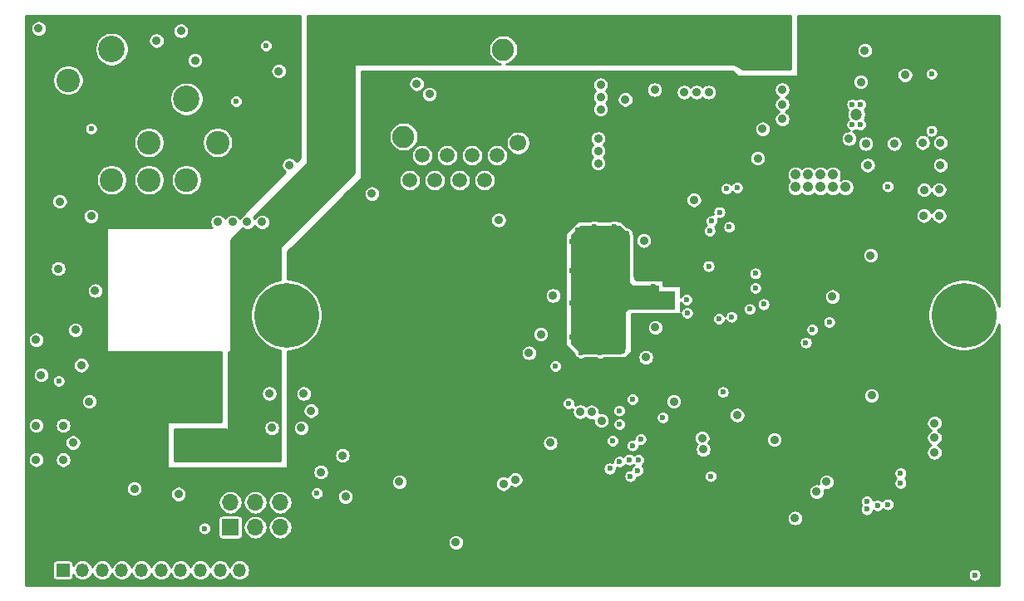
<source format=gbr>
G04 #@! TF.GenerationSoftware,KiCad,Pcbnew,5.1.4+dfsg1-1*
G04 #@! TF.CreationDate,2021-01-01T15:39:33+01:00*
G04 #@! TF.ProjectId,MIDI_FOOTSWITCH,4d494449-5f46-44f4-9f54-535749544348,rev?*
G04 #@! TF.SameCoordinates,PX4c4b400PY1312d00*
G04 #@! TF.FileFunction,Copper,L3,Inr*
G04 #@! TF.FilePolarity,Positive*
%FSLAX46Y46*%
G04 Gerber Fmt 4.6, Leading zero omitted, Abs format (unit mm)*
G04 Created by KiCad (PCBNEW 5.1.4+dfsg1-1) date 2021-01-01 15:39:33*
%MOMM*%
%LPD*%
G04 APERTURE LIST*
%ADD10C,2.700000*%
%ADD11C,2.400000*%
%ADD12C,1.500000*%
%ADD13C,2.250000*%
%ADD14C,1.700000*%
%ADD15R,1.050000X1.050000*%
%ADD16C,1.050000*%
%ADD17C,6.600000*%
%ADD18O,1.350000X1.350000*%
%ADD19R,1.350000X1.350000*%
%ADD20O,1.700000X1.700000*%
%ADD21R,1.700000X1.700000*%
%ADD22C,0.889000*%
%ADD23C,0.600000*%
%ADD24C,1.200000*%
%ADD25C,0.254000*%
%ADD26C,0.100000*%
G04 APERTURE END LIST*
D10*
X9190000Y-3860000D03*
D11*
X13000000Y-17200000D03*
X4750000Y-7030000D03*
X13000000Y-13385000D03*
X9190000Y-17200000D03*
X16810000Y-17200000D03*
X19980000Y-13385000D03*
D10*
X16810000Y-8940000D03*
D12*
X48440000Y-14700000D03*
X47170000Y-17240000D03*
X45900000Y-14700000D03*
X44630000Y-17240000D03*
X43360000Y-14700000D03*
X42090000Y-17240000D03*
X40820000Y-14700000D03*
X39550000Y-17240000D03*
D13*
X49080000Y-3900000D03*
X38920000Y-12790000D03*
D14*
X50595000Y-13430400D03*
D15*
X83941760Y-16677600D03*
D16*
X82671760Y-16677600D03*
X81401760Y-16677600D03*
X80131760Y-16677600D03*
X78861760Y-16677600D03*
X82671760Y-17947600D03*
X81401760Y-17947600D03*
X80131760Y-17947600D03*
X78861760Y-17947600D03*
X83941760Y-17947600D03*
D17*
X27000000Y-31000000D03*
X96000000Y-31000000D03*
D18*
X22219999Y-57000000D03*
X20219999Y-57000000D03*
X18219999Y-57000000D03*
X16219999Y-57000000D03*
X14219999Y-57000000D03*
X12219999Y-57000000D03*
X10219999Y-57000000D03*
X8219999Y-57000000D03*
X6219999Y-57000000D03*
D19*
X4219999Y-57000000D03*
D20*
X26355000Y-50085000D03*
X26355000Y-52625000D03*
X23815000Y-50085000D03*
X23815000Y-52625000D03*
X21275000Y-50085000D03*
D21*
X21275000Y-52625000D03*
D22*
X64557900Y-32257900D03*
X16000000Y-49250000D03*
X1500000Y-42250000D03*
X4250000Y-42250000D03*
X5250000Y-44000000D03*
X1500000Y-45750000D03*
X4250000Y-45750000D03*
X25250000Y-39000000D03*
X28750000Y-39000000D03*
X29500000Y-40750000D03*
X25500000Y-42500000D03*
X28500000Y-42500000D03*
X58750000Y-13000000D03*
X58750000Y-14250000D03*
X58750000Y-15500000D03*
X61500000Y-9000000D03*
X38500000Y-48000000D03*
X66450000Y-39800000D03*
X51700000Y-34850000D03*
X54150000Y-29000000D03*
X63400000Y-23400000D03*
D23*
X60366255Y-21937622D03*
X58366255Y-21937621D03*
X61766255Y-25437622D03*
X61666255Y-27837622D03*
X56966255Y-34837622D03*
X58966255Y-34837622D03*
X61266255Y-34637622D03*
X56066255Y-33237621D03*
X61672535Y-30210622D03*
X63866256Y-30037622D03*
X56084536Y-29737622D03*
X56066255Y-26437621D03*
X56084535Y-23537622D03*
X56666255Y-22337621D03*
X61666255Y-22637622D03*
D22*
X68500000Y-19250000D03*
D23*
X70000000Y-26000000D03*
X85462500Y-9500000D03*
X84637500Y-11568750D03*
X84637500Y-9500000D03*
D24*
X85050000Y-10500000D03*
D23*
X85462500Y-11568750D03*
D22*
X90000000Y-6500000D03*
D23*
X92700000Y-6400000D03*
X92700000Y-12200000D03*
D22*
X93600000Y-13400000D03*
X91800000Y-13400000D03*
X84300000Y-13000000D03*
X86000000Y-13500000D03*
X88900000Y-13500000D03*
X93600000Y-15700000D03*
X86200000Y-15700000D03*
X85500000Y-7200000D03*
X85900000Y-4000000D03*
X72900000Y-41200000D03*
X11500000Y-48700000D03*
X49100000Y-48200000D03*
X35700000Y-18600000D03*
X76700000Y-43700000D03*
X82600000Y-29100000D03*
X86500000Y-24900000D03*
X86600000Y-39200000D03*
X7500000Y-28500000D03*
D23*
X87200000Y-50400000D03*
X86100000Y-50000000D03*
X86100000Y-50800000D03*
X89550000Y-48150000D03*
X89550000Y-47100000D03*
X88250000Y-50300000D03*
D22*
X78800000Y-51700000D03*
X77500000Y-8000000D03*
X77500000Y-9500000D03*
X77500000Y-11000000D03*
X75500000Y-12000000D03*
X75000000Y-15000000D03*
X1500000Y-33500000D03*
X6900000Y-39800000D03*
X48600000Y-21300000D03*
D23*
X64400000Y-28100000D03*
D22*
X2000000Y-37100000D03*
X3900000Y-19400000D03*
X27300000Y-15700000D03*
X16250000Y-2000000D03*
X13750000Y-3000000D03*
X17675000Y-5000000D03*
X1750000Y-1750000D03*
D23*
X97100000Y-57500000D03*
D22*
X91950000Y-18225000D03*
X93475000Y-18200000D03*
X93475000Y-20850000D03*
X91925000Y-20850000D03*
X69350000Y-43525000D03*
X69450000Y-44700000D03*
X50300000Y-47775000D03*
X56910000Y-40860000D03*
X58060000Y-40870000D03*
X59080000Y-41760000D03*
X44250000Y-54170000D03*
D23*
X55750000Y-40000000D03*
X74190000Y-30380000D03*
X75600000Y-29884900D03*
X54400000Y-36200000D03*
X67750000Y-29410622D03*
X72093740Y-22000000D03*
D22*
X68883781Y-40365199D03*
X66500000Y-19000000D03*
X91750000Y-9250000D03*
X93750000Y-9250000D03*
X41750000Y-50250000D03*
X46700000Y-48100000D03*
X78800000Y-43800000D03*
X82600000Y-25000000D03*
X88700000Y-39300000D03*
X43000000Y-32500000D03*
X47000000Y-22000000D03*
X62750000Y-27000000D03*
X65325000Y-44050000D03*
X54800000Y-32190000D03*
D23*
X70100000Y-22400000D03*
X30100000Y-49150000D03*
X18650000Y-52750000D03*
X70300000Y-21400000D03*
X71100000Y-20500000D03*
D22*
X82000000Y-48000000D03*
X81000000Y-49000000D03*
X53875000Y-44025000D03*
X59000000Y-7500000D03*
X59000000Y-8750000D03*
X59000000Y-10000000D03*
X40250000Y-7400000D03*
X41550000Y-8450000D03*
D23*
X70210000Y-47430000D03*
X67810000Y-30770000D03*
X63075000Y-43663235D03*
X62250000Y-39575000D03*
X62250000Y-44300000D03*
X60890000Y-40740000D03*
X79900000Y-33800000D03*
X62775000Y-46825000D03*
X62021464Y-47421464D03*
X80560000Y-32480000D03*
X72350000Y-31175000D03*
X62850000Y-45750000D03*
X71050000Y-31350000D03*
X61925000Y-45725000D03*
X60925000Y-45950000D03*
X60925000Y-42125000D03*
X59925000Y-46650000D03*
X60224999Y-43800001D03*
X71450000Y-38850000D03*
X65330000Y-41450000D03*
D22*
X75000000Y-1000000D03*
X76500000Y-1000000D03*
X74500000Y-2000000D03*
X74500000Y-3500000D03*
X16500000Y-45250000D03*
X17750000Y-45250000D03*
X19000000Y-45250000D03*
X20250000Y-45250000D03*
X93000000Y-42000000D03*
X93000000Y-45000000D03*
X93000000Y-43500000D03*
X64500000Y-8000000D03*
X63600000Y-35300000D03*
X52894499Y-32944499D03*
X33000000Y-49500000D03*
X32700000Y-45300000D03*
X30500000Y-47000000D03*
X6100000Y-36100000D03*
D23*
X74750000Y-28250000D03*
X71800000Y-18100000D03*
X7100000Y-12000000D03*
D22*
X7100000Y-20900000D03*
D23*
X74750000Y-26750000D03*
X72896034Y-18003966D03*
D22*
X67500000Y-8250000D03*
X68750000Y-8250000D03*
X70000000Y-8250000D03*
X20000000Y-21500000D03*
X21500000Y-21500000D03*
X23000000Y-21500000D03*
X24500000Y-21500000D03*
X3745533Y-26254467D03*
X5500000Y-32500000D03*
D23*
X24900000Y-3500000D03*
X21875000Y-9175000D03*
D22*
X26200000Y-6100000D03*
D23*
X3800000Y-37700000D03*
X88250000Y-17875000D03*
X82280000Y-31700000D03*
D25*
G36*
X78373000Y-5873000D02*
G01*
X73529980Y-5873000D01*
X72556796Y-5386408D01*
X72533544Y-5377510D01*
X72500000Y-5373000D01*
X49394229Y-5373000D01*
X49519284Y-5348125D01*
X49793359Y-5234600D01*
X50040019Y-5069787D01*
X50249787Y-4860019D01*
X50414600Y-4613359D01*
X50528125Y-4339284D01*
X50586000Y-4048328D01*
X50586000Y-3751672D01*
X50528125Y-3460716D01*
X50414600Y-3186641D01*
X50249787Y-2939981D01*
X50040019Y-2730213D01*
X49793359Y-2565400D01*
X49519284Y-2451875D01*
X49228328Y-2394000D01*
X48931672Y-2394000D01*
X48640716Y-2451875D01*
X48366641Y-2565400D01*
X48119981Y-2730213D01*
X47910213Y-2939981D01*
X47745400Y-3186641D01*
X47631875Y-3460716D01*
X47574000Y-3751672D01*
X47574000Y-4048328D01*
X47631875Y-4339284D01*
X47745400Y-4613359D01*
X47910213Y-4860019D01*
X48119981Y-5069787D01*
X48366641Y-5234600D01*
X48640716Y-5348125D01*
X48765771Y-5373000D01*
X34000000Y-5373000D01*
X33975224Y-5375440D01*
X33951399Y-5382667D01*
X33929443Y-5394403D01*
X33910197Y-5410197D01*
X33894403Y-5429443D01*
X33882667Y-5451399D01*
X33875440Y-5475224D01*
X33873000Y-5500000D01*
X33873000Y-16447394D01*
X26410197Y-23910197D01*
X26394403Y-23929443D01*
X26382667Y-23951399D01*
X26375440Y-23975224D01*
X26373000Y-24000000D01*
X26373000Y-27371603D01*
X25926292Y-27460459D01*
X25256393Y-27737940D01*
X24653499Y-28140780D01*
X24140780Y-28653499D01*
X23737940Y-29256393D01*
X23460459Y-29926292D01*
X23319000Y-30637453D01*
X23319000Y-31362547D01*
X23460459Y-32073708D01*
X23737940Y-32743607D01*
X24140780Y-33346501D01*
X24653499Y-33859220D01*
X25256393Y-34262060D01*
X25926292Y-34539541D01*
X26373000Y-34628397D01*
X26373000Y-45873000D01*
X15627000Y-45873000D01*
X15627000Y-42627000D01*
X20873000Y-42627000D01*
X20873000Y-43000000D01*
X20875440Y-43024776D01*
X20882667Y-43048601D01*
X20894403Y-43070557D01*
X20910197Y-43089803D01*
X20929443Y-43105597D01*
X20951399Y-43117333D01*
X20975224Y-43124560D01*
X21000000Y-43127000D01*
X21024776Y-43124560D01*
X21048601Y-43117333D01*
X21070557Y-43105597D01*
X21089803Y-43089803D01*
X21105597Y-43070557D01*
X21117333Y-43048601D01*
X21124560Y-43024776D01*
X21127000Y-43000000D01*
X21127000Y-42418695D01*
X24674500Y-42418695D01*
X24674500Y-42581305D01*
X24706224Y-42740789D01*
X24768452Y-42891021D01*
X24858792Y-43026225D01*
X24973775Y-43141208D01*
X25108979Y-43231548D01*
X25259211Y-43293776D01*
X25418695Y-43325500D01*
X25581305Y-43325500D01*
X25740789Y-43293776D01*
X25891021Y-43231548D01*
X26026225Y-43141208D01*
X26141208Y-43026225D01*
X26231548Y-42891021D01*
X26293776Y-42740789D01*
X26325500Y-42581305D01*
X26325500Y-42418695D01*
X26293776Y-42259211D01*
X26231548Y-42108979D01*
X26141208Y-41973775D01*
X26026225Y-41858792D01*
X25891021Y-41768452D01*
X25740789Y-41706224D01*
X25581305Y-41674500D01*
X25418695Y-41674500D01*
X25259211Y-41706224D01*
X25108979Y-41768452D01*
X24973775Y-41858792D01*
X24858792Y-41973775D01*
X24768452Y-42108979D01*
X24706224Y-42259211D01*
X24674500Y-42418695D01*
X21127000Y-42418695D01*
X21127000Y-38918695D01*
X24424500Y-38918695D01*
X24424500Y-39081305D01*
X24456224Y-39240789D01*
X24518452Y-39391021D01*
X24608792Y-39526225D01*
X24723775Y-39641208D01*
X24858979Y-39731548D01*
X25009211Y-39793776D01*
X25168695Y-39825500D01*
X25331305Y-39825500D01*
X25490789Y-39793776D01*
X25641021Y-39731548D01*
X25776225Y-39641208D01*
X25891208Y-39526225D01*
X25981548Y-39391021D01*
X26043776Y-39240789D01*
X26075500Y-39081305D01*
X26075500Y-38918695D01*
X26043776Y-38759211D01*
X25981548Y-38608979D01*
X25891208Y-38473775D01*
X25776225Y-38358792D01*
X25641021Y-38268452D01*
X25490789Y-38206224D01*
X25331305Y-38174500D01*
X25168695Y-38174500D01*
X25009211Y-38206224D01*
X24858979Y-38268452D01*
X24723775Y-38358792D01*
X24608792Y-38473775D01*
X24518452Y-38608979D01*
X24456224Y-38759211D01*
X24424500Y-38918695D01*
X21127000Y-38918695D01*
X21127000Y-34727000D01*
X21200000Y-34727000D01*
X21224776Y-34724560D01*
X21248601Y-34717333D01*
X21270557Y-34705597D01*
X21289803Y-34689803D01*
X21305597Y-34670557D01*
X21317333Y-34648601D01*
X21324560Y-34624776D01*
X21327000Y-34600000D01*
X21327000Y-23352606D01*
X22512514Y-22167092D01*
X22608979Y-22231548D01*
X22759211Y-22293776D01*
X22918695Y-22325500D01*
X23081305Y-22325500D01*
X23240789Y-22293776D01*
X23391021Y-22231548D01*
X23526225Y-22141208D01*
X23641208Y-22026225D01*
X23731548Y-21891021D01*
X23750000Y-21846474D01*
X23768452Y-21891021D01*
X23858792Y-22026225D01*
X23973775Y-22141208D01*
X24108979Y-22231548D01*
X24259211Y-22293776D01*
X24418695Y-22325500D01*
X24581305Y-22325500D01*
X24740789Y-22293776D01*
X24891021Y-22231548D01*
X25026225Y-22141208D01*
X25141208Y-22026225D01*
X25231548Y-21891021D01*
X25293776Y-21740789D01*
X25325500Y-21581305D01*
X25325500Y-21418695D01*
X25293776Y-21259211D01*
X25231548Y-21108979D01*
X25141208Y-20973775D01*
X25026225Y-20858792D01*
X24891021Y-20768452D01*
X24740789Y-20706224D01*
X24581305Y-20674500D01*
X24418695Y-20674500D01*
X24259211Y-20706224D01*
X24108979Y-20768452D01*
X23973775Y-20858792D01*
X23858792Y-20973775D01*
X23768452Y-21108979D01*
X23750000Y-21153526D01*
X23731548Y-21108979D01*
X23667092Y-21012514D01*
X29089803Y-15589803D01*
X29105597Y-15570557D01*
X29117333Y-15548601D01*
X29124560Y-15524776D01*
X29127000Y-15500000D01*
X29127000Y-431000D01*
X78373000Y-431000D01*
X78373000Y-5873000D01*
X78373000Y-5873000D01*
G37*
X78373000Y-5873000D02*
X73529980Y-5873000D01*
X72556796Y-5386408D01*
X72533544Y-5377510D01*
X72500000Y-5373000D01*
X49394229Y-5373000D01*
X49519284Y-5348125D01*
X49793359Y-5234600D01*
X50040019Y-5069787D01*
X50249787Y-4860019D01*
X50414600Y-4613359D01*
X50528125Y-4339284D01*
X50586000Y-4048328D01*
X50586000Y-3751672D01*
X50528125Y-3460716D01*
X50414600Y-3186641D01*
X50249787Y-2939981D01*
X50040019Y-2730213D01*
X49793359Y-2565400D01*
X49519284Y-2451875D01*
X49228328Y-2394000D01*
X48931672Y-2394000D01*
X48640716Y-2451875D01*
X48366641Y-2565400D01*
X48119981Y-2730213D01*
X47910213Y-2939981D01*
X47745400Y-3186641D01*
X47631875Y-3460716D01*
X47574000Y-3751672D01*
X47574000Y-4048328D01*
X47631875Y-4339284D01*
X47745400Y-4613359D01*
X47910213Y-4860019D01*
X48119981Y-5069787D01*
X48366641Y-5234600D01*
X48640716Y-5348125D01*
X48765771Y-5373000D01*
X34000000Y-5373000D01*
X33975224Y-5375440D01*
X33951399Y-5382667D01*
X33929443Y-5394403D01*
X33910197Y-5410197D01*
X33894403Y-5429443D01*
X33882667Y-5451399D01*
X33875440Y-5475224D01*
X33873000Y-5500000D01*
X33873000Y-16447394D01*
X26410197Y-23910197D01*
X26394403Y-23929443D01*
X26382667Y-23951399D01*
X26375440Y-23975224D01*
X26373000Y-24000000D01*
X26373000Y-27371603D01*
X25926292Y-27460459D01*
X25256393Y-27737940D01*
X24653499Y-28140780D01*
X24140780Y-28653499D01*
X23737940Y-29256393D01*
X23460459Y-29926292D01*
X23319000Y-30637453D01*
X23319000Y-31362547D01*
X23460459Y-32073708D01*
X23737940Y-32743607D01*
X24140780Y-33346501D01*
X24653499Y-33859220D01*
X25256393Y-34262060D01*
X25926292Y-34539541D01*
X26373000Y-34628397D01*
X26373000Y-45873000D01*
X15627000Y-45873000D01*
X15627000Y-42627000D01*
X20873000Y-42627000D01*
X20873000Y-43000000D01*
X20875440Y-43024776D01*
X20882667Y-43048601D01*
X20894403Y-43070557D01*
X20910197Y-43089803D01*
X20929443Y-43105597D01*
X20951399Y-43117333D01*
X20975224Y-43124560D01*
X21000000Y-43127000D01*
X21024776Y-43124560D01*
X21048601Y-43117333D01*
X21070557Y-43105597D01*
X21089803Y-43089803D01*
X21105597Y-43070557D01*
X21117333Y-43048601D01*
X21124560Y-43024776D01*
X21127000Y-43000000D01*
X21127000Y-42418695D01*
X24674500Y-42418695D01*
X24674500Y-42581305D01*
X24706224Y-42740789D01*
X24768452Y-42891021D01*
X24858792Y-43026225D01*
X24973775Y-43141208D01*
X25108979Y-43231548D01*
X25259211Y-43293776D01*
X25418695Y-43325500D01*
X25581305Y-43325500D01*
X25740789Y-43293776D01*
X25891021Y-43231548D01*
X26026225Y-43141208D01*
X26141208Y-43026225D01*
X26231548Y-42891021D01*
X26293776Y-42740789D01*
X26325500Y-42581305D01*
X26325500Y-42418695D01*
X26293776Y-42259211D01*
X26231548Y-42108979D01*
X26141208Y-41973775D01*
X26026225Y-41858792D01*
X25891021Y-41768452D01*
X25740789Y-41706224D01*
X25581305Y-41674500D01*
X25418695Y-41674500D01*
X25259211Y-41706224D01*
X25108979Y-41768452D01*
X24973775Y-41858792D01*
X24858792Y-41973775D01*
X24768452Y-42108979D01*
X24706224Y-42259211D01*
X24674500Y-42418695D01*
X21127000Y-42418695D01*
X21127000Y-38918695D01*
X24424500Y-38918695D01*
X24424500Y-39081305D01*
X24456224Y-39240789D01*
X24518452Y-39391021D01*
X24608792Y-39526225D01*
X24723775Y-39641208D01*
X24858979Y-39731548D01*
X25009211Y-39793776D01*
X25168695Y-39825500D01*
X25331305Y-39825500D01*
X25490789Y-39793776D01*
X25641021Y-39731548D01*
X25776225Y-39641208D01*
X25891208Y-39526225D01*
X25981548Y-39391021D01*
X26043776Y-39240789D01*
X26075500Y-39081305D01*
X26075500Y-38918695D01*
X26043776Y-38759211D01*
X25981548Y-38608979D01*
X25891208Y-38473775D01*
X25776225Y-38358792D01*
X25641021Y-38268452D01*
X25490789Y-38206224D01*
X25331305Y-38174500D01*
X25168695Y-38174500D01*
X25009211Y-38206224D01*
X24858979Y-38268452D01*
X24723775Y-38358792D01*
X24608792Y-38473775D01*
X24518452Y-38608979D01*
X24456224Y-38759211D01*
X24424500Y-38918695D01*
X21127000Y-38918695D01*
X21127000Y-34727000D01*
X21200000Y-34727000D01*
X21224776Y-34724560D01*
X21248601Y-34717333D01*
X21270557Y-34705597D01*
X21289803Y-34689803D01*
X21305597Y-34670557D01*
X21317333Y-34648601D01*
X21324560Y-34624776D01*
X21327000Y-34600000D01*
X21327000Y-23352606D01*
X22512514Y-22167092D01*
X22608979Y-22231548D01*
X22759211Y-22293776D01*
X22918695Y-22325500D01*
X23081305Y-22325500D01*
X23240789Y-22293776D01*
X23391021Y-22231548D01*
X23526225Y-22141208D01*
X23641208Y-22026225D01*
X23731548Y-21891021D01*
X23750000Y-21846474D01*
X23768452Y-21891021D01*
X23858792Y-22026225D01*
X23973775Y-22141208D01*
X24108979Y-22231548D01*
X24259211Y-22293776D01*
X24418695Y-22325500D01*
X24581305Y-22325500D01*
X24740789Y-22293776D01*
X24891021Y-22231548D01*
X25026225Y-22141208D01*
X25141208Y-22026225D01*
X25231548Y-21891021D01*
X25293776Y-21740789D01*
X25325500Y-21581305D01*
X25325500Y-21418695D01*
X25293776Y-21259211D01*
X25231548Y-21108979D01*
X25141208Y-20973775D01*
X25026225Y-20858792D01*
X24891021Y-20768452D01*
X24740789Y-20706224D01*
X24581305Y-20674500D01*
X24418695Y-20674500D01*
X24259211Y-20706224D01*
X24108979Y-20768452D01*
X23973775Y-20858792D01*
X23858792Y-20973775D01*
X23768452Y-21108979D01*
X23750000Y-21153526D01*
X23731548Y-21108979D01*
X23667092Y-21012514D01*
X29089803Y-15589803D01*
X29105597Y-15570557D01*
X29117333Y-15548601D01*
X29124560Y-15524776D01*
X29127000Y-15500000D01*
X29127000Y-431000D01*
X78373000Y-431000D01*
X78373000Y-5873000D01*
G36*
X64873000Y-31494905D02*
G01*
X64798689Y-31464124D01*
X64639205Y-31432400D01*
X64476595Y-31432400D01*
X64317111Y-31464124D01*
X64166879Y-31526352D01*
X64031675Y-31616692D01*
X63916692Y-31731675D01*
X63826352Y-31866879D01*
X63764124Y-32017111D01*
X63732400Y-32176595D01*
X63732400Y-32339205D01*
X63764124Y-32498689D01*
X63826352Y-32648921D01*
X63916692Y-32784125D01*
X64031675Y-32899108D01*
X64166879Y-32989448D01*
X64317111Y-33051676D01*
X64476595Y-33083400D01*
X64639205Y-33083400D01*
X64798689Y-33051676D01*
X64873000Y-33020895D01*
X64873000Y-35623000D01*
X64359723Y-35623000D01*
X64393776Y-35540789D01*
X64425500Y-35381305D01*
X64425500Y-35218695D01*
X64393776Y-35059211D01*
X64331548Y-34908979D01*
X64241208Y-34773775D01*
X64126225Y-34658792D01*
X63991021Y-34568452D01*
X63840789Y-34506224D01*
X63681305Y-34474500D01*
X63518695Y-34474500D01*
X63359211Y-34506224D01*
X63208979Y-34568452D01*
X63073775Y-34658792D01*
X62958792Y-34773775D01*
X62868452Y-34908979D01*
X62806224Y-35059211D01*
X62774500Y-35218695D01*
X62774500Y-35381305D01*
X62806224Y-35540789D01*
X62840277Y-35623000D01*
X55127000Y-35623000D01*
X55127000Y-34127000D01*
X55447394Y-34127000D01*
X56300195Y-34979801D01*
X56311426Y-35036262D01*
X56362761Y-35160196D01*
X56437288Y-35271734D01*
X56532143Y-35366589D01*
X56643681Y-35441116D01*
X56767615Y-35492451D01*
X56899182Y-35518622D01*
X57033328Y-35518622D01*
X57164895Y-35492451D01*
X57288829Y-35441116D01*
X57384786Y-35377000D01*
X58547724Y-35377000D01*
X58643681Y-35441116D01*
X58767615Y-35492451D01*
X58899182Y-35518622D01*
X59033328Y-35518622D01*
X59164895Y-35492451D01*
X59288829Y-35441116D01*
X59384786Y-35377000D01*
X61500000Y-35377000D01*
X61524776Y-35374560D01*
X61548601Y-35367333D01*
X61570557Y-35355597D01*
X61589803Y-35339803D01*
X62089803Y-34839803D01*
X62105597Y-34820557D01*
X62117333Y-34798601D01*
X62124560Y-34774776D01*
X62127000Y-34750000D01*
X62127000Y-30877000D01*
X64873000Y-30877000D01*
X64873000Y-31494905D01*
X64873000Y-31494905D01*
G37*
X64873000Y-31494905D02*
X64798689Y-31464124D01*
X64639205Y-31432400D01*
X64476595Y-31432400D01*
X64317111Y-31464124D01*
X64166879Y-31526352D01*
X64031675Y-31616692D01*
X63916692Y-31731675D01*
X63826352Y-31866879D01*
X63764124Y-32017111D01*
X63732400Y-32176595D01*
X63732400Y-32339205D01*
X63764124Y-32498689D01*
X63826352Y-32648921D01*
X63916692Y-32784125D01*
X64031675Y-32899108D01*
X64166879Y-32989448D01*
X64317111Y-33051676D01*
X64476595Y-33083400D01*
X64639205Y-33083400D01*
X64798689Y-33051676D01*
X64873000Y-33020895D01*
X64873000Y-35623000D01*
X64359723Y-35623000D01*
X64393776Y-35540789D01*
X64425500Y-35381305D01*
X64425500Y-35218695D01*
X64393776Y-35059211D01*
X64331548Y-34908979D01*
X64241208Y-34773775D01*
X64126225Y-34658792D01*
X63991021Y-34568452D01*
X63840789Y-34506224D01*
X63681305Y-34474500D01*
X63518695Y-34474500D01*
X63359211Y-34506224D01*
X63208979Y-34568452D01*
X63073775Y-34658792D01*
X62958792Y-34773775D01*
X62868452Y-34908979D01*
X62806224Y-35059211D01*
X62774500Y-35218695D01*
X62774500Y-35381305D01*
X62806224Y-35540789D01*
X62840277Y-35623000D01*
X55127000Y-35623000D01*
X55127000Y-34127000D01*
X55447394Y-34127000D01*
X56300195Y-34979801D01*
X56311426Y-35036262D01*
X56362761Y-35160196D01*
X56437288Y-35271734D01*
X56532143Y-35366589D01*
X56643681Y-35441116D01*
X56767615Y-35492451D01*
X56899182Y-35518622D01*
X57033328Y-35518622D01*
X57164895Y-35492451D01*
X57288829Y-35441116D01*
X57384786Y-35377000D01*
X58547724Y-35377000D01*
X58643681Y-35441116D01*
X58767615Y-35492451D01*
X58899182Y-35518622D01*
X59033328Y-35518622D01*
X59164895Y-35492451D01*
X59288829Y-35441116D01*
X59384786Y-35377000D01*
X61500000Y-35377000D01*
X61524776Y-35374560D01*
X61548601Y-35367333D01*
X61570557Y-35355597D01*
X61589803Y-35339803D01*
X62089803Y-34839803D01*
X62105597Y-34820557D01*
X62117333Y-34798601D01*
X62124560Y-34774776D01*
X62127000Y-34750000D01*
X62127000Y-30877000D01*
X64873000Y-30877000D01*
X64873000Y-31494905D01*
G36*
X67768452Y-19641021D02*
G01*
X67858792Y-19776225D01*
X67973775Y-19891208D01*
X68108979Y-19981548D01*
X68259211Y-20043776D01*
X68373000Y-20066411D01*
X68373000Y-29135140D01*
X68353494Y-29088048D01*
X68278967Y-28976510D01*
X68184112Y-28881655D01*
X68072574Y-28807128D01*
X67948640Y-28755793D01*
X67817073Y-28729622D01*
X67682927Y-28729622D01*
X67551360Y-28755793D01*
X67427426Y-28807128D01*
X67315888Y-28881655D01*
X67221033Y-28976510D01*
X67146506Y-29088048D01*
X67127000Y-29135140D01*
X67127000Y-28100000D01*
X67124560Y-28075224D01*
X67117333Y-28051399D01*
X67105597Y-28029443D01*
X67089803Y-28010197D01*
X67070557Y-27994403D01*
X67048601Y-27982667D01*
X67024776Y-27975440D01*
X67000000Y-27973000D01*
X65377000Y-27973000D01*
X65377000Y-27500000D01*
X65374560Y-27475224D01*
X65367333Y-27451399D01*
X65355597Y-27429443D01*
X65339803Y-27410197D01*
X65320557Y-27394403D01*
X65298601Y-27382667D01*
X65274776Y-27375440D01*
X65250000Y-27373000D01*
X62578490Y-27373000D01*
X62377000Y-26970020D01*
X62377000Y-25742690D01*
X62421084Y-25636262D01*
X62447255Y-25504695D01*
X62447255Y-25370549D01*
X62421084Y-25238982D01*
X62377000Y-25132554D01*
X62377000Y-23318695D01*
X62574500Y-23318695D01*
X62574500Y-23481305D01*
X62606224Y-23640789D01*
X62668452Y-23791021D01*
X62758792Y-23926225D01*
X62873775Y-24041208D01*
X63008979Y-24131548D01*
X63159211Y-24193776D01*
X63318695Y-24225500D01*
X63481305Y-24225500D01*
X63640789Y-24193776D01*
X63791021Y-24131548D01*
X63926225Y-24041208D01*
X64041208Y-23926225D01*
X64131548Y-23791021D01*
X64193776Y-23640789D01*
X64225500Y-23481305D01*
X64225500Y-23318695D01*
X64193776Y-23159211D01*
X64131548Y-23008979D01*
X64041208Y-22873775D01*
X63926225Y-22758792D01*
X63791021Y-22668452D01*
X63640789Y-22606224D01*
X63481305Y-22574500D01*
X63318695Y-22574500D01*
X63159211Y-22606224D01*
X63008979Y-22668452D01*
X62873775Y-22758792D01*
X62758792Y-22873775D01*
X62668452Y-23008979D01*
X62606224Y-23159211D01*
X62574500Y-23318695D01*
X62377000Y-23318695D01*
X62377000Y-22750000D01*
X62374560Y-22725224D01*
X62367333Y-22701399D01*
X62355597Y-22679443D01*
X62347255Y-22669278D01*
X62347255Y-22570549D01*
X62321084Y-22438982D01*
X62269749Y-22315048D01*
X62195222Y-22203510D01*
X62100367Y-22108655D01*
X61988829Y-22034128D01*
X61864895Y-21982793D01*
X61733328Y-21956622D01*
X61636228Y-21956622D01*
X61089803Y-21410197D01*
X61070557Y-21394403D01*
X61048601Y-21382667D01*
X61024776Y-21375440D01*
X61000000Y-21373000D01*
X60747005Y-21373000D01*
X60688829Y-21334128D01*
X60564895Y-21282793D01*
X60433328Y-21256622D01*
X60299182Y-21256622D01*
X60167615Y-21282793D01*
X60043681Y-21334128D01*
X59985505Y-21373000D01*
X58747007Y-21373000D01*
X58688829Y-21334127D01*
X58564895Y-21282792D01*
X58433328Y-21256621D01*
X58299182Y-21256621D01*
X58167615Y-21282792D01*
X58043681Y-21334127D01*
X57985503Y-21373000D01*
X56750000Y-21373000D01*
X56725224Y-21375440D01*
X56701399Y-21382667D01*
X56679443Y-21394403D01*
X56660197Y-21410197D01*
X56321338Y-21749056D01*
X56232143Y-21808654D01*
X56137288Y-21903509D01*
X56077690Y-21992704D01*
X55410197Y-22660197D01*
X55394403Y-22679443D01*
X55382667Y-22701399D01*
X55375440Y-22725224D01*
X55373000Y-22750000D01*
X55373000Y-34000000D01*
X55375440Y-34024776D01*
X55382667Y-34048601D01*
X55394403Y-34070557D01*
X55410197Y-34089803D01*
X56300195Y-34979801D01*
X56311426Y-35036262D01*
X56362761Y-35160196D01*
X56437288Y-35271734D01*
X56532143Y-35366589D01*
X56643681Y-35441116D01*
X56767615Y-35492451D01*
X56899182Y-35518622D01*
X57033328Y-35518622D01*
X57164895Y-35492451D01*
X57288829Y-35441116D01*
X57384786Y-35377000D01*
X58547724Y-35377000D01*
X58643681Y-35441116D01*
X58767615Y-35492451D01*
X58899182Y-35518622D01*
X59033328Y-35518622D01*
X59164895Y-35492451D01*
X59288829Y-35441116D01*
X59384786Y-35377000D01*
X61500000Y-35377000D01*
X61524776Y-35374560D01*
X61548601Y-35367333D01*
X61570557Y-35355597D01*
X61584959Y-35344398D01*
X61873000Y-35085161D01*
X61873000Y-35673000D01*
X56052606Y-35673000D01*
X54527000Y-34147394D01*
X54527000Y-29737356D01*
X54541021Y-29731548D01*
X54676225Y-29641208D01*
X54791208Y-29526225D01*
X54881548Y-29391021D01*
X54943776Y-29240789D01*
X54975500Y-29081305D01*
X54975500Y-28918695D01*
X54943776Y-28759211D01*
X54881548Y-28608979D01*
X54791208Y-28473775D01*
X54676225Y-28358792D01*
X54541021Y-28268452D01*
X54527000Y-28262644D01*
X54527000Y-19527000D01*
X67721223Y-19527000D01*
X67768452Y-19641021D01*
X67768452Y-19641021D01*
G37*
X67768452Y-19641021D02*
X67858792Y-19776225D01*
X67973775Y-19891208D01*
X68108979Y-19981548D01*
X68259211Y-20043776D01*
X68373000Y-20066411D01*
X68373000Y-29135140D01*
X68353494Y-29088048D01*
X68278967Y-28976510D01*
X68184112Y-28881655D01*
X68072574Y-28807128D01*
X67948640Y-28755793D01*
X67817073Y-28729622D01*
X67682927Y-28729622D01*
X67551360Y-28755793D01*
X67427426Y-28807128D01*
X67315888Y-28881655D01*
X67221033Y-28976510D01*
X67146506Y-29088048D01*
X67127000Y-29135140D01*
X67127000Y-28100000D01*
X67124560Y-28075224D01*
X67117333Y-28051399D01*
X67105597Y-28029443D01*
X67089803Y-28010197D01*
X67070557Y-27994403D01*
X67048601Y-27982667D01*
X67024776Y-27975440D01*
X67000000Y-27973000D01*
X65377000Y-27973000D01*
X65377000Y-27500000D01*
X65374560Y-27475224D01*
X65367333Y-27451399D01*
X65355597Y-27429443D01*
X65339803Y-27410197D01*
X65320557Y-27394403D01*
X65298601Y-27382667D01*
X65274776Y-27375440D01*
X65250000Y-27373000D01*
X62578490Y-27373000D01*
X62377000Y-26970020D01*
X62377000Y-25742690D01*
X62421084Y-25636262D01*
X62447255Y-25504695D01*
X62447255Y-25370549D01*
X62421084Y-25238982D01*
X62377000Y-25132554D01*
X62377000Y-23318695D01*
X62574500Y-23318695D01*
X62574500Y-23481305D01*
X62606224Y-23640789D01*
X62668452Y-23791021D01*
X62758792Y-23926225D01*
X62873775Y-24041208D01*
X63008979Y-24131548D01*
X63159211Y-24193776D01*
X63318695Y-24225500D01*
X63481305Y-24225500D01*
X63640789Y-24193776D01*
X63791021Y-24131548D01*
X63926225Y-24041208D01*
X64041208Y-23926225D01*
X64131548Y-23791021D01*
X64193776Y-23640789D01*
X64225500Y-23481305D01*
X64225500Y-23318695D01*
X64193776Y-23159211D01*
X64131548Y-23008979D01*
X64041208Y-22873775D01*
X63926225Y-22758792D01*
X63791021Y-22668452D01*
X63640789Y-22606224D01*
X63481305Y-22574500D01*
X63318695Y-22574500D01*
X63159211Y-22606224D01*
X63008979Y-22668452D01*
X62873775Y-22758792D01*
X62758792Y-22873775D01*
X62668452Y-23008979D01*
X62606224Y-23159211D01*
X62574500Y-23318695D01*
X62377000Y-23318695D01*
X62377000Y-22750000D01*
X62374560Y-22725224D01*
X62367333Y-22701399D01*
X62355597Y-22679443D01*
X62347255Y-22669278D01*
X62347255Y-22570549D01*
X62321084Y-22438982D01*
X62269749Y-22315048D01*
X62195222Y-22203510D01*
X62100367Y-22108655D01*
X61988829Y-22034128D01*
X61864895Y-21982793D01*
X61733328Y-21956622D01*
X61636228Y-21956622D01*
X61089803Y-21410197D01*
X61070557Y-21394403D01*
X61048601Y-21382667D01*
X61024776Y-21375440D01*
X61000000Y-21373000D01*
X60747005Y-21373000D01*
X60688829Y-21334128D01*
X60564895Y-21282793D01*
X60433328Y-21256622D01*
X60299182Y-21256622D01*
X60167615Y-21282793D01*
X60043681Y-21334128D01*
X59985505Y-21373000D01*
X58747007Y-21373000D01*
X58688829Y-21334127D01*
X58564895Y-21282792D01*
X58433328Y-21256621D01*
X58299182Y-21256621D01*
X58167615Y-21282792D01*
X58043681Y-21334127D01*
X57985503Y-21373000D01*
X56750000Y-21373000D01*
X56725224Y-21375440D01*
X56701399Y-21382667D01*
X56679443Y-21394403D01*
X56660197Y-21410197D01*
X56321338Y-21749056D01*
X56232143Y-21808654D01*
X56137288Y-21903509D01*
X56077690Y-21992704D01*
X55410197Y-22660197D01*
X55394403Y-22679443D01*
X55382667Y-22701399D01*
X55375440Y-22725224D01*
X55373000Y-22750000D01*
X55373000Y-34000000D01*
X55375440Y-34024776D01*
X55382667Y-34048601D01*
X55394403Y-34070557D01*
X55410197Y-34089803D01*
X56300195Y-34979801D01*
X56311426Y-35036262D01*
X56362761Y-35160196D01*
X56437288Y-35271734D01*
X56532143Y-35366589D01*
X56643681Y-35441116D01*
X56767615Y-35492451D01*
X56899182Y-35518622D01*
X57033328Y-35518622D01*
X57164895Y-35492451D01*
X57288829Y-35441116D01*
X57384786Y-35377000D01*
X58547724Y-35377000D01*
X58643681Y-35441116D01*
X58767615Y-35492451D01*
X58899182Y-35518622D01*
X59033328Y-35518622D01*
X59164895Y-35492451D01*
X59288829Y-35441116D01*
X59384786Y-35377000D01*
X61500000Y-35377000D01*
X61524776Y-35374560D01*
X61548601Y-35367333D01*
X61570557Y-35355597D01*
X61584959Y-35344398D01*
X61873000Y-35085161D01*
X61873000Y-35673000D01*
X56052606Y-35673000D01*
X54527000Y-34147394D01*
X54527000Y-29737356D01*
X54541021Y-29731548D01*
X54676225Y-29641208D01*
X54791208Y-29526225D01*
X54881548Y-29391021D01*
X54943776Y-29240789D01*
X54975500Y-29081305D01*
X54975500Y-28918695D01*
X54943776Y-28759211D01*
X54881548Y-28608979D01*
X54791208Y-28473775D01*
X54676225Y-28358792D01*
X54541021Y-28268452D01*
X54527000Y-28262644D01*
X54527000Y-19527000D01*
X67721223Y-19527000D01*
X67768452Y-19641021D01*
G36*
X67146506Y-29733196D02*
G01*
X67221033Y-29844734D01*
X67315888Y-29939589D01*
X67427426Y-30014116D01*
X67551360Y-30065451D01*
X67682927Y-30091622D01*
X67729746Y-30091622D01*
X67611360Y-30115171D01*
X67487426Y-30166506D01*
X67375888Y-30241033D01*
X67281033Y-30335888D01*
X67206506Y-30447426D01*
X67155171Y-30571360D01*
X67144899Y-30623000D01*
X67127000Y-30623000D01*
X67127000Y-29686104D01*
X67146506Y-29733196D01*
X67146506Y-29733196D01*
G37*
X67146506Y-29733196D02*
X67221033Y-29844734D01*
X67315888Y-29939589D01*
X67427426Y-30014116D01*
X67551360Y-30065451D01*
X67682927Y-30091622D01*
X67729746Y-30091622D01*
X67611360Y-30115171D01*
X67487426Y-30166506D01*
X67375888Y-30241033D01*
X67281033Y-30335888D01*
X67206506Y-30447426D01*
X67155171Y-30571360D01*
X67144899Y-30623000D01*
X67127000Y-30623000D01*
X67127000Y-29686104D01*
X67146506Y-29733196D01*
G36*
X68373000Y-30386822D02*
G01*
X68338967Y-30335888D01*
X68244112Y-30241033D01*
X68132574Y-30166506D01*
X68008640Y-30115171D01*
X67877073Y-30089000D01*
X67830254Y-30089000D01*
X67948640Y-30065451D01*
X68072574Y-30014116D01*
X68184112Y-29939589D01*
X68278967Y-29844734D01*
X68353494Y-29733196D01*
X68373000Y-29686104D01*
X68373000Y-30386822D01*
X68373000Y-30386822D01*
G37*
X68373000Y-30386822D02*
X68338967Y-30335888D01*
X68244112Y-30241033D01*
X68132574Y-30166506D01*
X68008640Y-30115171D01*
X67877073Y-30089000D01*
X67830254Y-30089000D01*
X67948640Y-30065451D01*
X68072574Y-30014116D01*
X68184112Y-29939589D01*
X68278967Y-29844734D01*
X68353494Y-29733196D01*
X68373000Y-29686104D01*
X68373000Y-30386822D01*
G36*
X53874191Y-35267353D02*
G01*
X53879994Y-35291564D01*
X53890408Y-35314177D01*
X53905035Y-35334324D01*
X53923310Y-35351231D01*
X53944533Y-35364247D01*
X53967887Y-35372873D01*
X54000000Y-35377000D01*
X56547724Y-35377000D01*
X56643681Y-35441116D01*
X56767615Y-35492451D01*
X56899182Y-35518622D01*
X57033328Y-35518622D01*
X57164895Y-35492451D01*
X57288829Y-35441116D01*
X57384786Y-35377000D01*
X58547724Y-35377000D01*
X58643681Y-35441116D01*
X58767615Y-35492451D01*
X58899182Y-35518622D01*
X59033328Y-35518622D01*
X59164895Y-35492451D01*
X59288829Y-35441116D01*
X59384786Y-35377000D01*
X62774500Y-35377000D01*
X62774500Y-35381305D01*
X62806224Y-35540789D01*
X62868452Y-35691021D01*
X62958792Y-35826225D01*
X63073775Y-35941208D01*
X63208979Y-36031548D01*
X63359211Y-36093776D01*
X63518695Y-36125500D01*
X63681305Y-36125500D01*
X63840789Y-36093776D01*
X63991021Y-36031548D01*
X64126225Y-35941208D01*
X64241208Y-35826225D01*
X64331548Y-35691021D01*
X64393776Y-35540789D01*
X64425500Y-35381305D01*
X64425500Y-35377000D01*
X65273000Y-35377000D01*
X65273000Y-40769000D01*
X65262927Y-40769000D01*
X65131360Y-40795171D01*
X65007426Y-40846506D01*
X64895888Y-40921033D01*
X64801033Y-41015888D01*
X64726506Y-41127426D01*
X64675171Y-41251360D01*
X64649000Y-41382927D01*
X64649000Y-41517073D01*
X64675171Y-41648640D01*
X64726506Y-41772574D01*
X64801033Y-41884112D01*
X64895888Y-41978967D01*
X65007426Y-42053494D01*
X65131360Y-42104829D01*
X65262927Y-42131000D01*
X65273000Y-42131000D01*
X65273000Y-58569000D01*
X27127000Y-58569000D01*
X27127000Y-54088695D01*
X43424500Y-54088695D01*
X43424500Y-54251305D01*
X43456224Y-54410789D01*
X43518452Y-54561021D01*
X43608792Y-54696225D01*
X43723775Y-54811208D01*
X43858979Y-54901548D01*
X44009211Y-54963776D01*
X44168695Y-54995500D01*
X44331305Y-54995500D01*
X44490789Y-54963776D01*
X44641021Y-54901548D01*
X44776225Y-54811208D01*
X44891208Y-54696225D01*
X44981548Y-54561021D01*
X45043776Y-54410789D01*
X45075500Y-54251305D01*
X45075500Y-54088695D01*
X45043776Y-53929211D01*
X44981548Y-53778979D01*
X44891208Y-53643775D01*
X44776225Y-53528792D01*
X44641021Y-53438452D01*
X44490789Y-53376224D01*
X44331305Y-53344500D01*
X44168695Y-53344500D01*
X44009211Y-53376224D01*
X43858979Y-53438452D01*
X43723775Y-53528792D01*
X43608792Y-53643775D01*
X43518452Y-53778979D01*
X43456224Y-53929211D01*
X43424500Y-54088695D01*
X27127000Y-54088695D01*
X27127000Y-53583911D01*
X27229660Y-53499660D01*
X27383491Y-53312216D01*
X27497798Y-53098363D01*
X27568188Y-52866318D01*
X27591956Y-52625000D01*
X27568188Y-52383682D01*
X27497798Y-52151637D01*
X27383491Y-51937784D01*
X27229660Y-51750340D01*
X27127000Y-51666089D01*
X27127000Y-51043911D01*
X27229660Y-50959660D01*
X27383491Y-50772216D01*
X27497798Y-50558363D01*
X27568188Y-50326318D01*
X27591956Y-50085000D01*
X27568188Y-49843682D01*
X27497798Y-49611637D01*
X27383491Y-49397784D01*
X27229660Y-49210340D01*
X27127000Y-49126089D01*
X27127000Y-49082927D01*
X29419000Y-49082927D01*
X29419000Y-49217073D01*
X29445171Y-49348640D01*
X29496506Y-49472574D01*
X29571033Y-49584112D01*
X29665888Y-49678967D01*
X29777426Y-49753494D01*
X29901360Y-49804829D01*
X30032927Y-49831000D01*
X30167073Y-49831000D01*
X30298640Y-49804829D01*
X30422574Y-49753494D01*
X30534112Y-49678967D01*
X30628967Y-49584112D01*
X30703494Y-49472574D01*
X30725811Y-49418695D01*
X32174500Y-49418695D01*
X32174500Y-49581305D01*
X32206224Y-49740789D01*
X32268452Y-49891021D01*
X32358792Y-50026225D01*
X32473775Y-50141208D01*
X32608979Y-50231548D01*
X32759211Y-50293776D01*
X32918695Y-50325500D01*
X33081305Y-50325500D01*
X33240789Y-50293776D01*
X33391021Y-50231548D01*
X33526225Y-50141208D01*
X33641208Y-50026225D01*
X33731548Y-49891021D01*
X33793776Y-49740789D01*
X33825500Y-49581305D01*
X33825500Y-49418695D01*
X33793776Y-49259211D01*
X33731548Y-49108979D01*
X33641208Y-48973775D01*
X33526225Y-48858792D01*
X33391021Y-48768452D01*
X33240789Y-48706224D01*
X33081305Y-48674500D01*
X32918695Y-48674500D01*
X32759211Y-48706224D01*
X32608979Y-48768452D01*
X32473775Y-48858792D01*
X32358792Y-48973775D01*
X32268452Y-49108979D01*
X32206224Y-49259211D01*
X32174500Y-49418695D01*
X30725811Y-49418695D01*
X30754829Y-49348640D01*
X30781000Y-49217073D01*
X30781000Y-49082927D01*
X30754829Y-48951360D01*
X30703494Y-48827426D01*
X30628967Y-48715888D01*
X30534112Y-48621033D01*
X30422574Y-48546506D01*
X30298640Y-48495171D01*
X30167073Y-48469000D01*
X30032927Y-48469000D01*
X29901360Y-48495171D01*
X29777426Y-48546506D01*
X29665888Y-48621033D01*
X29571033Y-48715888D01*
X29496506Y-48827426D01*
X29445171Y-48951360D01*
X29419000Y-49082927D01*
X27127000Y-49082927D01*
X27127000Y-47918695D01*
X37674500Y-47918695D01*
X37674500Y-48081305D01*
X37706224Y-48240789D01*
X37768452Y-48391021D01*
X37858792Y-48526225D01*
X37973775Y-48641208D01*
X38108979Y-48731548D01*
X38259211Y-48793776D01*
X38418695Y-48825500D01*
X38581305Y-48825500D01*
X38740789Y-48793776D01*
X38891021Y-48731548D01*
X39026225Y-48641208D01*
X39141208Y-48526225D01*
X39231548Y-48391021D01*
X39293776Y-48240789D01*
X39318062Y-48118695D01*
X48274500Y-48118695D01*
X48274500Y-48281305D01*
X48306224Y-48440789D01*
X48368452Y-48591021D01*
X48458792Y-48726225D01*
X48573775Y-48841208D01*
X48708979Y-48931548D01*
X48859211Y-48993776D01*
X49018695Y-49025500D01*
X49181305Y-49025500D01*
X49340789Y-48993776D01*
X49491021Y-48931548D01*
X49626225Y-48841208D01*
X49741208Y-48726225D01*
X49831548Y-48591021D01*
X49875738Y-48484337D01*
X49908979Y-48506548D01*
X50059211Y-48568776D01*
X50218695Y-48600500D01*
X50381305Y-48600500D01*
X50540789Y-48568776D01*
X50691021Y-48506548D01*
X50826225Y-48416208D01*
X50941208Y-48301225D01*
X51031548Y-48166021D01*
X51093776Y-48015789D01*
X51125500Y-47856305D01*
X51125500Y-47693695D01*
X51093776Y-47534211D01*
X51031548Y-47383979D01*
X50941208Y-47248775D01*
X50826225Y-47133792D01*
X50691021Y-47043452D01*
X50540789Y-46981224D01*
X50381305Y-46949500D01*
X50218695Y-46949500D01*
X50059211Y-46981224D01*
X49908979Y-47043452D01*
X49773775Y-47133792D01*
X49658792Y-47248775D01*
X49568452Y-47383979D01*
X49524262Y-47490663D01*
X49491021Y-47468452D01*
X49340789Y-47406224D01*
X49181305Y-47374500D01*
X49018695Y-47374500D01*
X48859211Y-47406224D01*
X48708979Y-47468452D01*
X48573775Y-47558792D01*
X48458792Y-47673775D01*
X48368452Y-47808979D01*
X48306224Y-47959211D01*
X48274500Y-48118695D01*
X39318062Y-48118695D01*
X39325500Y-48081305D01*
X39325500Y-47918695D01*
X39293776Y-47759211D01*
X39231548Y-47608979D01*
X39141208Y-47473775D01*
X39026225Y-47358792D01*
X38891021Y-47268452D01*
X38740789Y-47206224D01*
X38581305Y-47174500D01*
X38418695Y-47174500D01*
X38259211Y-47206224D01*
X38108979Y-47268452D01*
X37973775Y-47358792D01*
X37858792Y-47473775D01*
X37768452Y-47608979D01*
X37706224Y-47759211D01*
X37674500Y-47918695D01*
X27127000Y-47918695D01*
X27127000Y-46918695D01*
X29674500Y-46918695D01*
X29674500Y-47081305D01*
X29706224Y-47240789D01*
X29768452Y-47391021D01*
X29858792Y-47526225D01*
X29973775Y-47641208D01*
X30108979Y-47731548D01*
X30259211Y-47793776D01*
X30418695Y-47825500D01*
X30581305Y-47825500D01*
X30740789Y-47793776D01*
X30891021Y-47731548D01*
X31026225Y-47641208D01*
X31141208Y-47526225D01*
X31231548Y-47391021D01*
X31293776Y-47240789D01*
X31325500Y-47081305D01*
X31325500Y-46918695D01*
X31293776Y-46759211D01*
X31231548Y-46608979D01*
X31214141Y-46582927D01*
X59244000Y-46582927D01*
X59244000Y-46717073D01*
X59270171Y-46848640D01*
X59321506Y-46972574D01*
X59396033Y-47084112D01*
X59490888Y-47178967D01*
X59602426Y-47253494D01*
X59726360Y-47304829D01*
X59857927Y-47331000D01*
X59992073Y-47331000D01*
X60123640Y-47304829D01*
X60247574Y-47253494D01*
X60359112Y-47178967D01*
X60453967Y-47084112D01*
X60528494Y-46972574D01*
X60579829Y-46848640D01*
X60606000Y-46717073D01*
X60606000Y-46582927D01*
X60599796Y-46551736D01*
X60602426Y-46553494D01*
X60726360Y-46604829D01*
X60857927Y-46631000D01*
X60992073Y-46631000D01*
X61123640Y-46604829D01*
X61247574Y-46553494D01*
X61359112Y-46478967D01*
X61453967Y-46384112D01*
X61525482Y-46277082D01*
X61602426Y-46328494D01*
X61726360Y-46379829D01*
X61857927Y-46406000D01*
X61992073Y-46406000D01*
X62123640Y-46379829D01*
X62247574Y-46328494D01*
X62359112Y-46253967D01*
X62375000Y-46238079D01*
X62396078Y-46259157D01*
X62340888Y-46296033D01*
X62246033Y-46390888D01*
X62171506Y-46502426D01*
X62120171Y-46626360D01*
X62097134Y-46742174D01*
X62088537Y-46740464D01*
X61954391Y-46740464D01*
X61822824Y-46766635D01*
X61698890Y-46817970D01*
X61587352Y-46892497D01*
X61492497Y-46987352D01*
X61417970Y-47098890D01*
X61366635Y-47222824D01*
X61340464Y-47354391D01*
X61340464Y-47488537D01*
X61366635Y-47620104D01*
X61417970Y-47744038D01*
X61492497Y-47855576D01*
X61587352Y-47950431D01*
X61698890Y-48024958D01*
X61822824Y-48076293D01*
X61954391Y-48102464D01*
X62088537Y-48102464D01*
X62220104Y-48076293D01*
X62344038Y-48024958D01*
X62455576Y-47950431D01*
X62550431Y-47855576D01*
X62624958Y-47744038D01*
X62676293Y-47620104D01*
X62699330Y-47504290D01*
X62707927Y-47506000D01*
X62842073Y-47506000D01*
X62973640Y-47479829D01*
X63097574Y-47428494D01*
X63209112Y-47353967D01*
X63303967Y-47259112D01*
X63378494Y-47147574D01*
X63429829Y-47023640D01*
X63456000Y-46892073D01*
X63456000Y-46757927D01*
X63429829Y-46626360D01*
X63378494Y-46502426D01*
X63303967Y-46390888D01*
X63228922Y-46315843D01*
X63284112Y-46278967D01*
X63378967Y-46184112D01*
X63453494Y-46072574D01*
X63504829Y-45948640D01*
X63531000Y-45817073D01*
X63531000Y-45682927D01*
X63504829Y-45551360D01*
X63453494Y-45427426D01*
X63378967Y-45315888D01*
X63284112Y-45221033D01*
X63172574Y-45146506D01*
X63048640Y-45095171D01*
X62917073Y-45069000D01*
X62782927Y-45069000D01*
X62651360Y-45095171D01*
X62527426Y-45146506D01*
X62415888Y-45221033D01*
X62400000Y-45236921D01*
X62359112Y-45196033D01*
X62247574Y-45121506D01*
X62123640Y-45070171D01*
X61992073Y-45044000D01*
X61857927Y-45044000D01*
X61726360Y-45070171D01*
X61602426Y-45121506D01*
X61490888Y-45196033D01*
X61396033Y-45290888D01*
X61324518Y-45397918D01*
X61247574Y-45346506D01*
X61123640Y-45295171D01*
X60992073Y-45269000D01*
X60857927Y-45269000D01*
X60726360Y-45295171D01*
X60602426Y-45346506D01*
X60490888Y-45421033D01*
X60396033Y-45515888D01*
X60321506Y-45627426D01*
X60270171Y-45751360D01*
X60244000Y-45882927D01*
X60244000Y-46017073D01*
X60250204Y-46048264D01*
X60247574Y-46046506D01*
X60123640Y-45995171D01*
X59992073Y-45969000D01*
X59857927Y-45969000D01*
X59726360Y-45995171D01*
X59602426Y-46046506D01*
X59490888Y-46121033D01*
X59396033Y-46215888D01*
X59321506Y-46327426D01*
X59270171Y-46451360D01*
X59244000Y-46582927D01*
X31214141Y-46582927D01*
X31141208Y-46473775D01*
X31026225Y-46358792D01*
X30891021Y-46268452D01*
X30740789Y-46206224D01*
X30581305Y-46174500D01*
X30418695Y-46174500D01*
X30259211Y-46206224D01*
X30108979Y-46268452D01*
X29973775Y-46358792D01*
X29858792Y-46473775D01*
X29768452Y-46608979D01*
X29706224Y-46759211D01*
X29674500Y-46918695D01*
X27127000Y-46918695D01*
X27127000Y-45218695D01*
X31874500Y-45218695D01*
X31874500Y-45381305D01*
X31906224Y-45540789D01*
X31968452Y-45691021D01*
X32058792Y-45826225D01*
X32173775Y-45941208D01*
X32308979Y-46031548D01*
X32459211Y-46093776D01*
X32618695Y-46125500D01*
X32781305Y-46125500D01*
X32940789Y-46093776D01*
X33091021Y-46031548D01*
X33226225Y-45941208D01*
X33341208Y-45826225D01*
X33431548Y-45691021D01*
X33493776Y-45540789D01*
X33525500Y-45381305D01*
X33525500Y-45218695D01*
X33493776Y-45059211D01*
X33431548Y-44908979D01*
X33341208Y-44773775D01*
X33226225Y-44658792D01*
X33091021Y-44568452D01*
X32940789Y-44506224D01*
X32781305Y-44474500D01*
X32618695Y-44474500D01*
X32459211Y-44506224D01*
X32308979Y-44568452D01*
X32173775Y-44658792D01*
X32058792Y-44773775D01*
X31968452Y-44908979D01*
X31906224Y-45059211D01*
X31874500Y-45218695D01*
X27127000Y-45218695D01*
X27127000Y-43943695D01*
X53049500Y-43943695D01*
X53049500Y-44106305D01*
X53081224Y-44265789D01*
X53143452Y-44416021D01*
X53233792Y-44551225D01*
X53348775Y-44666208D01*
X53483979Y-44756548D01*
X53634211Y-44818776D01*
X53793695Y-44850500D01*
X53956305Y-44850500D01*
X54115789Y-44818776D01*
X54266021Y-44756548D01*
X54401225Y-44666208D01*
X54516208Y-44551225D01*
X54606548Y-44416021D01*
X54668776Y-44265789D01*
X54700500Y-44106305D01*
X54700500Y-43943695D01*
X54668776Y-43784211D01*
X54647534Y-43732928D01*
X59543999Y-43732928D01*
X59543999Y-43867074D01*
X59570170Y-43998641D01*
X59621505Y-44122575D01*
X59696032Y-44234113D01*
X59790887Y-44328968D01*
X59902425Y-44403495D01*
X60026359Y-44454830D01*
X60157926Y-44481001D01*
X60292072Y-44481001D01*
X60423639Y-44454830D01*
X60547573Y-44403495D01*
X60659111Y-44328968D01*
X60753966Y-44234113D01*
X60754758Y-44232927D01*
X61569000Y-44232927D01*
X61569000Y-44367073D01*
X61595171Y-44498640D01*
X61646506Y-44622574D01*
X61721033Y-44734112D01*
X61815888Y-44828967D01*
X61927426Y-44903494D01*
X62051360Y-44954829D01*
X62182927Y-44981000D01*
X62317073Y-44981000D01*
X62448640Y-44954829D01*
X62572574Y-44903494D01*
X62684112Y-44828967D01*
X62778967Y-44734112D01*
X62853494Y-44622574D01*
X62904829Y-44498640D01*
X62931000Y-44367073D01*
X62931000Y-44328933D01*
X63007927Y-44344235D01*
X63142073Y-44344235D01*
X63273640Y-44318064D01*
X63397574Y-44266729D01*
X63509112Y-44192202D01*
X63603967Y-44097347D01*
X63678494Y-43985809D01*
X63729829Y-43861875D01*
X63756000Y-43730308D01*
X63756000Y-43596162D01*
X63729829Y-43464595D01*
X63678494Y-43340661D01*
X63603967Y-43229123D01*
X63509112Y-43134268D01*
X63397574Y-43059741D01*
X63273640Y-43008406D01*
X63142073Y-42982235D01*
X63007927Y-42982235D01*
X62876360Y-43008406D01*
X62752426Y-43059741D01*
X62640888Y-43134268D01*
X62546033Y-43229123D01*
X62471506Y-43340661D01*
X62420171Y-43464595D01*
X62394000Y-43596162D01*
X62394000Y-43634302D01*
X62317073Y-43619000D01*
X62182927Y-43619000D01*
X62051360Y-43645171D01*
X61927426Y-43696506D01*
X61815888Y-43771033D01*
X61721033Y-43865888D01*
X61646506Y-43977426D01*
X61595171Y-44101360D01*
X61569000Y-44232927D01*
X60754758Y-44232927D01*
X60828493Y-44122575D01*
X60879828Y-43998641D01*
X60905999Y-43867074D01*
X60905999Y-43732928D01*
X60879828Y-43601361D01*
X60828493Y-43477427D01*
X60753966Y-43365889D01*
X60659111Y-43271034D01*
X60547573Y-43196507D01*
X60423639Y-43145172D01*
X60292072Y-43119001D01*
X60157926Y-43119001D01*
X60026359Y-43145172D01*
X59902425Y-43196507D01*
X59790887Y-43271034D01*
X59696032Y-43365889D01*
X59621505Y-43477427D01*
X59570170Y-43601361D01*
X59543999Y-43732928D01*
X54647534Y-43732928D01*
X54606548Y-43633979D01*
X54516208Y-43498775D01*
X54401225Y-43383792D01*
X54266021Y-43293452D01*
X54115789Y-43231224D01*
X53956305Y-43199500D01*
X53793695Y-43199500D01*
X53634211Y-43231224D01*
X53483979Y-43293452D01*
X53348775Y-43383792D01*
X53233792Y-43498775D01*
X53143452Y-43633979D01*
X53081224Y-43784211D01*
X53049500Y-43943695D01*
X27127000Y-43943695D01*
X27127000Y-42418695D01*
X27674500Y-42418695D01*
X27674500Y-42581305D01*
X27706224Y-42740789D01*
X27768452Y-42891021D01*
X27858792Y-43026225D01*
X27973775Y-43141208D01*
X28108979Y-43231548D01*
X28259211Y-43293776D01*
X28418695Y-43325500D01*
X28581305Y-43325500D01*
X28740789Y-43293776D01*
X28891021Y-43231548D01*
X29026225Y-43141208D01*
X29141208Y-43026225D01*
X29231548Y-42891021D01*
X29293776Y-42740789D01*
X29325500Y-42581305D01*
X29325500Y-42418695D01*
X29293776Y-42259211D01*
X29231548Y-42108979D01*
X29141208Y-41973775D01*
X29026225Y-41858792D01*
X28891021Y-41768452D01*
X28740789Y-41706224D01*
X28581305Y-41674500D01*
X28418695Y-41674500D01*
X28259211Y-41706224D01*
X28108979Y-41768452D01*
X27973775Y-41858792D01*
X27858792Y-41973775D01*
X27768452Y-42108979D01*
X27706224Y-42259211D01*
X27674500Y-42418695D01*
X27127000Y-42418695D01*
X27127000Y-40668695D01*
X28674500Y-40668695D01*
X28674500Y-40831305D01*
X28706224Y-40990789D01*
X28768452Y-41141021D01*
X28858792Y-41276225D01*
X28973775Y-41391208D01*
X29108979Y-41481548D01*
X29259211Y-41543776D01*
X29418695Y-41575500D01*
X29581305Y-41575500D01*
X29740789Y-41543776D01*
X29891021Y-41481548D01*
X30026225Y-41391208D01*
X30141208Y-41276225D01*
X30231548Y-41141021D01*
X30293776Y-40990789D01*
X30325500Y-40831305D01*
X30325500Y-40668695D01*
X30293776Y-40509211D01*
X30231548Y-40358979D01*
X30141208Y-40223775D01*
X30026225Y-40108792D01*
X29891021Y-40018452D01*
X29740789Y-39956224D01*
X29623670Y-39932927D01*
X55069000Y-39932927D01*
X55069000Y-40067073D01*
X55095171Y-40198640D01*
X55146506Y-40322574D01*
X55221033Y-40434112D01*
X55315888Y-40528967D01*
X55427426Y-40603494D01*
X55551360Y-40654829D01*
X55682927Y-40681000D01*
X55817073Y-40681000D01*
X55948640Y-40654829D01*
X56072574Y-40603494D01*
X56141929Y-40557152D01*
X56116224Y-40619211D01*
X56084500Y-40778695D01*
X56084500Y-40941305D01*
X56116224Y-41100789D01*
X56178452Y-41251021D01*
X56268792Y-41386225D01*
X56383775Y-41501208D01*
X56518979Y-41591548D01*
X56669211Y-41653776D01*
X56828695Y-41685500D01*
X56991305Y-41685500D01*
X57150789Y-41653776D01*
X57301021Y-41591548D01*
X57436225Y-41501208D01*
X57480000Y-41457433D01*
X57533775Y-41511208D01*
X57668979Y-41601548D01*
X57819211Y-41663776D01*
X57978695Y-41695500D01*
X58141305Y-41695500D01*
X58255683Y-41672748D01*
X58254500Y-41678695D01*
X58254500Y-41841305D01*
X58286224Y-42000789D01*
X58348452Y-42151021D01*
X58438792Y-42286225D01*
X58553775Y-42401208D01*
X58688979Y-42491548D01*
X58839211Y-42553776D01*
X58998695Y-42585500D01*
X59161305Y-42585500D01*
X59320789Y-42553776D01*
X59471021Y-42491548D01*
X59606225Y-42401208D01*
X59721208Y-42286225D01*
X59811548Y-42151021D01*
X59850108Y-42057927D01*
X60244000Y-42057927D01*
X60244000Y-42192073D01*
X60270171Y-42323640D01*
X60321506Y-42447574D01*
X60396033Y-42559112D01*
X60490888Y-42653967D01*
X60602426Y-42728494D01*
X60726360Y-42779829D01*
X60857927Y-42806000D01*
X60992073Y-42806000D01*
X61123640Y-42779829D01*
X61247574Y-42728494D01*
X61359112Y-42653967D01*
X61453967Y-42559112D01*
X61528494Y-42447574D01*
X61579829Y-42323640D01*
X61606000Y-42192073D01*
X61606000Y-42057927D01*
X61579829Y-41926360D01*
X61528494Y-41802426D01*
X61453967Y-41690888D01*
X61359112Y-41596033D01*
X61247574Y-41521506D01*
X61123640Y-41470171D01*
X60992073Y-41444000D01*
X60857927Y-41444000D01*
X60726360Y-41470171D01*
X60602426Y-41521506D01*
X60490888Y-41596033D01*
X60396033Y-41690888D01*
X60321506Y-41802426D01*
X60270171Y-41926360D01*
X60244000Y-42057927D01*
X59850108Y-42057927D01*
X59873776Y-42000789D01*
X59905500Y-41841305D01*
X59905500Y-41678695D01*
X59873776Y-41519211D01*
X59811548Y-41368979D01*
X59721208Y-41233775D01*
X59606225Y-41118792D01*
X59471021Y-41028452D01*
X59320789Y-40966224D01*
X59161305Y-40934500D01*
X58998695Y-40934500D01*
X58884317Y-40957252D01*
X58885500Y-40951305D01*
X58885500Y-40788695D01*
X58862472Y-40672927D01*
X60209000Y-40672927D01*
X60209000Y-40807073D01*
X60235171Y-40938640D01*
X60286506Y-41062574D01*
X60361033Y-41174112D01*
X60455888Y-41268967D01*
X60567426Y-41343494D01*
X60691360Y-41394829D01*
X60822927Y-41421000D01*
X60957073Y-41421000D01*
X61088640Y-41394829D01*
X61212574Y-41343494D01*
X61324112Y-41268967D01*
X61418967Y-41174112D01*
X61493494Y-41062574D01*
X61544829Y-40938640D01*
X61571000Y-40807073D01*
X61571000Y-40672927D01*
X61544829Y-40541360D01*
X61493494Y-40417426D01*
X61418967Y-40305888D01*
X61324112Y-40211033D01*
X61212574Y-40136506D01*
X61088640Y-40085171D01*
X60957073Y-40059000D01*
X60822927Y-40059000D01*
X60691360Y-40085171D01*
X60567426Y-40136506D01*
X60455888Y-40211033D01*
X60361033Y-40305888D01*
X60286506Y-40417426D01*
X60235171Y-40541360D01*
X60209000Y-40672927D01*
X58862472Y-40672927D01*
X58853776Y-40629211D01*
X58791548Y-40478979D01*
X58701208Y-40343775D01*
X58586225Y-40228792D01*
X58451021Y-40138452D01*
X58300789Y-40076224D01*
X58141305Y-40044500D01*
X57978695Y-40044500D01*
X57819211Y-40076224D01*
X57668979Y-40138452D01*
X57533775Y-40228792D01*
X57490000Y-40272567D01*
X57436225Y-40218792D01*
X57301021Y-40128452D01*
X57150789Y-40066224D01*
X56991305Y-40034500D01*
X56828695Y-40034500D01*
X56669211Y-40066224D01*
X56518979Y-40128452D01*
X56401344Y-40207053D01*
X56404829Y-40198640D01*
X56431000Y-40067073D01*
X56431000Y-39932927D01*
X56404829Y-39801360D01*
X56353494Y-39677426D01*
X56278967Y-39565888D01*
X56221006Y-39507927D01*
X61569000Y-39507927D01*
X61569000Y-39642073D01*
X61595171Y-39773640D01*
X61646506Y-39897574D01*
X61721033Y-40009112D01*
X61815888Y-40103967D01*
X61927426Y-40178494D01*
X62051360Y-40229829D01*
X62182927Y-40256000D01*
X62317073Y-40256000D01*
X62448640Y-40229829D01*
X62572574Y-40178494D01*
X62684112Y-40103967D01*
X62778967Y-40009112D01*
X62853494Y-39897574D01*
X62904829Y-39773640D01*
X62931000Y-39642073D01*
X62931000Y-39507927D01*
X62904829Y-39376360D01*
X62853494Y-39252426D01*
X62778967Y-39140888D01*
X62684112Y-39046033D01*
X62572574Y-38971506D01*
X62448640Y-38920171D01*
X62317073Y-38894000D01*
X62182927Y-38894000D01*
X62051360Y-38920171D01*
X61927426Y-38971506D01*
X61815888Y-39046033D01*
X61721033Y-39140888D01*
X61646506Y-39252426D01*
X61595171Y-39376360D01*
X61569000Y-39507927D01*
X56221006Y-39507927D01*
X56184112Y-39471033D01*
X56072574Y-39396506D01*
X55948640Y-39345171D01*
X55817073Y-39319000D01*
X55682927Y-39319000D01*
X55551360Y-39345171D01*
X55427426Y-39396506D01*
X55315888Y-39471033D01*
X55221033Y-39565888D01*
X55146506Y-39677426D01*
X55095171Y-39801360D01*
X55069000Y-39932927D01*
X29623670Y-39932927D01*
X29581305Y-39924500D01*
X29418695Y-39924500D01*
X29259211Y-39956224D01*
X29108979Y-40018452D01*
X28973775Y-40108792D01*
X28858792Y-40223775D01*
X28768452Y-40358979D01*
X28706224Y-40509211D01*
X28674500Y-40668695D01*
X27127000Y-40668695D01*
X27127000Y-38918695D01*
X27924500Y-38918695D01*
X27924500Y-39081305D01*
X27956224Y-39240789D01*
X28018452Y-39391021D01*
X28108792Y-39526225D01*
X28223775Y-39641208D01*
X28358979Y-39731548D01*
X28509211Y-39793776D01*
X28668695Y-39825500D01*
X28831305Y-39825500D01*
X28990789Y-39793776D01*
X29141021Y-39731548D01*
X29276225Y-39641208D01*
X29391208Y-39526225D01*
X29481548Y-39391021D01*
X29543776Y-39240789D01*
X29575500Y-39081305D01*
X29575500Y-38918695D01*
X29543776Y-38759211D01*
X29481548Y-38608979D01*
X29391208Y-38473775D01*
X29276225Y-38358792D01*
X29141021Y-38268452D01*
X28990789Y-38206224D01*
X28831305Y-38174500D01*
X28668695Y-38174500D01*
X28509211Y-38206224D01*
X28358979Y-38268452D01*
X28223775Y-38358792D01*
X28108792Y-38473775D01*
X28018452Y-38608979D01*
X27956224Y-38759211D01*
X27924500Y-38918695D01*
X27127000Y-38918695D01*
X27127000Y-36132927D01*
X53719000Y-36132927D01*
X53719000Y-36267073D01*
X53745171Y-36398640D01*
X53796506Y-36522574D01*
X53871033Y-36634112D01*
X53965888Y-36728967D01*
X54077426Y-36803494D01*
X54201360Y-36854829D01*
X54332927Y-36881000D01*
X54467073Y-36881000D01*
X54598640Y-36854829D01*
X54722574Y-36803494D01*
X54834112Y-36728967D01*
X54928967Y-36634112D01*
X55003494Y-36522574D01*
X55054829Y-36398640D01*
X55081000Y-36267073D01*
X55081000Y-36132927D01*
X55054829Y-36001360D01*
X55003494Y-35877426D01*
X54928967Y-35765888D01*
X54834112Y-35671033D01*
X54722574Y-35596506D01*
X54598640Y-35545171D01*
X54467073Y-35519000D01*
X54332927Y-35519000D01*
X54201360Y-35545171D01*
X54077426Y-35596506D01*
X53965888Y-35671033D01*
X53871033Y-35765888D01*
X53796506Y-35877426D01*
X53745171Y-36001360D01*
X53719000Y-36132927D01*
X27127000Y-36132927D01*
X27127000Y-34768695D01*
X50874500Y-34768695D01*
X50874500Y-34931305D01*
X50906224Y-35090789D01*
X50968452Y-35241021D01*
X51058792Y-35376225D01*
X51173775Y-35491208D01*
X51308979Y-35581548D01*
X51459211Y-35643776D01*
X51618695Y-35675500D01*
X51781305Y-35675500D01*
X51940789Y-35643776D01*
X52091021Y-35581548D01*
X52226225Y-35491208D01*
X52341208Y-35376225D01*
X52431548Y-35241021D01*
X52493776Y-35090789D01*
X52525500Y-34931305D01*
X52525500Y-34768695D01*
X52493776Y-34609211D01*
X52431548Y-34458979D01*
X52341208Y-34323775D01*
X52226225Y-34208792D01*
X52091021Y-34118452D01*
X51940789Y-34056224D01*
X51781305Y-34024500D01*
X51618695Y-34024500D01*
X51459211Y-34056224D01*
X51308979Y-34118452D01*
X51173775Y-34208792D01*
X51058792Y-34323775D01*
X50968452Y-34458979D01*
X50906224Y-34609211D01*
X50874500Y-34768695D01*
X27127000Y-34768695D01*
X27127000Y-34681000D01*
X27362547Y-34681000D01*
X28073708Y-34539541D01*
X28743607Y-34262060D01*
X29245061Y-33927000D01*
X53689315Y-33927000D01*
X53874191Y-35267353D01*
X53874191Y-35267353D01*
G37*
X53874191Y-35267353D02*
X53879994Y-35291564D01*
X53890408Y-35314177D01*
X53905035Y-35334324D01*
X53923310Y-35351231D01*
X53944533Y-35364247D01*
X53967887Y-35372873D01*
X54000000Y-35377000D01*
X56547724Y-35377000D01*
X56643681Y-35441116D01*
X56767615Y-35492451D01*
X56899182Y-35518622D01*
X57033328Y-35518622D01*
X57164895Y-35492451D01*
X57288829Y-35441116D01*
X57384786Y-35377000D01*
X58547724Y-35377000D01*
X58643681Y-35441116D01*
X58767615Y-35492451D01*
X58899182Y-35518622D01*
X59033328Y-35518622D01*
X59164895Y-35492451D01*
X59288829Y-35441116D01*
X59384786Y-35377000D01*
X62774500Y-35377000D01*
X62774500Y-35381305D01*
X62806224Y-35540789D01*
X62868452Y-35691021D01*
X62958792Y-35826225D01*
X63073775Y-35941208D01*
X63208979Y-36031548D01*
X63359211Y-36093776D01*
X63518695Y-36125500D01*
X63681305Y-36125500D01*
X63840789Y-36093776D01*
X63991021Y-36031548D01*
X64126225Y-35941208D01*
X64241208Y-35826225D01*
X64331548Y-35691021D01*
X64393776Y-35540789D01*
X64425500Y-35381305D01*
X64425500Y-35377000D01*
X65273000Y-35377000D01*
X65273000Y-40769000D01*
X65262927Y-40769000D01*
X65131360Y-40795171D01*
X65007426Y-40846506D01*
X64895888Y-40921033D01*
X64801033Y-41015888D01*
X64726506Y-41127426D01*
X64675171Y-41251360D01*
X64649000Y-41382927D01*
X64649000Y-41517073D01*
X64675171Y-41648640D01*
X64726506Y-41772574D01*
X64801033Y-41884112D01*
X64895888Y-41978967D01*
X65007426Y-42053494D01*
X65131360Y-42104829D01*
X65262927Y-42131000D01*
X65273000Y-42131000D01*
X65273000Y-58569000D01*
X27127000Y-58569000D01*
X27127000Y-54088695D01*
X43424500Y-54088695D01*
X43424500Y-54251305D01*
X43456224Y-54410789D01*
X43518452Y-54561021D01*
X43608792Y-54696225D01*
X43723775Y-54811208D01*
X43858979Y-54901548D01*
X44009211Y-54963776D01*
X44168695Y-54995500D01*
X44331305Y-54995500D01*
X44490789Y-54963776D01*
X44641021Y-54901548D01*
X44776225Y-54811208D01*
X44891208Y-54696225D01*
X44981548Y-54561021D01*
X45043776Y-54410789D01*
X45075500Y-54251305D01*
X45075500Y-54088695D01*
X45043776Y-53929211D01*
X44981548Y-53778979D01*
X44891208Y-53643775D01*
X44776225Y-53528792D01*
X44641021Y-53438452D01*
X44490789Y-53376224D01*
X44331305Y-53344500D01*
X44168695Y-53344500D01*
X44009211Y-53376224D01*
X43858979Y-53438452D01*
X43723775Y-53528792D01*
X43608792Y-53643775D01*
X43518452Y-53778979D01*
X43456224Y-53929211D01*
X43424500Y-54088695D01*
X27127000Y-54088695D01*
X27127000Y-53583911D01*
X27229660Y-53499660D01*
X27383491Y-53312216D01*
X27497798Y-53098363D01*
X27568188Y-52866318D01*
X27591956Y-52625000D01*
X27568188Y-52383682D01*
X27497798Y-52151637D01*
X27383491Y-51937784D01*
X27229660Y-51750340D01*
X27127000Y-51666089D01*
X27127000Y-51043911D01*
X27229660Y-50959660D01*
X27383491Y-50772216D01*
X27497798Y-50558363D01*
X27568188Y-50326318D01*
X27591956Y-50085000D01*
X27568188Y-49843682D01*
X27497798Y-49611637D01*
X27383491Y-49397784D01*
X27229660Y-49210340D01*
X27127000Y-49126089D01*
X27127000Y-49082927D01*
X29419000Y-49082927D01*
X29419000Y-49217073D01*
X29445171Y-49348640D01*
X29496506Y-49472574D01*
X29571033Y-49584112D01*
X29665888Y-49678967D01*
X29777426Y-49753494D01*
X29901360Y-49804829D01*
X30032927Y-49831000D01*
X30167073Y-49831000D01*
X30298640Y-49804829D01*
X30422574Y-49753494D01*
X30534112Y-49678967D01*
X30628967Y-49584112D01*
X30703494Y-49472574D01*
X30725811Y-49418695D01*
X32174500Y-49418695D01*
X32174500Y-49581305D01*
X32206224Y-49740789D01*
X32268452Y-49891021D01*
X32358792Y-50026225D01*
X32473775Y-50141208D01*
X32608979Y-50231548D01*
X32759211Y-50293776D01*
X32918695Y-50325500D01*
X33081305Y-50325500D01*
X33240789Y-50293776D01*
X33391021Y-50231548D01*
X33526225Y-50141208D01*
X33641208Y-50026225D01*
X33731548Y-49891021D01*
X33793776Y-49740789D01*
X33825500Y-49581305D01*
X33825500Y-49418695D01*
X33793776Y-49259211D01*
X33731548Y-49108979D01*
X33641208Y-48973775D01*
X33526225Y-48858792D01*
X33391021Y-48768452D01*
X33240789Y-48706224D01*
X33081305Y-48674500D01*
X32918695Y-48674500D01*
X32759211Y-48706224D01*
X32608979Y-48768452D01*
X32473775Y-48858792D01*
X32358792Y-48973775D01*
X32268452Y-49108979D01*
X32206224Y-49259211D01*
X32174500Y-49418695D01*
X30725811Y-49418695D01*
X30754829Y-49348640D01*
X30781000Y-49217073D01*
X30781000Y-49082927D01*
X30754829Y-48951360D01*
X30703494Y-48827426D01*
X30628967Y-48715888D01*
X30534112Y-48621033D01*
X30422574Y-48546506D01*
X30298640Y-48495171D01*
X30167073Y-48469000D01*
X30032927Y-48469000D01*
X29901360Y-48495171D01*
X29777426Y-48546506D01*
X29665888Y-48621033D01*
X29571033Y-48715888D01*
X29496506Y-48827426D01*
X29445171Y-48951360D01*
X29419000Y-49082927D01*
X27127000Y-49082927D01*
X27127000Y-47918695D01*
X37674500Y-47918695D01*
X37674500Y-48081305D01*
X37706224Y-48240789D01*
X37768452Y-48391021D01*
X37858792Y-48526225D01*
X37973775Y-48641208D01*
X38108979Y-48731548D01*
X38259211Y-48793776D01*
X38418695Y-48825500D01*
X38581305Y-48825500D01*
X38740789Y-48793776D01*
X38891021Y-48731548D01*
X39026225Y-48641208D01*
X39141208Y-48526225D01*
X39231548Y-48391021D01*
X39293776Y-48240789D01*
X39318062Y-48118695D01*
X48274500Y-48118695D01*
X48274500Y-48281305D01*
X48306224Y-48440789D01*
X48368452Y-48591021D01*
X48458792Y-48726225D01*
X48573775Y-48841208D01*
X48708979Y-48931548D01*
X48859211Y-48993776D01*
X49018695Y-49025500D01*
X49181305Y-49025500D01*
X49340789Y-48993776D01*
X49491021Y-48931548D01*
X49626225Y-48841208D01*
X49741208Y-48726225D01*
X49831548Y-48591021D01*
X49875738Y-48484337D01*
X49908979Y-48506548D01*
X50059211Y-48568776D01*
X50218695Y-48600500D01*
X50381305Y-48600500D01*
X50540789Y-48568776D01*
X50691021Y-48506548D01*
X50826225Y-48416208D01*
X50941208Y-48301225D01*
X51031548Y-48166021D01*
X51093776Y-48015789D01*
X51125500Y-47856305D01*
X51125500Y-47693695D01*
X51093776Y-47534211D01*
X51031548Y-47383979D01*
X50941208Y-47248775D01*
X50826225Y-47133792D01*
X50691021Y-47043452D01*
X50540789Y-46981224D01*
X50381305Y-46949500D01*
X50218695Y-46949500D01*
X50059211Y-46981224D01*
X49908979Y-47043452D01*
X49773775Y-47133792D01*
X49658792Y-47248775D01*
X49568452Y-47383979D01*
X49524262Y-47490663D01*
X49491021Y-47468452D01*
X49340789Y-47406224D01*
X49181305Y-47374500D01*
X49018695Y-47374500D01*
X48859211Y-47406224D01*
X48708979Y-47468452D01*
X48573775Y-47558792D01*
X48458792Y-47673775D01*
X48368452Y-47808979D01*
X48306224Y-47959211D01*
X48274500Y-48118695D01*
X39318062Y-48118695D01*
X39325500Y-48081305D01*
X39325500Y-47918695D01*
X39293776Y-47759211D01*
X39231548Y-47608979D01*
X39141208Y-47473775D01*
X39026225Y-47358792D01*
X38891021Y-47268452D01*
X38740789Y-47206224D01*
X38581305Y-47174500D01*
X38418695Y-47174500D01*
X38259211Y-47206224D01*
X38108979Y-47268452D01*
X37973775Y-47358792D01*
X37858792Y-47473775D01*
X37768452Y-47608979D01*
X37706224Y-47759211D01*
X37674500Y-47918695D01*
X27127000Y-47918695D01*
X27127000Y-46918695D01*
X29674500Y-46918695D01*
X29674500Y-47081305D01*
X29706224Y-47240789D01*
X29768452Y-47391021D01*
X29858792Y-47526225D01*
X29973775Y-47641208D01*
X30108979Y-47731548D01*
X30259211Y-47793776D01*
X30418695Y-47825500D01*
X30581305Y-47825500D01*
X30740789Y-47793776D01*
X30891021Y-47731548D01*
X31026225Y-47641208D01*
X31141208Y-47526225D01*
X31231548Y-47391021D01*
X31293776Y-47240789D01*
X31325500Y-47081305D01*
X31325500Y-46918695D01*
X31293776Y-46759211D01*
X31231548Y-46608979D01*
X31214141Y-46582927D01*
X59244000Y-46582927D01*
X59244000Y-46717073D01*
X59270171Y-46848640D01*
X59321506Y-46972574D01*
X59396033Y-47084112D01*
X59490888Y-47178967D01*
X59602426Y-47253494D01*
X59726360Y-47304829D01*
X59857927Y-47331000D01*
X59992073Y-47331000D01*
X60123640Y-47304829D01*
X60247574Y-47253494D01*
X60359112Y-47178967D01*
X60453967Y-47084112D01*
X60528494Y-46972574D01*
X60579829Y-46848640D01*
X60606000Y-46717073D01*
X60606000Y-46582927D01*
X60599796Y-46551736D01*
X60602426Y-46553494D01*
X60726360Y-46604829D01*
X60857927Y-46631000D01*
X60992073Y-46631000D01*
X61123640Y-46604829D01*
X61247574Y-46553494D01*
X61359112Y-46478967D01*
X61453967Y-46384112D01*
X61525482Y-46277082D01*
X61602426Y-46328494D01*
X61726360Y-46379829D01*
X61857927Y-46406000D01*
X61992073Y-46406000D01*
X62123640Y-46379829D01*
X62247574Y-46328494D01*
X62359112Y-46253967D01*
X62375000Y-46238079D01*
X62396078Y-46259157D01*
X62340888Y-46296033D01*
X62246033Y-46390888D01*
X62171506Y-46502426D01*
X62120171Y-46626360D01*
X62097134Y-46742174D01*
X62088537Y-46740464D01*
X61954391Y-46740464D01*
X61822824Y-46766635D01*
X61698890Y-46817970D01*
X61587352Y-46892497D01*
X61492497Y-46987352D01*
X61417970Y-47098890D01*
X61366635Y-47222824D01*
X61340464Y-47354391D01*
X61340464Y-47488537D01*
X61366635Y-47620104D01*
X61417970Y-47744038D01*
X61492497Y-47855576D01*
X61587352Y-47950431D01*
X61698890Y-48024958D01*
X61822824Y-48076293D01*
X61954391Y-48102464D01*
X62088537Y-48102464D01*
X62220104Y-48076293D01*
X62344038Y-48024958D01*
X62455576Y-47950431D01*
X62550431Y-47855576D01*
X62624958Y-47744038D01*
X62676293Y-47620104D01*
X62699330Y-47504290D01*
X62707927Y-47506000D01*
X62842073Y-47506000D01*
X62973640Y-47479829D01*
X63097574Y-47428494D01*
X63209112Y-47353967D01*
X63303967Y-47259112D01*
X63378494Y-47147574D01*
X63429829Y-47023640D01*
X63456000Y-46892073D01*
X63456000Y-46757927D01*
X63429829Y-46626360D01*
X63378494Y-46502426D01*
X63303967Y-46390888D01*
X63228922Y-46315843D01*
X63284112Y-46278967D01*
X63378967Y-46184112D01*
X63453494Y-46072574D01*
X63504829Y-45948640D01*
X63531000Y-45817073D01*
X63531000Y-45682927D01*
X63504829Y-45551360D01*
X63453494Y-45427426D01*
X63378967Y-45315888D01*
X63284112Y-45221033D01*
X63172574Y-45146506D01*
X63048640Y-45095171D01*
X62917073Y-45069000D01*
X62782927Y-45069000D01*
X62651360Y-45095171D01*
X62527426Y-45146506D01*
X62415888Y-45221033D01*
X62400000Y-45236921D01*
X62359112Y-45196033D01*
X62247574Y-45121506D01*
X62123640Y-45070171D01*
X61992073Y-45044000D01*
X61857927Y-45044000D01*
X61726360Y-45070171D01*
X61602426Y-45121506D01*
X61490888Y-45196033D01*
X61396033Y-45290888D01*
X61324518Y-45397918D01*
X61247574Y-45346506D01*
X61123640Y-45295171D01*
X60992073Y-45269000D01*
X60857927Y-45269000D01*
X60726360Y-45295171D01*
X60602426Y-45346506D01*
X60490888Y-45421033D01*
X60396033Y-45515888D01*
X60321506Y-45627426D01*
X60270171Y-45751360D01*
X60244000Y-45882927D01*
X60244000Y-46017073D01*
X60250204Y-46048264D01*
X60247574Y-46046506D01*
X60123640Y-45995171D01*
X59992073Y-45969000D01*
X59857927Y-45969000D01*
X59726360Y-45995171D01*
X59602426Y-46046506D01*
X59490888Y-46121033D01*
X59396033Y-46215888D01*
X59321506Y-46327426D01*
X59270171Y-46451360D01*
X59244000Y-46582927D01*
X31214141Y-46582927D01*
X31141208Y-46473775D01*
X31026225Y-46358792D01*
X30891021Y-46268452D01*
X30740789Y-46206224D01*
X30581305Y-46174500D01*
X30418695Y-46174500D01*
X30259211Y-46206224D01*
X30108979Y-46268452D01*
X29973775Y-46358792D01*
X29858792Y-46473775D01*
X29768452Y-46608979D01*
X29706224Y-46759211D01*
X29674500Y-46918695D01*
X27127000Y-46918695D01*
X27127000Y-45218695D01*
X31874500Y-45218695D01*
X31874500Y-45381305D01*
X31906224Y-45540789D01*
X31968452Y-45691021D01*
X32058792Y-45826225D01*
X32173775Y-45941208D01*
X32308979Y-46031548D01*
X32459211Y-46093776D01*
X32618695Y-46125500D01*
X32781305Y-46125500D01*
X32940789Y-46093776D01*
X33091021Y-46031548D01*
X33226225Y-45941208D01*
X33341208Y-45826225D01*
X33431548Y-45691021D01*
X33493776Y-45540789D01*
X33525500Y-45381305D01*
X33525500Y-45218695D01*
X33493776Y-45059211D01*
X33431548Y-44908979D01*
X33341208Y-44773775D01*
X33226225Y-44658792D01*
X33091021Y-44568452D01*
X32940789Y-44506224D01*
X32781305Y-44474500D01*
X32618695Y-44474500D01*
X32459211Y-44506224D01*
X32308979Y-44568452D01*
X32173775Y-44658792D01*
X32058792Y-44773775D01*
X31968452Y-44908979D01*
X31906224Y-45059211D01*
X31874500Y-45218695D01*
X27127000Y-45218695D01*
X27127000Y-43943695D01*
X53049500Y-43943695D01*
X53049500Y-44106305D01*
X53081224Y-44265789D01*
X53143452Y-44416021D01*
X53233792Y-44551225D01*
X53348775Y-44666208D01*
X53483979Y-44756548D01*
X53634211Y-44818776D01*
X53793695Y-44850500D01*
X53956305Y-44850500D01*
X54115789Y-44818776D01*
X54266021Y-44756548D01*
X54401225Y-44666208D01*
X54516208Y-44551225D01*
X54606548Y-44416021D01*
X54668776Y-44265789D01*
X54700500Y-44106305D01*
X54700500Y-43943695D01*
X54668776Y-43784211D01*
X54647534Y-43732928D01*
X59543999Y-43732928D01*
X59543999Y-43867074D01*
X59570170Y-43998641D01*
X59621505Y-44122575D01*
X59696032Y-44234113D01*
X59790887Y-44328968D01*
X59902425Y-44403495D01*
X60026359Y-44454830D01*
X60157926Y-44481001D01*
X60292072Y-44481001D01*
X60423639Y-44454830D01*
X60547573Y-44403495D01*
X60659111Y-44328968D01*
X60753966Y-44234113D01*
X60754758Y-44232927D01*
X61569000Y-44232927D01*
X61569000Y-44367073D01*
X61595171Y-44498640D01*
X61646506Y-44622574D01*
X61721033Y-44734112D01*
X61815888Y-44828967D01*
X61927426Y-44903494D01*
X62051360Y-44954829D01*
X62182927Y-44981000D01*
X62317073Y-44981000D01*
X62448640Y-44954829D01*
X62572574Y-44903494D01*
X62684112Y-44828967D01*
X62778967Y-44734112D01*
X62853494Y-44622574D01*
X62904829Y-44498640D01*
X62931000Y-44367073D01*
X62931000Y-44328933D01*
X63007927Y-44344235D01*
X63142073Y-44344235D01*
X63273640Y-44318064D01*
X63397574Y-44266729D01*
X63509112Y-44192202D01*
X63603967Y-44097347D01*
X63678494Y-43985809D01*
X63729829Y-43861875D01*
X63756000Y-43730308D01*
X63756000Y-43596162D01*
X63729829Y-43464595D01*
X63678494Y-43340661D01*
X63603967Y-43229123D01*
X63509112Y-43134268D01*
X63397574Y-43059741D01*
X63273640Y-43008406D01*
X63142073Y-42982235D01*
X63007927Y-42982235D01*
X62876360Y-43008406D01*
X62752426Y-43059741D01*
X62640888Y-43134268D01*
X62546033Y-43229123D01*
X62471506Y-43340661D01*
X62420171Y-43464595D01*
X62394000Y-43596162D01*
X62394000Y-43634302D01*
X62317073Y-43619000D01*
X62182927Y-43619000D01*
X62051360Y-43645171D01*
X61927426Y-43696506D01*
X61815888Y-43771033D01*
X61721033Y-43865888D01*
X61646506Y-43977426D01*
X61595171Y-44101360D01*
X61569000Y-44232927D01*
X60754758Y-44232927D01*
X60828493Y-44122575D01*
X60879828Y-43998641D01*
X60905999Y-43867074D01*
X60905999Y-43732928D01*
X60879828Y-43601361D01*
X60828493Y-43477427D01*
X60753966Y-43365889D01*
X60659111Y-43271034D01*
X60547573Y-43196507D01*
X60423639Y-43145172D01*
X60292072Y-43119001D01*
X60157926Y-43119001D01*
X60026359Y-43145172D01*
X59902425Y-43196507D01*
X59790887Y-43271034D01*
X59696032Y-43365889D01*
X59621505Y-43477427D01*
X59570170Y-43601361D01*
X59543999Y-43732928D01*
X54647534Y-43732928D01*
X54606548Y-43633979D01*
X54516208Y-43498775D01*
X54401225Y-43383792D01*
X54266021Y-43293452D01*
X54115789Y-43231224D01*
X53956305Y-43199500D01*
X53793695Y-43199500D01*
X53634211Y-43231224D01*
X53483979Y-43293452D01*
X53348775Y-43383792D01*
X53233792Y-43498775D01*
X53143452Y-43633979D01*
X53081224Y-43784211D01*
X53049500Y-43943695D01*
X27127000Y-43943695D01*
X27127000Y-42418695D01*
X27674500Y-42418695D01*
X27674500Y-42581305D01*
X27706224Y-42740789D01*
X27768452Y-42891021D01*
X27858792Y-43026225D01*
X27973775Y-43141208D01*
X28108979Y-43231548D01*
X28259211Y-43293776D01*
X28418695Y-43325500D01*
X28581305Y-43325500D01*
X28740789Y-43293776D01*
X28891021Y-43231548D01*
X29026225Y-43141208D01*
X29141208Y-43026225D01*
X29231548Y-42891021D01*
X29293776Y-42740789D01*
X29325500Y-42581305D01*
X29325500Y-42418695D01*
X29293776Y-42259211D01*
X29231548Y-42108979D01*
X29141208Y-41973775D01*
X29026225Y-41858792D01*
X28891021Y-41768452D01*
X28740789Y-41706224D01*
X28581305Y-41674500D01*
X28418695Y-41674500D01*
X28259211Y-41706224D01*
X28108979Y-41768452D01*
X27973775Y-41858792D01*
X27858792Y-41973775D01*
X27768452Y-42108979D01*
X27706224Y-42259211D01*
X27674500Y-42418695D01*
X27127000Y-42418695D01*
X27127000Y-40668695D01*
X28674500Y-40668695D01*
X28674500Y-40831305D01*
X28706224Y-40990789D01*
X28768452Y-41141021D01*
X28858792Y-41276225D01*
X28973775Y-41391208D01*
X29108979Y-41481548D01*
X29259211Y-41543776D01*
X29418695Y-41575500D01*
X29581305Y-41575500D01*
X29740789Y-41543776D01*
X29891021Y-41481548D01*
X30026225Y-41391208D01*
X30141208Y-41276225D01*
X30231548Y-41141021D01*
X30293776Y-40990789D01*
X30325500Y-40831305D01*
X30325500Y-40668695D01*
X30293776Y-40509211D01*
X30231548Y-40358979D01*
X30141208Y-40223775D01*
X30026225Y-40108792D01*
X29891021Y-40018452D01*
X29740789Y-39956224D01*
X29623670Y-39932927D01*
X55069000Y-39932927D01*
X55069000Y-40067073D01*
X55095171Y-40198640D01*
X55146506Y-40322574D01*
X55221033Y-40434112D01*
X55315888Y-40528967D01*
X55427426Y-40603494D01*
X55551360Y-40654829D01*
X55682927Y-40681000D01*
X55817073Y-40681000D01*
X55948640Y-40654829D01*
X56072574Y-40603494D01*
X56141929Y-40557152D01*
X56116224Y-40619211D01*
X56084500Y-40778695D01*
X56084500Y-40941305D01*
X56116224Y-41100789D01*
X56178452Y-41251021D01*
X56268792Y-41386225D01*
X56383775Y-41501208D01*
X56518979Y-41591548D01*
X56669211Y-41653776D01*
X56828695Y-41685500D01*
X56991305Y-41685500D01*
X57150789Y-41653776D01*
X57301021Y-41591548D01*
X57436225Y-41501208D01*
X57480000Y-41457433D01*
X57533775Y-41511208D01*
X57668979Y-41601548D01*
X57819211Y-41663776D01*
X57978695Y-41695500D01*
X58141305Y-41695500D01*
X58255683Y-41672748D01*
X58254500Y-41678695D01*
X58254500Y-41841305D01*
X58286224Y-42000789D01*
X58348452Y-42151021D01*
X58438792Y-42286225D01*
X58553775Y-42401208D01*
X58688979Y-42491548D01*
X58839211Y-42553776D01*
X58998695Y-42585500D01*
X59161305Y-42585500D01*
X59320789Y-42553776D01*
X59471021Y-42491548D01*
X59606225Y-42401208D01*
X59721208Y-42286225D01*
X59811548Y-42151021D01*
X59850108Y-42057927D01*
X60244000Y-42057927D01*
X60244000Y-42192073D01*
X60270171Y-42323640D01*
X60321506Y-42447574D01*
X60396033Y-42559112D01*
X60490888Y-42653967D01*
X60602426Y-42728494D01*
X60726360Y-42779829D01*
X60857927Y-42806000D01*
X60992073Y-42806000D01*
X61123640Y-42779829D01*
X61247574Y-42728494D01*
X61359112Y-42653967D01*
X61453967Y-42559112D01*
X61528494Y-42447574D01*
X61579829Y-42323640D01*
X61606000Y-42192073D01*
X61606000Y-42057927D01*
X61579829Y-41926360D01*
X61528494Y-41802426D01*
X61453967Y-41690888D01*
X61359112Y-41596033D01*
X61247574Y-41521506D01*
X61123640Y-41470171D01*
X60992073Y-41444000D01*
X60857927Y-41444000D01*
X60726360Y-41470171D01*
X60602426Y-41521506D01*
X60490888Y-41596033D01*
X60396033Y-41690888D01*
X60321506Y-41802426D01*
X60270171Y-41926360D01*
X60244000Y-42057927D01*
X59850108Y-42057927D01*
X59873776Y-42000789D01*
X59905500Y-41841305D01*
X59905500Y-41678695D01*
X59873776Y-41519211D01*
X59811548Y-41368979D01*
X59721208Y-41233775D01*
X59606225Y-41118792D01*
X59471021Y-41028452D01*
X59320789Y-40966224D01*
X59161305Y-40934500D01*
X58998695Y-40934500D01*
X58884317Y-40957252D01*
X58885500Y-40951305D01*
X58885500Y-40788695D01*
X58862472Y-40672927D01*
X60209000Y-40672927D01*
X60209000Y-40807073D01*
X60235171Y-40938640D01*
X60286506Y-41062574D01*
X60361033Y-41174112D01*
X60455888Y-41268967D01*
X60567426Y-41343494D01*
X60691360Y-41394829D01*
X60822927Y-41421000D01*
X60957073Y-41421000D01*
X61088640Y-41394829D01*
X61212574Y-41343494D01*
X61324112Y-41268967D01*
X61418967Y-41174112D01*
X61493494Y-41062574D01*
X61544829Y-40938640D01*
X61571000Y-40807073D01*
X61571000Y-40672927D01*
X61544829Y-40541360D01*
X61493494Y-40417426D01*
X61418967Y-40305888D01*
X61324112Y-40211033D01*
X61212574Y-40136506D01*
X61088640Y-40085171D01*
X60957073Y-40059000D01*
X60822927Y-40059000D01*
X60691360Y-40085171D01*
X60567426Y-40136506D01*
X60455888Y-40211033D01*
X60361033Y-40305888D01*
X60286506Y-40417426D01*
X60235171Y-40541360D01*
X60209000Y-40672927D01*
X58862472Y-40672927D01*
X58853776Y-40629211D01*
X58791548Y-40478979D01*
X58701208Y-40343775D01*
X58586225Y-40228792D01*
X58451021Y-40138452D01*
X58300789Y-40076224D01*
X58141305Y-40044500D01*
X57978695Y-40044500D01*
X57819211Y-40076224D01*
X57668979Y-40138452D01*
X57533775Y-40228792D01*
X57490000Y-40272567D01*
X57436225Y-40218792D01*
X57301021Y-40128452D01*
X57150789Y-40066224D01*
X56991305Y-40034500D01*
X56828695Y-40034500D01*
X56669211Y-40066224D01*
X56518979Y-40128452D01*
X56401344Y-40207053D01*
X56404829Y-40198640D01*
X56431000Y-40067073D01*
X56431000Y-39932927D01*
X56404829Y-39801360D01*
X56353494Y-39677426D01*
X56278967Y-39565888D01*
X56221006Y-39507927D01*
X61569000Y-39507927D01*
X61569000Y-39642073D01*
X61595171Y-39773640D01*
X61646506Y-39897574D01*
X61721033Y-40009112D01*
X61815888Y-40103967D01*
X61927426Y-40178494D01*
X62051360Y-40229829D01*
X62182927Y-40256000D01*
X62317073Y-40256000D01*
X62448640Y-40229829D01*
X62572574Y-40178494D01*
X62684112Y-40103967D01*
X62778967Y-40009112D01*
X62853494Y-39897574D01*
X62904829Y-39773640D01*
X62931000Y-39642073D01*
X62931000Y-39507927D01*
X62904829Y-39376360D01*
X62853494Y-39252426D01*
X62778967Y-39140888D01*
X62684112Y-39046033D01*
X62572574Y-38971506D01*
X62448640Y-38920171D01*
X62317073Y-38894000D01*
X62182927Y-38894000D01*
X62051360Y-38920171D01*
X61927426Y-38971506D01*
X61815888Y-39046033D01*
X61721033Y-39140888D01*
X61646506Y-39252426D01*
X61595171Y-39376360D01*
X61569000Y-39507927D01*
X56221006Y-39507927D01*
X56184112Y-39471033D01*
X56072574Y-39396506D01*
X55948640Y-39345171D01*
X55817073Y-39319000D01*
X55682927Y-39319000D01*
X55551360Y-39345171D01*
X55427426Y-39396506D01*
X55315888Y-39471033D01*
X55221033Y-39565888D01*
X55146506Y-39677426D01*
X55095171Y-39801360D01*
X55069000Y-39932927D01*
X29623670Y-39932927D01*
X29581305Y-39924500D01*
X29418695Y-39924500D01*
X29259211Y-39956224D01*
X29108979Y-40018452D01*
X28973775Y-40108792D01*
X28858792Y-40223775D01*
X28768452Y-40358979D01*
X28706224Y-40509211D01*
X28674500Y-40668695D01*
X27127000Y-40668695D01*
X27127000Y-38918695D01*
X27924500Y-38918695D01*
X27924500Y-39081305D01*
X27956224Y-39240789D01*
X28018452Y-39391021D01*
X28108792Y-39526225D01*
X28223775Y-39641208D01*
X28358979Y-39731548D01*
X28509211Y-39793776D01*
X28668695Y-39825500D01*
X28831305Y-39825500D01*
X28990789Y-39793776D01*
X29141021Y-39731548D01*
X29276225Y-39641208D01*
X29391208Y-39526225D01*
X29481548Y-39391021D01*
X29543776Y-39240789D01*
X29575500Y-39081305D01*
X29575500Y-38918695D01*
X29543776Y-38759211D01*
X29481548Y-38608979D01*
X29391208Y-38473775D01*
X29276225Y-38358792D01*
X29141021Y-38268452D01*
X28990789Y-38206224D01*
X28831305Y-38174500D01*
X28668695Y-38174500D01*
X28509211Y-38206224D01*
X28358979Y-38268452D01*
X28223775Y-38358792D01*
X28108792Y-38473775D01*
X28018452Y-38608979D01*
X27956224Y-38759211D01*
X27924500Y-38918695D01*
X27127000Y-38918695D01*
X27127000Y-36132927D01*
X53719000Y-36132927D01*
X53719000Y-36267073D01*
X53745171Y-36398640D01*
X53796506Y-36522574D01*
X53871033Y-36634112D01*
X53965888Y-36728967D01*
X54077426Y-36803494D01*
X54201360Y-36854829D01*
X54332927Y-36881000D01*
X54467073Y-36881000D01*
X54598640Y-36854829D01*
X54722574Y-36803494D01*
X54834112Y-36728967D01*
X54928967Y-36634112D01*
X55003494Y-36522574D01*
X55054829Y-36398640D01*
X55081000Y-36267073D01*
X55081000Y-36132927D01*
X55054829Y-36001360D01*
X55003494Y-35877426D01*
X54928967Y-35765888D01*
X54834112Y-35671033D01*
X54722574Y-35596506D01*
X54598640Y-35545171D01*
X54467073Y-35519000D01*
X54332927Y-35519000D01*
X54201360Y-35545171D01*
X54077426Y-35596506D01*
X53965888Y-35671033D01*
X53871033Y-35765888D01*
X53796506Y-35877426D01*
X53745171Y-36001360D01*
X53719000Y-36132927D01*
X27127000Y-36132927D01*
X27127000Y-34768695D01*
X50874500Y-34768695D01*
X50874500Y-34931305D01*
X50906224Y-35090789D01*
X50968452Y-35241021D01*
X51058792Y-35376225D01*
X51173775Y-35491208D01*
X51308979Y-35581548D01*
X51459211Y-35643776D01*
X51618695Y-35675500D01*
X51781305Y-35675500D01*
X51940789Y-35643776D01*
X52091021Y-35581548D01*
X52226225Y-35491208D01*
X52341208Y-35376225D01*
X52431548Y-35241021D01*
X52493776Y-35090789D01*
X52525500Y-34931305D01*
X52525500Y-34768695D01*
X52493776Y-34609211D01*
X52431548Y-34458979D01*
X52341208Y-34323775D01*
X52226225Y-34208792D01*
X52091021Y-34118452D01*
X51940789Y-34056224D01*
X51781305Y-34024500D01*
X51618695Y-34024500D01*
X51459211Y-34056224D01*
X51308979Y-34118452D01*
X51173775Y-34208792D01*
X51058792Y-34323775D01*
X50968452Y-34458979D01*
X50906224Y-34609211D01*
X50874500Y-34768695D01*
X27127000Y-34768695D01*
X27127000Y-34681000D01*
X27362547Y-34681000D01*
X28073708Y-34539541D01*
X28743607Y-34262060D01*
X29245061Y-33927000D01*
X53689315Y-33927000D01*
X53874191Y-35267353D01*
G36*
X67155171Y-30968640D02*
G01*
X67206506Y-31092574D01*
X67281033Y-31204112D01*
X67375888Y-31298967D01*
X67487426Y-31373494D01*
X67611360Y-31424829D01*
X67742927Y-31451000D01*
X67877073Y-31451000D01*
X68008640Y-31424829D01*
X68132574Y-31373494D01*
X68229275Y-31308881D01*
X68323000Y-31402606D01*
X68323000Y-33073000D01*
X64691488Y-33073000D01*
X64798689Y-33051676D01*
X64948921Y-32989448D01*
X65084125Y-32899108D01*
X65199108Y-32784125D01*
X65289448Y-32648921D01*
X65351676Y-32498689D01*
X65383400Y-32339205D01*
X65383400Y-32176595D01*
X65351676Y-32017111D01*
X65289448Y-31866879D01*
X65199108Y-31731675D01*
X65084125Y-31616692D01*
X64948921Y-31526352D01*
X64798689Y-31464124D01*
X64639205Y-31432400D01*
X64527000Y-31432400D01*
X64527000Y-30877000D01*
X67136942Y-30877000D01*
X67155171Y-30968640D01*
X67155171Y-30968640D01*
G37*
X67155171Y-30968640D02*
X67206506Y-31092574D01*
X67281033Y-31204112D01*
X67375888Y-31298967D01*
X67487426Y-31373494D01*
X67611360Y-31424829D01*
X67742927Y-31451000D01*
X67877073Y-31451000D01*
X68008640Y-31424829D01*
X68132574Y-31373494D01*
X68229275Y-31308881D01*
X68323000Y-31402606D01*
X68323000Y-33073000D01*
X64691488Y-33073000D01*
X64798689Y-33051676D01*
X64948921Y-32989448D01*
X65084125Y-32899108D01*
X65199108Y-32784125D01*
X65289448Y-32648921D01*
X65351676Y-32498689D01*
X65383400Y-32339205D01*
X65383400Y-32176595D01*
X65351676Y-32017111D01*
X65289448Y-31866879D01*
X65199108Y-31731675D01*
X65084125Y-31616692D01*
X64948921Y-31526352D01*
X64798689Y-31464124D01*
X64639205Y-31432400D01*
X64527000Y-31432400D01*
X64527000Y-30877000D01*
X67136942Y-30877000D01*
X67155171Y-30968640D01*
G36*
X99569000Y-30074395D02*
G01*
X99539541Y-29926292D01*
X99262060Y-29256393D01*
X98859220Y-28653499D01*
X98346501Y-28140780D01*
X97743607Y-27737940D01*
X97073708Y-27460459D01*
X96362547Y-27319000D01*
X95637453Y-27319000D01*
X94926292Y-27460459D01*
X94256393Y-27737940D01*
X93653499Y-28140780D01*
X93140780Y-28653499D01*
X92737940Y-29256393D01*
X92460459Y-29926292D01*
X92319000Y-30637453D01*
X92319000Y-31362547D01*
X92460459Y-32073708D01*
X92737940Y-32743607D01*
X93140780Y-33346501D01*
X93653499Y-33859220D01*
X94256393Y-34262060D01*
X94926292Y-34539541D01*
X95637453Y-34681000D01*
X96362547Y-34681000D01*
X97073708Y-34539541D01*
X97743607Y-34262060D01*
X98346501Y-33859220D01*
X98859220Y-33346501D01*
X99262060Y-32743607D01*
X99539541Y-32073708D01*
X99569000Y-31925606D01*
X99569000Y-58569000D01*
X43127000Y-58569000D01*
X43127000Y-57432927D01*
X96419000Y-57432927D01*
X96419000Y-57567073D01*
X96445171Y-57698640D01*
X96496506Y-57822574D01*
X96571033Y-57934112D01*
X96665888Y-58028967D01*
X96777426Y-58103494D01*
X96901360Y-58154829D01*
X97032927Y-58181000D01*
X97167073Y-58181000D01*
X97298640Y-58154829D01*
X97422574Y-58103494D01*
X97534112Y-58028967D01*
X97628967Y-57934112D01*
X97703494Y-57822574D01*
X97754829Y-57698640D01*
X97781000Y-57567073D01*
X97781000Y-57432927D01*
X97754829Y-57301360D01*
X97703494Y-57177426D01*
X97628967Y-57065888D01*
X97534112Y-56971033D01*
X97422574Y-56896506D01*
X97298640Y-56845171D01*
X97167073Y-56819000D01*
X97032927Y-56819000D01*
X96901360Y-56845171D01*
X96777426Y-56896506D01*
X96665888Y-56971033D01*
X96571033Y-57065888D01*
X96496506Y-57177426D01*
X96445171Y-57301360D01*
X96419000Y-57432927D01*
X43127000Y-57432927D01*
X43127000Y-54088695D01*
X43424500Y-54088695D01*
X43424500Y-54251305D01*
X43456224Y-54410789D01*
X43518452Y-54561021D01*
X43608792Y-54696225D01*
X43723775Y-54811208D01*
X43858979Y-54901548D01*
X44009211Y-54963776D01*
X44168695Y-54995500D01*
X44331305Y-54995500D01*
X44490789Y-54963776D01*
X44641021Y-54901548D01*
X44776225Y-54811208D01*
X44891208Y-54696225D01*
X44981548Y-54561021D01*
X45043776Y-54410789D01*
X45075500Y-54251305D01*
X45075500Y-54088695D01*
X45043776Y-53929211D01*
X44981548Y-53778979D01*
X44891208Y-53643775D01*
X44776225Y-53528792D01*
X44641021Y-53438452D01*
X44490789Y-53376224D01*
X44331305Y-53344500D01*
X44168695Y-53344500D01*
X44009211Y-53376224D01*
X43858979Y-53438452D01*
X43723775Y-53528792D01*
X43608792Y-53643775D01*
X43518452Y-53778979D01*
X43456224Y-53929211D01*
X43424500Y-54088695D01*
X43127000Y-54088695D01*
X43127000Y-51618695D01*
X77974500Y-51618695D01*
X77974500Y-51781305D01*
X78006224Y-51940789D01*
X78068452Y-52091021D01*
X78158792Y-52226225D01*
X78273775Y-52341208D01*
X78408979Y-52431548D01*
X78559211Y-52493776D01*
X78718695Y-52525500D01*
X78881305Y-52525500D01*
X79040789Y-52493776D01*
X79191021Y-52431548D01*
X79326225Y-52341208D01*
X79441208Y-52226225D01*
X79531548Y-52091021D01*
X79593776Y-51940789D01*
X79625500Y-51781305D01*
X79625500Y-51618695D01*
X79593776Y-51459211D01*
X79531548Y-51308979D01*
X79441208Y-51173775D01*
X79326225Y-51058792D01*
X79191021Y-50968452D01*
X79040789Y-50906224D01*
X78881305Y-50874500D01*
X78718695Y-50874500D01*
X78559211Y-50906224D01*
X78408979Y-50968452D01*
X78273775Y-51058792D01*
X78158792Y-51173775D01*
X78068452Y-51308979D01*
X78006224Y-51459211D01*
X77974500Y-51618695D01*
X43127000Y-51618695D01*
X43127000Y-49932927D01*
X85419000Y-49932927D01*
X85419000Y-50067073D01*
X85445171Y-50198640D01*
X85496506Y-50322574D01*
X85548240Y-50400000D01*
X85496506Y-50477426D01*
X85445171Y-50601360D01*
X85419000Y-50732927D01*
X85419000Y-50867073D01*
X85445171Y-50998640D01*
X85496506Y-51122574D01*
X85571033Y-51234112D01*
X85665888Y-51328967D01*
X85777426Y-51403494D01*
X85901360Y-51454829D01*
X86032927Y-51481000D01*
X86167073Y-51481000D01*
X86298640Y-51454829D01*
X86422574Y-51403494D01*
X86534112Y-51328967D01*
X86628967Y-51234112D01*
X86703494Y-51122574D01*
X86754829Y-50998640D01*
X86768360Y-50930619D01*
X86877426Y-51003494D01*
X87001360Y-51054829D01*
X87132927Y-51081000D01*
X87267073Y-51081000D01*
X87398640Y-51054829D01*
X87522574Y-51003494D01*
X87634112Y-50928967D01*
X87728967Y-50834112D01*
X87765843Y-50778922D01*
X87815888Y-50828967D01*
X87927426Y-50903494D01*
X88051360Y-50954829D01*
X88182927Y-50981000D01*
X88317073Y-50981000D01*
X88448640Y-50954829D01*
X88572574Y-50903494D01*
X88684112Y-50828967D01*
X88778967Y-50734112D01*
X88853494Y-50622574D01*
X88904829Y-50498640D01*
X88931000Y-50367073D01*
X88931000Y-50232927D01*
X88904829Y-50101360D01*
X88853494Y-49977426D01*
X88778967Y-49865888D01*
X88684112Y-49771033D01*
X88572574Y-49696506D01*
X88448640Y-49645171D01*
X88317073Y-49619000D01*
X88182927Y-49619000D01*
X88051360Y-49645171D01*
X87927426Y-49696506D01*
X87815888Y-49771033D01*
X87721033Y-49865888D01*
X87684157Y-49921078D01*
X87634112Y-49871033D01*
X87522574Y-49796506D01*
X87398640Y-49745171D01*
X87267073Y-49719000D01*
X87132927Y-49719000D01*
X87001360Y-49745171D01*
X86877426Y-49796506D01*
X86768360Y-49869381D01*
X86754829Y-49801360D01*
X86703494Y-49677426D01*
X86628967Y-49565888D01*
X86534112Y-49471033D01*
X86422574Y-49396506D01*
X86298640Y-49345171D01*
X86167073Y-49319000D01*
X86032927Y-49319000D01*
X85901360Y-49345171D01*
X85777426Y-49396506D01*
X85665888Y-49471033D01*
X85571033Y-49565888D01*
X85496506Y-49677426D01*
X85445171Y-49801360D01*
X85419000Y-49932927D01*
X43127000Y-49932927D01*
X43127000Y-48118695D01*
X48274500Y-48118695D01*
X48274500Y-48281305D01*
X48306224Y-48440789D01*
X48368452Y-48591021D01*
X48458792Y-48726225D01*
X48573775Y-48841208D01*
X48708979Y-48931548D01*
X48859211Y-48993776D01*
X49018695Y-49025500D01*
X49181305Y-49025500D01*
X49340789Y-48993776D01*
X49491021Y-48931548D01*
X49510256Y-48918695D01*
X80174500Y-48918695D01*
X80174500Y-49081305D01*
X80206224Y-49240789D01*
X80268452Y-49391021D01*
X80358792Y-49526225D01*
X80473775Y-49641208D01*
X80608979Y-49731548D01*
X80759211Y-49793776D01*
X80918695Y-49825500D01*
X81081305Y-49825500D01*
X81240789Y-49793776D01*
X81391021Y-49731548D01*
X81526225Y-49641208D01*
X81641208Y-49526225D01*
X81731548Y-49391021D01*
X81793776Y-49240789D01*
X81825500Y-49081305D01*
X81825500Y-48918695D01*
X81802359Y-48802359D01*
X81918695Y-48825500D01*
X82081305Y-48825500D01*
X82240789Y-48793776D01*
X82391021Y-48731548D01*
X82526225Y-48641208D01*
X82641208Y-48526225D01*
X82731548Y-48391021D01*
X82793776Y-48240789D01*
X82825500Y-48081305D01*
X82825500Y-47918695D01*
X82793776Y-47759211D01*
X82731548Y-47608979D01*
X82641208Y-47473775D01*
X82526225Y-47358792D01*
X82391021Y-47268452D01*
X82240789Y-47206224D01*
X82081305Y-47174500D01*
X81918695Y-47174500D01*
X81759211Y-47206224D01*
X81608979Y-47268452D01*
X81473775Y-47358792D01*
X81358792Y-47473775D01*
X81268452Y-47608979D01*
X81206224Y-47759211D01*
X81174500Y-47918695D01*
X81174500Y-48081305D01*
X81197641Y-48197641D01*
X81081305Y-48174500D01*
X80918695Y-48174500D01*
X80759211Y-48206224D01*
X80608979Y-48268452D01*
X80473775Y-48358792D01*
X80358792Y-48473775D01*
X80268452Y-48608979D01*
X80206224Y-48759211D01*
X80174500Y-48918695D01*
X49510256Y-48918695D01*
X49626225Y-48841208D01*
X49741208Y-48726225D01*
X49831548Y-48591021D01*
X49875738Y-48484337D01*
X49908979Y-48506548D01*
X50059211Y-48568776D01*
X50218695Y-48600500D01*
X50381305Y-48600500D01*
X50540789Y-48568776D01*
X50691021Y-48506548D01*
X50826225Y-48416208D01*
X50941208Y-48301225D01*
X51031548Y-48166021D01*
X51093776Y-48015789D01*
X51125500Y-47856305D01*
X51125500Y-47693695D01*
X51093776Y-47534211D01*
X51031548Y-47383979D01*
X50941208Y-47248775D01*
X50826225Y-47133792D01*
X50691021Y-47043452D01*
X50540789Y-46981224D01*
X50381305Y-46949500D01*
X50218695Y-46949500D01*
X50059211Y-46981224D01*
X49908979Y-47043452D01*
X49773775Y-47133792D01*
X49658792Y-47248775D01*
X49568452Y-47383979D01*
X49524262Y-47490663D01*
X49491021Y-47468452D01*
X49340789Y-47406224D01*
X49181305Y-47374500D01*
X49018695Y-47374500D01*
X48859211Y-47406224D01*
X48708979Y-47468452D01*
X48573775Y-47558792D01*
X48458792Y-47673775D01*
X48368452Y-47808979D01*
X48306224Y-47959211D01*
X48274500Y-48118695D01*
X43127000Y-48118695D01*
X43127000Y-46582927D01*
X59244000Y-46582927D01*
X59244000Y-46717073D01*
X59270171Y-46848640D01*
X59321506Y-46972574D01*
X59396033Y-47084112D01*
X59490888Y-47178967D01*
X59602426Y-47253494D01*
X59726360Y-47304829D01*
X59857927Y-47331000D01*
X59992073Y-47331000D01*
X60123640Y-47304829D01*
X60247574Y-47253494D01*
X60359112Y-47178967D01*
X60453967Y-47084112D01*
X60528494Y-46972574D01*
X60579829Y-46848640D01*
X60606000Y-46717073D01*
X60606000Y-46582927D01*
X60599796Y-46551736D01*
X60602426Y-46553494D01*
X60726360Y-46604829D01*
X60857927Y-46631000D01*
X60992073Y-46631000D01*
X61123640Y-46604829D01*
X61247574Y-46553494D01*
X61359112Y-46478967D01*
X61453967Y-46384112D01*
X61525482Y-46277082D01*
X61602426Y-46328494D01*
X61726360Y-46379829D01*
X61857927Y-46406000D01*
X61992073Y-46406000D01*
X62123640Y-46379829D01*
X62247574Y-46328494D01*
X62359112Y-46253967D01*
X62375000Y-46238079D01*
X62396078Y-46259157D01*
X62340888Y-46296033D01*
X62246033Y-46390888D01*
X62171506Y-46502426D01*
X62120171Y-46626360D01*
X62097134Y-46742174D01*
X62088537Y-46740464D01*
X61954391Y-46740464D01*
X61822824Y-46766635D01*
X61698890Y-46817970D01*
X61587352Y-46892497D01*
X61492497Y-46987352D01*
X61417970Y-47098890D01*
X61366635Y-47222824D01*
X61340464Y-47354391D01*
X61340464Y-47488537D01*
X61366635Y-47620104D01*
X61417970Y-47744038D01*
X61492497Y-47855576D01*
X61587352Y-47950431D01*
X61698890Y-48024958D01*
X61822824Y-48076293D01*
X61954391Y-48102464D01*
X62088537Y-48102464D01*
X62220104Y-48076293D01*
X62344038Y-48024958D01*
X62455576Y-47950431D01*
X62550431Y-47855576D01*
X62624958Y-47744038D01*
X62676293Y-47620104D01*
X62699330Y-47504290D01*
X62707927Y-47506000D01*
X62842073Y-47506000D01*
X62973640Y-47479829D01*
X63097574Y-47428494D01*
X63195702Y-47362927D01*
X69529000Y-47362927D01*
X69529000Y-47497073D01*
X69555171Y-47628640D01*
X69606506Y-47752574D01*
X69681033Y-47864112D01*
X69775888Y-47958967D01*
X69887426Y-48033494D01*
X70011360Y-48084829D01*
X70142927Y-48111000D01*
X70277073Y-48111000D01*
X70408640Y-48084829D01*
X70532574Y-48033494D01*
X70644112Y-47958967D01*
X70738967Y-47864112D01*
X70813494Y-47752574D01*
X70864829Y-47628640D01*
X70891000Y-47497073D01*
X70891000Y-47362927D01*
X70864829Y-47231360D01*
X70813494Y-47107426D01*
X70763716Y-47032927D01*
X88869000Y-47032927D01*
X88869000Y-47167073D01*
X88895171Y-47298640D01*
X88946506Y-47422574D01*
X89021033Y-47534112D01*
X89111921Y-47625000D01*
X89021033Y-47715888D01*
X88946506Y-47827426D01*
X88895171Y-47951360D01*
X88869000Y-48082927D01*
X88869000Y-48217073D01*
X88895171Y-48348640D01*
X88946506Y-48472574D01*
X89021033Y-48584112D01*
X89115888Y-48678967D01*
X89227426Y-48753494D01*
X89351360Y-48804829D01*
X89482927Y-48831000D01*
X89617073Y-48831000D01*
X89748640Y-48804829D01*
X89872574Y-48753494D01*
X89984112Y-48678967D01*
X90078967Y-48584112D01*
X90153494Y-48472574D01*
X90204829Y-48348640D01*
X90231000Y-48217073D01*
X90231000Y-48082927D01*
X90204829Y-47951360D01*
X90153494Y-47827426D01*
X90078967Y-47715888D01*
X89988079Y-47625000D01*
X90078967Y-47534112D01*
X90153494Y-47422574D01*
X90204829Y-47298640D01*
X90231000Y-47167073D01*
X90231000Y-47032927D01*
X90204829Y-46901360D01*
X90153494Y-46777426D01*
X90078967Y-46665888D01*
X89984112Y-46571033D01*
X89872574Y-46496506D01*
X89748640Y-46445171D01*
X89617073Y-46419000D01*
X89482927Y-46419000D01*
X89351360Y-46445171D01*
X89227426Y-46496506D01*
X89115888Y-46571033D01*
X89021033Y-46665888D01*
X88946506Y-46777426D01*
X88895171Y-46901360D01*
X88869000Y-47032927D01*
X70763716Y-47032927D01*
X70738967Y-46995888D01*
X70644112Y-46901033D01*
X70532574Y-46826506D01*
X70408640Y-46775171D01*
X70277073Y-46749000D01*
X70142927Y-46749000D01*
X70011360Y-46775171D01*
X69887426Y-46826506D01*
X69775888Y-46901033D01*
X69681033Y-46995888D01*
X69606506Y-47107426D01*
X69555171Y-47231360D01*
X69529000Y-47362927D01*
X63195702Y-47362927D01*
X63209112Y-47353967D01*
X63303967Y-47259112D01*
X63378494Y-47147574D01*
X63429829Y-47023640D01*
X63456000Y-46892073D01*
X63456000Y-46757927D01*
X63429829Y-46626360D01*
X63378494Y-46502426D01*
X63303967Y-46390888D01*
X63228922Y-46315843D01*
X63284112Y-46278967D01*
X63378967Y-46184112D01*
X63453494Y-46072574D01*
X63504829Y-45948640D01*
X63531000Y-45817073D01*
X63531000Y-45682927D01*
X63504829Y-45551360D01*
X63453494Y-45427426D01*
X63378967Y-45315888D01*
X63284112Y-45221033D01*
X63172574Y-45146506D01*
X63048640Y-45095171D01*
X62917073Y-45069000D01*
X62782927Y-45069000D01*
X62651360Y-45095171D01*
X62527426Y-45146506D01*
X62415888Y-45221033D01*
X62400000Y-45236921D01*
X62359112Y-45196033D01*
X62247574Y-45121506D01*
X62123640Y-45070171D01*
X61992073Y-45044000D01*
X61857927Y-45044000D01*
X61726360Y-45070171D01*
X61602426Y-45121506D01*
X61490888Y-45196033D01*
X61396033Y-45290888D01*
X61324518Y-45397918D01*
X61247574Y-45346506D01*
X61123640Y-45295171D01*
X60992073Y-45269000D01*
X60857927Y-45269000D01*
X60726360Y-45295171D01*
X60602426Y-45346506D01*
X60490888Y-45421033D01*
X60396033Y-45515888D01*
X60321506Y-45627426D01*
X60270171Y-45751360D01*
X60244000Y-45882927D01*
X60244000Y-46017073D01*
X60250204Y-46048264D01*
X60247574Y-46046506D01*
X60123640Y-45995171D01*
X59992073Y-45969000D01*
X59857927Y-45969000D01*
X59726360Y-45995171D01*
X59602426Y-46046506D01*
X59490888Y-46121033D01*
X59396033Y-46215888D01*
X59321506Y-46327426D01*
X59270171Y-46451360D01*
X59244000Y-46582927D01*
X43127000Y-46582927D01*
X43127000Y-43943695D01*
X53049500Y-43943695D01*
X53049500Y-44106305D01*
X53081224Y-44265789D01*
X53143452Y-44416021D01*
X53233792Y-44551225D01*
X53348775Y-44666208D01*
X53483979Y-44756548D01*
X53634211Y-44818776D01*
X53793695Y-44850500D01*
X53956305Y-44850500D01*
X54115789Y-44818776D01*
X54266021Y-44756548D01*
X54401225Y-44666208D01*
X54516208Y-44551225D01*
X54606548Y-44416021D01*
X54668776Y-44265789D01*
X54700500Y-44106305D01*
X54700500Y-43943695D01*
X54668776Y-43784211D01*
X54647534Y-43732928D01*
X59543999Y-43732928D01*
X59543999Y-43867074D01*
X59570170Y-43998641D01*
X59621505Y-44122575D01*
X59696032Y-44234113D01*
X59790887Y-44328968D01*
X59902425Y-44403495D01*
X60026359Y-44454830D01*
X60157926Y-44481001D01*
X60292072Y-44481001D01*
X60423639Y-44454830D01*
X60547573Y-44403495D01*
X60659111Y-44328968D01*
X60753966Y-44234113D01*
X60754758Y-44232927D01*
X61569000Y-44232927D01*
X61569000Y-44367073D01*
X61595171Y-44498640D01*
X61646506Y-44622574D01*
X61721033Y-44734112D01*
X61815888Y-44828967D01*
X61927426Y-44903494D01*
X62051360Y-44954829D01*
X62182927Y-44981000D01*
X62317073Y-44981000D01*
X62448640Y-44954829D01*
X62572574Y-44903494D01*
X62684112Y-44828967D01*
X62778967Y-44734112D01*
X62853494Y-44622574D01*
X62904829Y-44498640D01*
X62931000Y-44367073D01*
X62931000Y-44328933D01*
X63007927Y-44344235D01*
X63142073Y-44344235D01*
X63273640Y-44318064D01*
X63397574Y-44266729D01*
X63509112Y-44192202D01*
X63603967Y-44097347D01*
X63678494Y-43985809D01*
X63729829Y-43861875D01*
X63756000Y-43730308D01*
X63756000Y-43596162D01*
X63729829Y-43464595D01*
X63721172Y-43443695D01*
X68524500Y-43443695D01*
X68524500Y-43606305D01*
X68556224Y-43765789D01*
X68618452Y-43916021D01*
X68708792Y-44051225D01*
X68820067Y-44162500D01*
X68808792Y-44173775D01*
X68718452Y-44308979D01*
X68656224Y-44459211D01*
X68624500Y-44618695D01*
X68624500Y-44781305D01*
X68656224Y-44940789D01*
X68718452Y-45091021D01*
X68808792Y-45226225D01*
X68923775Y-45341208D01*
X69058979Y-45431548D01*
X69209211Y-45493776D01*
X69368695Y-45525500D01*
X69531305Y-45525500D01*
X69690789Y-45493776D01*
X69841021Y-45431548D01*
X69976225Y-45341208D01*
X70091208Y-45226225D01*
X70181548Y-45091021D01*
X70243776Y-44940789D01*
X70275500Y-44781305D01*
X70275500Y-44618695D01*
X70243776Y-44459211D01*
X70181548Y-44308979D01*
X70091208Y-44173775D01*
X69979933Y-44062500D01*
X69991208Y-44051225D01*
X70081548Y-43916021D01*
X70143776Y-43765789D01*
X70173035Y-43618695D01*
X75874500Y-43618695D01*
X75874500Y-43781305D01*
X75906224Y-43940789D01*
X75968452Y-44091021D01*
X76058792Y-44226225D01*
X76173775Y-44341208D01*
X76308979Y-44431548D01*
X76459211Y-44493776D01*
X76618695Y-44525500D01*
X76781305Y-44525500D01*
X76940789Y-44493776D01*
X77091021Y-44431548D01*
X77226225Y-44341208D01*
X77341208Y-44226225D01*
X77431548Y-44091021D01*
X77493776Y-43940789D01*
X77525500Y-43781305D01*
X77525500Y-43618695D01*
X77493776Y-43459211D01*
X77431548Y-43308979D01*
X77341208Y-43173775D01*
X77226225Y-43058792D01*
X77091021Y-42968452D01*
X76940789Y-42906224D01*
X76781305Y-42874500D01*
X76618695Y-42874500D01*
X76459211Y-42906224D01*
X76308979Y-42968452D01*
X76173775Y-43058792D01*
X76058792Y-43173775D01*
X75968452Y-43308979D01*
X75906224Y-43459211D01*
X75874500Y-43618695D01*
X70173035Y-43618695D01*
X70175500Y-43606305D01*
X70175500Y-43443695D01*
X70143776Y-43284211D01*
X70081548Y-43133979D01*
X69991208Y-42998775D01*
X69876225Y-42883792D01*
X69741021Y-42793452D01*
X69590789Y-42731224D01*
X69431305Y-42699500D01*
X69268695Y-42699500D01*
X69109211Y-42731224D01*
X68958979Y-42793452D01*
X68823775Y-42883792D01*
X68708792Y-42998775D01*
X68618452Y-43133979D01*
X68556224Y-43284211D01*
X68524500Y-43443695D01*
X63721172Y-43443695D01*
X63678494Y-43340661D01*
X63603967Y-43229123D01*
X63509112Y-43134268D01*
X63397574Y-43059741D01*
X63273640Y-43008406D01*
X63142073Y-42982235D01*
X63007927Y-42982235D01*
X62876360Y-43008406D01*
X62752426Y-43059741D01*
X62640888Y-43134268D01*
X62546033Y-43229123D01*
X62471506Y-43340661D01*
X62420171Y-43464595D01*
X62394000Y-43596162D01*
X62394000Y-43634302D01*
X62317073Y-43619000D01*
X62182927Y-43619000D01*
X62051360Y-43645171D01*
X61927426Y-43696506D01*
X61815888Y-43771033D01*
X61721033Y-43865888D01*
X61646506Y-43977426D01*
X61595171Y-44101360D01*
X61569000Y-44232927D01*
X60754758Y-44232927D01*
X60828493Y-44122575D01*
X60879828Y-43998641D01*
X60905999Y-43867074D01*
X60905999Y-43732928D01*
X60879828Y-43601361D01*
X60828493Y-43477427D01*
X60753966Y-43365889D01*
X60659111Y-43271034D01*
X60547573Y-43196507D01*
X60423639Y-43145172D01*
X60292072Y-43119001D01*
X60157926Y-43119001D01*
X60026359Y-43145172D01*
X59902425Y-43196507D01*
X59790887Y-43271034D01*
X59696032Y-43365889D01*
X59621505Y-43477427D01*
X59570170Y-43601361D01*
X59543999Y-43732928D01*
X54647534Y-43732928D01*
X54606548Y-43633979D01*
X54516208Y-43498775D01*
X54401225Y-43383792D01*
X54266021Y-43293452D01*
X54115789Y-43231224D01*
X53956305Y-43199500D01*
X53793695Y-43199500D01*
X53634211Y-43231224D01*
X53483979Y-43293452D01*
X53348775Y-43383792D01*
X53233792Y-43498775D01*
X53143452Y-43633979D01*
X53081224Y-43784211D01*
X53049500Y-43943695D01*
X43127000Y-43943695D01*
X43127000Y-39932927D01*
X55069000Y-39932927D01*
X55069000Y-40067073D01*
X55095171Y-40198640D01*
X55146506Y-40322574D01*
X55221033Y-40434112D01*
X55315888Y-40528967D01*
X55427426Y-40603494D01*
X55551360Y-40654829D01*
X55682927Y-40681000D01*
X55817073Y-40681000D01*
X55948640Y-40654829D01*
X56072574Y-40603494D01*
X56141929Y-40557152D01*
X56116224Y-40619211D01*
X56084500Y-40778695D01*
X56084500Y-40941305D01*
X56116224Y-41100789D01*
X56178452Y-41251021D01*
X56268792Y-41386225D01*
X56383775Y-41501208D01*
X56518979Y-41591548D01*
X56669211Y-41653776D01*
X56828695Y-41685500D01*
X56991305Y-41685500D01*
X57150789Y-41653776D01*
X57301021Y-41591548D01*
X57436225Y-41501208D01*
X57480000Y-41457433D01*
X57533775Y-41511208D01*
X57668979Y-41601548D01*
X57819211Y-41663776D01*
X57978695Y-41695500D01*
X58141305Y-41695500D01*
X58255683Y-41672748D01*
X58254500Y-41678695D01*
X58254500Y-41841305D01*
X58286224Y-42000789D01*
X58348452Y-42151021D01*
X58438792Y-42286225D01*
X58553775Y-42401208D01*
X58688979Y-42491548D01*
X58839211Y-42553776D01*
X58998695Y-42585500D01*
X59161305Y-42585500D01*
X59320789Y-42553776D01*
X59471021Y-42491548D01*
X59606225Y-42401208D01*
X59721208Y-42286225D01*
X59811548Y-42151021D01*
X59850108Y-42057927D01*
X60244000Y-42057927D01*
X60244000Y-42192073D01*
X60270171Y-42323640D01*
X60321506Y-42447574D01*
X60396033Y-42559112D01*
X60490888Y-42653967D01*
X60602426Y-42728494D01*
X60726360Y-42779829D01*
X60857927Y-42806000D01*
X60992073Y-42806000D01*
X61123640Y-42779829D01*
X61247574Y-42728494D01*
X61359112Y-42653967D01*
X61453967Y-42559112D01*
X61528494Y-42447574D01*
X61579829Y-42323640D01*
X61606000Y-42192073D01*
X61606000Y-42057927D01*
X61579829Y-41926360D01*
X61528494Y-41802426D01*
X61453967Y-41690888D01*
X61359112Y-41596033D01*
X61247574Y-41521506D01*
X61123640Y-41470171D01*
X60992073Y-41444000D01*
X60857927Y-41444000D01*
X60726360Y-41470171D01*
X60602426Y-41521506D01*
X60490888Y-41596033D01*
X60396033Y-41690888D01*
X60321506Y-41802426D01*
X60270171Y-41926360D01*
X60244000Y-42057927D01*
X59850108Y-42057927D01*
X59873776Y-42000789D01*
X59905500Y-41841305D01*
X59905500Y-41678695D01*
X59873776Y-41519211D01*
X59811548Y-41368979D01*
X59721208Y-41233775D01*
X59606225Y-41118792D01*
X59471021Y-41028452D01*
X59320789Y-40966224D01*
X59161305Y-40934500D01*
X58998695Y-40934500D01*
X58884317Y-40957252D01*
X58885500Y-40951305D01*
X58885500Y-40788695D01*
X58862472Y-40672927D01*
X60209000Y-40672927D01*
X60209000Y-40807073D01*
X60235171Y-40938640D01*
X60286506Y-41062574D01*
X60361033Y-41174112D01*
X60455888Y-41268967D01*
X60567426Y-41343494D01*
X60691360Y-41394829D01*
X60822927Y-41421000D01*
X60957073Y-41421000D01*
X61088640Y-41394829D01*
X61117374Y-41382927D01*
X64649000Y-41382927D01*
X64649000Y-41517073D01*
X64675171Y-41648640D01*
X64726506Y-41772574D01*
X64801033Y-41884112D01*
X64895888Y-41978967D01*
X65007426Y-42053494D01*
X65131360Y-42104829D01*
X65262927Y-42131000D01*
X65397073Y-42131000D01*
X65528640Y-42104829D01*
X65652574Y-42053494D01*
X65764112Y-41978967D01*
X65858967Y-41884112D01*
X65933494Y-41772574D01*
X65984829Y-41648640D01*
X66011000Y-41517073D01*
X66011000Y-41382927D01*
X65984829Y-41251360D01*
X65933494Y-41127426D01*
X65927661Y-41118695D01*
X72074500Y-41118695D01*
X72074500Y-41281305D01*
X72106224Y-41440789D01*
X72168452Y-41591021D01*
X72258792Y-41726225D01*
X72373775Y-41841208D01*
X72508979Y-41931548D01*
X72659211Y-41993776D01*
X72818695Y-42025500D01*
X72981305Y-42025500D01*
X73140789Y-41993776D01*
X73291021Y-41931548D01*
X73310256Y-41918695D01*
X92174500Y-41918695D01*
X92174500Y-42081305D01*
X92206224Y-42240789D01*
X92268452Y-42391021D01*
X92358792Y-42526225D01*
X92473775Y-42641208D01*
X92608979Y-42731548D01*
X92653526Y-42750000D01*
X92608979Y-42768452D01*
X92473775Y-42858792D01*
X92358792Y-42973775D01*
X92268452Y-43108979D01*
X92206224Y-43259211D01*
X92174500Y-43418695D01*
X92174500Y-43581305D01*
X92206224Y-43740789D01*
X92268452Y-43891021D01*
X92358792Y-44026225D01*
X92473775Y-44141208D01*
X92608979Y-44231548D01*
X92653526Y-44250000D01*
X92608979Y-44268452D01*
X92473775Y-44358792D01*
X92358792Y-44473775D01*
X92268452Y-44608979D01*
X92206224Y-44759211D01*
X92174500Y-44918695D01*
X92174500Y-45081305D01*
X92206224Y-45240789D01*
X92268452Y-45391021D01*
X92358792Y-45526225D01*
X92473775Y-45641208D01*
X92608979Y-45731548D01*
X92759211Y-45793776D01*
X92918695Y-45825500D01*
X93081305Y-45825500D01*
X93240789Y-45793776D01*
X93391021Y-45731548D01*
X93526225Y-45641208D01*
X93641208Y-45526225D01*
X93731548Y-45391021D01*
X93793776Y-45240789D01*
X93825500Y-45081305D01*
X93825500Y-44918695D01*
X93793776Y-44759211D01*
X93731548Y-44608979D01*
X93641208Y-44473775D01*
X93526225Y-44358792D01*
X93391021Y-44268452D01*
X93346474Y-44250000D01*
X93391021Y-44231548D01*
X93526225Y-44141208D01*
X93641208Y-44026225D01*
X93731548Y-43891021D01*
X93793776Y-43740789D01*
X93825500Y-43581305D01*
X93825500Y-43418695D01*
X93793776Y-43259211D01*
X93731548Y-43108979D01*
X93641208Y-42973775D01*
X93526225Y-42858792D01*
X93391021Y-42768452D01*
X93346474Y-42750000D01*
X93391021Y-42731548D01*
X93526225Y-42641208D01*
X93641208Y-42526225D01*
X93731548Y-42391021D01*
X93793776Y-42240789D01*
X93825500Y-42081305D01*
X93825500Y-41918695D01*
X93793776Y-41759211D01*
X93731548Y-41608979D01*
X93641208Y-41473775D01*
X93526225Y-41358792D01*
X93391021Y-41268452D01*
X93240789Y-41206224D01*
X93081305Y-41174500D01*
X92918695Y-41174500D01*
X92759211Y-41206224D01*
X92608979Y-41268452D01*
X92473775Y-41358792D01*
X92358792Y-41473775D01*
X92268452Y-41608979D01*
X92206224Y-41759211D01*
X92174500Y-41918695D01*
X73310256Y-41918695D01*
X73426225Y-41841208D01*
X73541208Y-41726225D01*
X73631548Y-41591021D01*
X73693776Y-41440789D01*
X73725500Y-41281305D01*
X73725500Y-41118695D01*
X73693776Y-40959211D01*
X73631548Y-40808979D01*
X73541208Y-40673775D01*
X73426225Y-40558792D01*
X73291021Y-40468452D01*
X73140789Y-40406224D01*
X72981305Y-40374500D01*
X72818695Y-40374500D01*
X72659211Y-40406224D01*
X72508979Y-40468452D01*
X72373775Y-40558792D01*
X72258792Y-40673775D01*
X72168452Y-40808979D01*
X72106224Y-40959211D01*
X72074500Y-41118695D01*
X65927661Y-41118695D01*
X65858967Y-41015888D01*
X65764112Y-40921033D01*
X65652574Y-40846506D01*
X65528640Y-40795171D01*
X65397073Y-40769000D01*
X65262927Y-40769000D01*
X65131360Y-40795171D01*
X65007426Y-40846506D01*
X64895888Y-40921033D01*
X64801033Y-41015888D01*
X64726506Y-41127426D01*
X64675171Y-41251360D01*
X64649000Y-41382927D01*
X61117374Y-41382927D01*
X61212574Y-41343494D01*
X61324112Y-41268967D01*
X61418967Y-41174112D01*
X61493494Y-41062574D01*
X61544829Y-40938640D01*
X61571000Y-40807073D01*
X61571000Y-40672927D01*
X61544829Y-40541360D01*
X61493494Y-40417426D01*
X61418967Y-40305888D01*
X61324112Y-40211033D01*
X61212574Y-40136506D01*
X61088640Y-40085171D01*
X60957073Y-40059000D01*
X60822927Y-40059000D01*
X60691360Y-40085171D01*
X60567426Y-40136506D01*
X60455888Y-40211033D01*
X60361033Y-40305888D01*
X60286506Y-40417426D01*
X60235171Y-40541360D01*
X60209000Y-40672927D01*
X58862472Y-40672927D01*
X58853776Y-40629211D01*
X58791548Y-40478979D01*
X58701208Y-40343775D01*
X58586225Y-40228792D01*
X58451021Y-40138452D01*
X58300789Y-40076224D01*
X58141305Y-40044500D01*
X57978695Y-40044500D01*
X57819211Y-40076224D01*
X57668979Y-40138452D01*
X57533775Y-40228792D01*
X57490000Y-40272567D01*
X57436225Y-40218792D01*
X57301021Y-40128452D01*
X57150789Y-40066224D01*
X56991305Y-40034500D01*
X56828695Y-40034500D01*
X56669211Y-40066224D01*
X56518979Y-40128452D01*
X56401344Y-40207053D01*
X56404829Y-40198640D01*
X56431000Y-40067073D01*
X56431000Y-39932927D01*
X56404829Y-39801360D01*
X56353494Y-39677426D01*
X56278967Y-39565888D01*
X56221006Y-39507927D01*
X61569000Y-39507927D01*
X61569000Y-39642073D01*
X61595171Y-39773640D01*
X61646506Y-39897574D01*
X61721033Y-40009112D01*
X61815888Y-40103967D01*
X61927426Y-40178494D01*
X62051360Y-40229829D01*
X62182927Y-40256000D01*
X62317073Y-40256000D01*
X62448640Y-40229829D01*
X62572574Y-40178494D01*
X62684112Y-40103967D01*
X62778967Y-40009112D01*
X62853494Y-39897574D01*
X62904829Y-39773640D01*
X62915758Y-39718695D01*
X65624500Y-39718695D01*
X65624500Y-39881305D01*
X65656224Y-40040789D01*
X65718452Y-40191021D01*
X65808792Y-40326225D01*
X65923775Y-40441208D01*
X66058979Y-40531548D01*
X66209211Y-40593776D01*
X66368695Y-40625500D01*
X66531305Y-40625500D01*
X66690789Y-40593776D01*
X66841021Y-40531548D01*
X66976225Y-40441208D01*
X67091208Y-40326225D01*
X67181548Y-40191021D01*
X67243776Y-40040789D01*
X67275500Y-39881305D01*
X67275500Y-39718695D01*
X67243776Y-39559211D01*
X67181548Y-39408979D01*
X67091208Y-39273775D01*
X66976225Y-39158792D01*
X66841021Y-39068452D01*
X66690789Y-39006224D01*
X66531305Y-38974500D01*
X66368695Y-38974500D01*
X66209211Y-39006224D01*
X66058979Y-39068452D01*
X65923775Y-39158792D01*
X65808792Y-39273775D01*
X65718452Y-39408979D01*
X65656224Y-39559211D01*
X65624500Y-39718695D01*
X62915758Y-39718695D01*
X62931000Y-39642073D01*
X62931000Y-39507927D01*
X62904829Y-39376360D01*
X62853494Y-39252426D01*
X62778967Y-39140888D01*
X62684112Y-39046033D01*
X62572574Y-38971506D01*
X62448640Y-38920171D01*
X62317073Y-38894000D01*
X62182927Y-38894000D01*
X62051360Y-38920171D01*
X61927426Y-38971506D01*
X61815888Y-39046033D01*
X61721033Y-39140888D01*
X61646506Y-39252426D01*
X61595171Y-39376360D01*
X61569000Y-39507927D01*
X56221006Y-39507927D01*
X56184112Y-39471033D01*
X56072574Y-39396506D01*
X55948640Y-39345171D01*
X55817073Y-39319000D01*
X55682927Y-39319000D01*
X55551360Y-39345171D01*
X55427426Y-39396506D01*
X55315888Y-39471033D01*
X55221033Y-39565888D01*
X55146506Y-39677426D01*
X55095171Y-39801360D01*
X55069000Y-39932927D01*
X43127000Y-39932927D01*
X43127000Y-38782927D01*
X70769000Y-38782927D01*
X70769000Y-38917073D01*
X70795171Y-39048640D01*
X70846506Y-39172574D01*
X70921033Y-39284112D01*
X71015888Y-39378967D01*
X71127426Y-39453494D01*
X71251360Y-39504829D01*
X71382927Y-39531000D01*
X71517073Y-39531000D01*
X71648640Y-39504829D01*
X71772574Y-39453494D01*
X71884112Y-39378967D01*
X71978967Y-39284112D01*
X72053494Y-39172574D01*
X72075811Y-39118695D01*
X85774500Y-39118695D01*
X85774500Y-39281305D01*
X85806224Y-39440789D01*
X85868452Y-39591021D01*
X85958792Y-39726225D01*
X86073775Y-39841208D01*
X86208979Y-39931548D01*
X86359211Y-39993776D01*
X86518695Y-40025500D01*
X86681305Y-40025500D01*
X86840789Y-39993776D01*
X86991021Y-39931548D01*
X87126225Y-39841208D01*
X87241208Y-39726225D01*
X87331548Y-39591021D01*
X87393776Y-39440789D01*
X87425500Y-39281305D01*
X87425500Y-39118695D01*
X87393776Y-38959211D01*
X87331548Y-38808979D01*
X87241208Y-38673775D01*
X87126225Y-38558792D01*
X86991021Y-38468452D01*
X86840789Y-38406224D01*
X86681305Y-38374500D01*
X86518695Y-38374500D01*
X86359211Y-38406224D01*
X86208979Y-38468452D01*
X86073775Y-38558792D01*
X85958792Y-38673775D01*
X85868452Y-38808979D01*
X85806224Y-38959211D01*
X85774500Y-39118695D01*
X72075811Y-39118695D01*
X72104829Y-39048640D01*
X72131000Y-38917073D01*
X72131000Y-38782927D01*
X72104829Y-38651360D01*
X72053494Y-38527426D01*
X71978967Y-38415888D01*
X71884112Y-38321033D01*
X71772574Y-38246506D01*
X71648640Y-38195171D01*
X71517073Y-38169000D01*
X71382927Y-38169000D01*
X71251360Y-38195171D01*
X71127426Y-38246506D01*
X71015888Y-38321033D01*
X70921033Y-38415888D01*
X70846506Y-38527426D01*
X70795171Y-38651360D01*
X70769000Y-38782927D01*
X43127000Y-38782927D01*
X43127000Y-36627000D01*
X53866281Y-36627000D01*
X53871033Y-36634112D01*
X53965888Y-36728967D01*
X54077426Y-36803494D01*
X54201360Y-36854829D01*
X54332927Y-36881000D01*
X54467073Y-36881000D01*
X54598640Y-36854829D01*
X54722574Y-36803494D01*
X54834112Y-36728967D01*
X54928967Y-36634112D01*
X54933719Y-36627000D01*
X64500000Y-36627000D01*
X64524776Y-36624560D01*
X64548601Y-36617333D01*
X64570557Y-36605597D01*
X64589803Y-36589803D01*
X64605597Y-36570557D01*
X64617333Y-36548601D01*
X64624560Y-36524776D01*
X64627000Y-36500000D01*
X64627000Y-33732927D01*
X79219000Y-33732927D01*
X79219000Y-33867073D01*
X79245171Y-33998640D01*
X79296506Y-34122574D01*
X79371033Y-34234112D01*
X79465888Y-34328967D01*
X79577426Y-34403494D01*
X79701360Y-34454829D01*
X79832927Y-34481000D01*
X79967073Y-34481000D01*
X80098640Y-34454829D01*
X80222574Y-34403494D01*
X80334112Y-34328967D01*
X80428967Y-34234112D01*
X80503494Y-34122574D01*
X80554829Y-33998640D01*
X80581000Y-33867073D01*
X80581000Y-33732927D01*
X80554829Y-33601360D01*
X80503494Y-33477426D01*
X80428967Y-33365888D01*
X80334112Y-33271033D01*
X80222574Y-33196506D01*
X80098640Y-33145171D01*
X79967073Y-33119000D01*
X79832927Y-33119000D01*
X79701360Y-33145171D01*
X79577426Y-33196506D01*
X79465888Y-33271033D01*
X79371033Y-33365888D01*
X79296506Y-33477426D01*
X79245171Y-33601360D01*
X79219000Y-33732927D01*
X64627000Y-33732927D01*
X64627000Y-33127000D01*
X67500000Y-33127000D01*
X67524776Y-33124560D01*
X67548601Y-33117333D01*
X67570557Y-33105597D01*
X67589803Y-33089803D01*
X67605597Y-33070557D01*
X67617333Y-33048601D01*
X67624560Y-33024776D01*
X67627000Y-33000000D01*
X67627000Y-32412927D01*
X79879000Y-32412927D01*
X79879000Y-32547073D01*
X79905171Y-32678640D01*
X79956506Y-32802574D01*
X80031033Y-32914112D01*
X80125888Y-33008967D01*
X80237426Y-33083494D01*
X80361360Y-33134829D01*
X80492927Y-33161000D01*
X80627073Y-33161000D01*
X80758640Y-33134829D01*
X80882574Y-33083494D01*
X80994112Y-33008967D01*
X81088967Y-32914112D01*
X81163494Y-32802574D01*
X81214829Y-32678640D01*
X81241000Y-32547073D01*
X81241000Y-32412927D01*
X81214829Y-32281360D01*
X81163494Y-32157426D01*
X81088967Y-32045888D01*
X80994112Y-31951033D01*
X80882574Y-31876506D01*
X80758640Y-31825171D01*
X80627073Y-31799000D01*
X80492927Y-31799000D01*
X80361360Y-31825171D01*
X80237426Y-31876506D01*
X80125888Y-31951033D01*
X80031033Y-32045888D01*
X79956506Y-32157426D01*
X79905171Y-32281360D01*
X79879000Y-32412927D01*
X67627000Y-32412927D01*
X67627000Y-31427940D01*
X67742927Y-31451000D01*
X67877073Y-31451000D01*
X68008640Y-31424829D01*
X68132574Y-31373494D01*
X68244112Y-31298967D01*
X68260152Y-31282927D01*
X70369000Y-31282927D01*
X70369000Y-31417073D01*
X70395171Y-31548640D01*
X70446506Y-31672574D01*
X70521033Y-31784112D01*
X70615888Y-31878967D01*
X70727426Y-31953494D01*
X70851360Y-32004829D01*
X70982927Y-32031000D01*
X71117073Y-32031000D01*
X71248640Y-32004829D01*
X71372574Y-31953494D01*
X71484112Y-31878967D01*
X71578967Y-31784112D01*
X71653494Y-31672574D01*
X71704829Y-31548640D01*
X71725213Y-31446167D01*
X71746506Y-31497574D01*
X71821033Y-31609112D01*
X71915888Y-31703967D01*
X72027426Y-31778494D01*
X72151360Y-31829829D01*
X72282927Y-31856000D01*
X72417073Y-31856000D01*
X72548640Y-31829829D01*
X72672574Y-31778494D01*
X72784112Y-31703967D01*
X72855152Y-31632927D01*
X81599000Y-31632927D01*
X81599000Y-31767073D01*
X81625171Y-31898640D01*
X81676506Y-32022574D01*
X81751033Y-32134112D01*
X81845888Y-32228967D01*
X81957426Y-32303494D01*
X82081360Y-32354829D01*
X82212927Y-32381000D01*
X82347073Y-32381000D01*
X82478640Y-32354829D01*
X82602574Y-32303494D01*
X82714112Y-32228967D01*
X82808967Y-32134112D01*
X82883494Y-32022574D01*
X82934829Y-31898640D01*
X82961000Y-31767073D01*
X82961000Y-31632927D01*
X82934829Y-31501360D01*
X82883494Y-31377426D01*
X82808967Y-31265888D01*
X82714112Y-31171033D01*
X82602574Y-31096506D01*
X82478640Y-31045171D01*
X82347073Y-31019000D01*
X82212927Y-31019000D01*
X82081360Y-31045171D01*
X81957426Y-31096506D01*
X81845888Y-31171033D01*
X81751033Y-31265888D01*
X81676506Y-31377426D01*
X81625171Y-31501360D01*
X81599000Y-31632927D01*
X72855152Y-31632927D01*
X72878967Y-31609112D01*
X72953494Y-31497574D01*
X73004829Y-31373640D01*
X73031000Y-31242073D01*
X73031000Y-31107927D01*
X73004829Y-30976360D01*
X72953494Y-30852426D01*
X72878967Y-30740888D01*
X72784112Y-30646033D01*
X72672574Y-30571506D01*
X72548640Y-30520171D01*
X72417073Y-30494000D01*
X72282927Y-30494000D01*
X72151360Y-30520171D01*
X72027426Y-30571506D01*
X71915888Y-30646033D01*
X71821033Y-30740888D01*
X71746506Y-30852426D01*
X71695171Y-30976360D01*
X71674787Y-31078833D01*
X71653494Y-31027426D01*
X71578967Y-30915888D01*
X71484112Y-30821033D01*
X71372574Y-30746506D01*
X71248640Y-30695171D01*
X71117073Y-30669000D01*
X70982927Y-30669000D01*
X70851360Y-30695171D01*
X70727426Y-30746506D01*
X70615888Y-30821033D01*
X70521033Y-30915888D01*
X70446506Y-31027426D01*
X70395171Y-31151360D01*
X70369000Y-31282927D01*
X68260152Y-31282927D01*
X68338967Y-31204112D01*
X68413494Y-31092574D01*
X68464829Y-30968640D01*
X68491000Y-30837073D01*
X68491000Y-30702927D01*
X68464829Y-30571360D01*
X68413494Y-30447426D01*
X68338967Y-30335888D01*
X68316006Y-30312927D01*
X73509000Y-30312927D01*
X73509000Y-30447073D01*
X73535171Y-30578640D01*
X73586506Y-30702574D01*
X73661033Y-30814112D01*
X73755888Y-30908967D01*
X73867426Y-30983494D01*
X73991360Y-31034829D01*
X74122927Y-31061000D01*
X74257073Y-31061000D01*
X74388640Y-31034829D01*
X74512574Y-30983494D01*
X74624112Y-30908967D01*
X74718967Y-30814112D01*
X74793494Y-30702574D01*
X74844829Y-30578640D01*
X74871000Y-30447073D01*
X74871000Y-30312927D01*
X74844829Y-30181360D01*
X74793494Y-30057426D01*
X74718967Y-29945888D01*
X74624112Y-29851033D01*
X74574416Y-29817827D01*
X74919000Y-29817827D01*
X74919000Y-29951973D01*
X74945171Y-30083540D01*
X74996506Y-30207474D01*
X75071033Y-30319012D01*
X75165888Y-30413867D01*
X75277426Y-30488394D01*
X75401360Y-30539729D01*
X75532927Y-30565900D01*
X75667073Y-30565900D01*
X75798640Y-30539729D01*
X75922574Y-30488394D01*
X76034112Y-30413867D01*
X76128967Y-30319012D01*
X76203494Y-30207474D01*
X76254829Y-30083540D01*
X76281000Y-29951973D01*
X76281000Y-29817827D01*
X76254829Y-29686260D01*
X76203494Y-29562326D01*
X76128967Y-29450788D01*
X76034112Y-29355933D01*
X75922574Y-29281406D01*
X75798640Y-29230071D01*
X75667073Y-29203900D01*
X75532927Y-29203900D01*
X75401360Y-29230071D01*
X75277426Y-29281406D01*
X75165888Y-29355933D01*
X75071033Y-29450788D01*
X74996506Y-29562326D01*
X74945171Y-29686260D01*
X74919000Y-29817827D01*
X74574416Y-29817827D01*
X74512574Y-29776506D01*
X74388640Y-29725171D01*
X74257073Y-29699000D01*
X74122927Y-29699000D01*
X73991360Y-29725171D01*
X73867426Y-29776506D01*
X73755888Y-29851033D01*
X73661033Y-29945888D01*
X73586506Y-30057426D01*
X73535171Y-30181360D01*
X73509000Y-30312927D01*
X68316006Y-30312927D01*
X68244112Y-30241033D01*
X68132574Y-30166506D01*
X68008640Y-30115171D01*
X67877073Y-30089000D01*
X67830254Y-30089000D01*
X67948640Y-30065451D01*
X68072574Y-30014116D01*
X68184112Y-29939589D01*
X68278967Y-29844734D01*
X68353494Y-29733196D01*
X68404829Y-29609262D01*
X68431000Y-29477695D01*
X68431000Y-29343549D01*
X68404829Y-29211982D01*
X68353494Y-29088048D01*
X68307154Y-29018695D01*
X81774500Y-29018695D01*
X81774500Y-29181305D01*
X81806224Y-29340789D01*
X81868452Y-29491021D01*
X81958792Y-29626225D01*
X82073775Y-29741208D01*
X82208979Y-29831548D01*
X82359211Y-29893776D01*
X82518695Y-29925500D01*
X82681305Y-29925500D01*
X82840789Y-29893776D01*
X82991021Y-29831548D01*
X83126225Y-29741208D01*
X83241208Y-29626225D01*
X83331548Y-29491021D01*
X83393776Y-29340789D01*
X83425500Y-29181305D01*
X83425500Y-29018695D01*
X83393776Y-28859211D01*
X83331548Y-28708979D01*
X83241208Y-28573775D01*
X83126225Y-28458792D01*
X82991021Y-28368452D01*
X82840789Y-28306224D01*
X82681305Y-28274500D01*
X82518695Y-28274500D01*
X82359211Y-28306224D01*
X82208979Y-28368452D01*
X82073775Y-28458792D01*
X81958792Y-28573775D01*
X81868452Y-28708979D01*
X81806224Y-28859211D01*
X81774500Y-29018695D01*
X68307154Y-29018695D01*
X68278967Y-28976510D01*
X68184112Y-28881655D01*
X68072574Y-28807128D01*
X67948640Y-28755793D01*
X67817073Y-28729622D01*
X67682927Y-28729622D01*
X67627000Y-28740747D01*
X67627000Y-28182927D01*
X74069000Y-28182927D01*
X74069000Y-28317073D01*
X74095171Y-28448640D01*
X74146506Y-28572574D01*
X74221033Y-28684112D01*
X74315888Y-28778967D01*
X74427426Y-28853494D01*
X74551360Y-28904829D01*
X74682927Y-28931000D01*
X74817073Y-28931000D01*
X74948640Y-28904829D01*
X75072574Y-28853494D01*
X75184112Y-28778967D01*
X75278967Y-28684112D01*
X75353494Y-28572574D01*
X75404829Y-28448640D01*
X75431000Y-28317073D01*
X75431000Y-28182927D01*
X75404829Y-28051360D01*
X75353494Y-27927426D01*
X75278967Y-27815888D01*
X75184112Y-27721033D01*
X75072574Y-27646506D01*
X74948640Y-27595171D01*
X74817073Y-27569000D01*
X74682927Y-27569000D01*
X74551360Y-27595171D01*
X74427426Y-27646506D01*
X74315888Y-27721033D01*
X74221033Y-27815888D01*
X74146506Y-27927426D01*
X74095171Y-28051360D01*
X74069000Y-28182927D01*
X67627000Y-28182927D01*
X67627000Y-27000000D01*
X67624560Y-26975224D01*
X67617333Y-26951399D01*
X67605597Y-26929443D01*
X67589803Y-26910197D01*
X67570557Y-26894403D01*
X67548601Y-26882667D01*
X67524776Y-26875440D01*
X67500000Y-26873000D01*
X62627000Y-26873000D01*
X62627000Y-26682927D01*
X74069000Y-26682927D01*
X74069000Y-26817073D01*
X74095171Y-26948640D01*
X74146506Y-27072574D01*
X74221033Y-27184112D01*
X74315888Y-27278967D01*
X74427426Y-27353494D01*
X74551360Y-27404829D01*
X74682927Y-27431000D01*
X74817073Y-27431000D01*
X74948640Y-27404829D01*
X75072574Y-27353494D01*
X75184112Y-27278967D01*
X75278967Y-27184112D01*
X75353494Y-27072574D01*
X75404829Y-26948640D01*
X75431000Y-26817073D01*
X75431000Y-26682927D01*
X75404829Y-26551360D01*
X75353494Y-26427426D01*
X75278967Y-26315888D01*
X75184112Y-26221033D01*
X75072574Y-26146506D01*
X74948640Y-26095171D01*
X74817073Y-26069000D01*
X74682927Y-26069000D01*
X74551360Y-26095171D01*
X74427426Y-26146506D01*
X74315888Y-26221033D01*
X74221033Y-26315888D01*
X74146506Y-26427426D01*
X74095171Y-26551360D01*
X74069000Y-26682927D01*
X62627000Y-26682927D01*
X62627000Y-25932927D01*
X69319000Y-25932927D01*
X69319000Y-26067073D01*
X69345171Y-26198640D01*
X69396506Y-26322574D01*
X69471033Y-26434112D01*
X69565888Y-26528967D01*
X69677426Y-26603494D01*
X69801360Y-26654829D01*
X69932927Y-26681000D01*
X70067073Y-26681000D01*
X70198640Y-26654829D01*
X70322574Y-26603494D01*
X70434112Y-26528967D01*
X70528967Y-26434112D01*
X70603494Y-26322574D01*
X70654829Y-26198640D01*
X70681000Y-26067073D01*
X70681000Y-25932927D01*
X70654829Y-25801360D01*
X70603494Y-25677426D01*
X70528967Y-25565888D01*
X70434112Y-25471033D01*
X70322574Y-25396506D01*
X70198640Y-25345171D01*
X70067073Y-25319000D01*
X69932927Y-25319000D01*
X69801360Y-25345171D01*
X69677426Y-25396506D01*
X69565888Y-25471033D01*
X69471033Y-25565888D01*
X69396506Y-25677426D01*
X69345171Y-25801360D01*
X69319000Y-25932927D01*
X62627000Y-25932927D01*
X62627000Y-24818695D01*
X85674500Y-24818695D01*
X85674500Y-24981305D01*
X85706224Y-25140789D01*
X85768452Y-25291021D01*
X85858792Y-25426225D01*
X85973775Y-25541208D01*
X86108979Y-25631548D01*
X86259211Y-25693776D01*
X86418695Y-25725500D01*
X86581305Y-25725500D01*
X86740789Y-25693776D01*
X86891021Y-25631548D01*
X87026225Y-25541208D01*
X87141208Y-25426225D01*
X87231548Y-25291021D01*
X87293776Y-25140789D01*
X87325500Y-24981305D01*
X87325500Y-24818695D01*
X87293776Y-24659211D01*
X87231548Y-24508979D01*
X87141208Y-24373775D01*
X87026225Y-24258792D01*
X86891021Y-24168452D01*
X86740789Y-24106224D01*
X86581305Y-24074500D01*
X86418695Y-24074500D01*
X86259211Y-24106224D01*
X86108979Y-24168452D01*
X85973775Y-24258792D01*
X85858792Y-24373775D01*
X85768452Y-24508979D01*
X85706224Y-24659211D01*
X85674500Y-24818695D01*
X62627000Y-24818695D01*
X62627000Y-23690947D01*
X62668452Y-23791021D01*
X62758792Y-23926225D01*
X62873775Y-24041208D01*
X63008979Y-24131548D01*
X63159211Y-24193776D01*
X63318695Y-24225500D01*
X63481305Y-24225500D01*
X63640789Y-24193776D01*
X63791021Y-24131548D01*
X63926225Y-24041208D01*
X64041208Y-23926225D01*
X64131548Y-23791021D01*
X64193776Y-23640789D01*
X64225500Y-23481305D01*
X64225500Y-23318695D01*
X64193776Y-23159211D01*
X64131548Y-23008979D01*
X64041208Y-22873775D01*
X63926225Y-22758792D01*
X63791021Y-22668452D01*
X63640789Y-22606224D01*
X63481305Y-22574500D01*
X63318695Y-22574500D01*
X63159211Y-22606224D01*
X63008979Y-22668452D01*
X62873775Y-22758792D01*
X62758792Y-22873775D01*
X62668452Y-23008979D01*
X62627000Y-23109053D01*
X62627000Y-22750000D01*
X62624560Y-22725224D01*
X62617333Y-22701399D01*
X62605597Y-22679443D01*
X62589803Y-22660197D01*
X62287494Y-22357888D01*
X62277155Y-22332927D01*
X69419000Y-22332927D01*
X69419000Y-22467073D01*
X69445171Y-22598640D01*
X69496506Y-22722574D01*
X69571033Y-22834112D01*
X69665888Y-22928967D01*
X69777426Y-23003494D01*
X69901360Y-23054829D01*
X70032927Y-23081000D01*
X70167073Y-23081000D01*
X70298640Y-23054829D01*
X70422574Y-23003494D01*
X70534112Y-22928967D01*
X70628967Y-22834112D01*
X70703494Y-22722574D01*
X70754829Y-22598640D01*
X70781000Y-22467073D01*
X70781000Y-22332927D01*
X70754829Y-22201360D01*
X70703494Y-22077426D01*
X70644365Y-21988933D01*
X70728185Y-21932927D01*
X71412740Y-21932927D01*
X71412740Y-22067073D01*
X71438911Y-22198640D01*
X71490246Y-22322574D01*
X71564773Y-22434112D01*
X71659628Y-22528967D01*
X71771166Y-22603494D01*
X71895100Y-22654829D01*
X72026667Y-22681000D01*
X72160813Y-22681000D01*
X72292380Y-22654829D01*
X72416314Y-22603494D01*
X72527852Y-22528967D01*
X72622707Y-22434112D01*
X72697234Y-22322574D01*
X72748569Y-22198640D01*
X72774740Y-22067073D01*
X72774740Y-21932927D01*
X72748569Y-21801360D01*
X72697234Y-21677426D01*
X72622707Y-21565888D01*
X72527852Y-21471033D01*
X72416314Y-21396506D01*
X72292380Y-21345171D01*
X72160813Y-21319000D01*
X72026667Y-21319000D01*
X71895100Y-21345171D01*
X71771166Y-21396506D01*
X71659628Y-21471033D01*
X71564773Y-21565888D01*
X71490246Y-21677426D01*
X71438911Y-21801360D01*
X71412740Y-21932927D01*
X70728185Y-21932927D01*
X70734112Y-21928967D01*
X70828967Y-21834112D01*
X70903494Y-21722574D01*
X70954829Y-21598640D01*
X70981000Y-21467073D01*
X70981000Y-21332927D01*
X70954829Y-21201360D01*
X70938626Y-21162242D01*
X71032927Y-21181000D01*
X71167073Y-21181000D01*
X71298640Y-21154829D01*
X71422574Y-21103494D01*
X71534112Y-21028967D01*
X71628967Y-20934112D01*
X71703494Y-20822574D01*
X71725811Y-20768695D01*
X91099500Y-20768695D01*
X91099500Y-20931305D01*
X91131224Y-21090789D01*
X91193452Y-21241021D01*
X91283792Y-21376225D01*
X91398775Y-21491208D01*
X91533979Y-21581548D01*
X91684211Y-21643776D01*
X91843695Y-21675500D01*
X92006305Y-21675500D01*
X92165789Y-21643776D01*
X92316021Y-21581548D01*
X92451225Y-21491208D01*
X92566208Y-21376225D01*
X92656548Y-21241021D01*
X92700000Y-21136118D01*
X92743452Y-21241021D01*
X92833792Y-21376225D01*
X92948775Y-21491208D01*
X93083979Y-21581548D01*
X93234211Y-21643776D01*
X93393695Y-21675500D01*
X93556305Y-21675500D01*
X93715789Y-21643776D01*
X93866021Y-21581548D01*
X94001225Y-21491208D01*
X94116208Y-21376225D01*
X94206548Y-21241021D01*
X94268776Y-21090789D01*
X94300500Y-20931305D01*
X94300500Y-20768695D01*
X94268776Y-20609211D01*
X94206548Y-20458979D01*
X94116208Y-20323775D01*
X94001225Y-20208792D01*
X93866021Y-20118452D01*
X93715789Y-20056224D01*
X93556305Y-20024500D01*
X93393695Y-20024500D01*
X93234211Y-20056224D01*
X93083979Y-20118452D01*
X92948775Y-20208792D01*
X92833792Y-20323775D01*
X92743452Y-20458979D01*
X92700000Y-20563882D01*
X92656548Y-20458979D01*
X92566208Y-20323775D01*
X92451225Y-20208792D01*
X92316021Y-20118452D01*
X92165789Y-20056224D01*
X92006305Y-20024500D01*
X91843695Y-20024500D01*
X91684211Y-20056224D01*
X91533979Y-20118452D01*
X91398775Y-20208792D01*
X91283792Y-20323775D01*
X91193452Y-20458979D01*
X91131224Y-20609211D01*
X91099500Y-20768695D01*
X71725811Y-20768695D01*
X71754829Y-20698640D01*
X71781000Y-20567073D01*
X71781000Y-20432927D01*
X71754829Y-20301360D01*
X71703494Y-20177426D01*
X71628967Y-20065888D01*
X71534112Y-19971033D01*
X71422574Y-19896506D01*
X71298640Y-19845171D01*
X71167073Y-19819000D01*
X71032927Y-19819000D01*
X70901360Y-19845171D01*
X70777426Y-19896506D01*
X70665888Y-19971033D01*
X70571033Y-20065888D01*
X70496506Y-20177426D01*
X70445171Y-20301360D01*
X70419000Y-20432927D01*
X70419000Y-20567073D01*
X70445171Y-20698640D01*
X70461374Y-20737758D01*
X70367073Y-20719000D01*
X70232927Y-20719000D01*
X70101360Y-20745171D01*
X69977426Y-20796506D01*
X69865888Y-20871033D01*
X69771033Y-20965888D01*
X69696506Y-21077426D01*
X69645171Y-21201360D01*
X69619000Y-21332927D01*
X69619000Y-21467073D01*
X69645171Y-21598640D01*
X69696506Y-21722574D01*
X69755635Y-21811067D01*
X69665888Y-21871033D01*
X69571033Y-21965888D01*
X69496506Y-22077426D01*
X69445171Y-22201360D01*
X69419000Y-22332927D01*
X62277155Y-22332927D01*
X62269749Y-22315048D01*
X62195222Y-22203510D01*
X62100367Y-22108655D01*
X61988829Y-22034128D01*
X61945989Y-22016383D01*
X61089803Y-21160197D01*
X61070557Y-21144403D01*
X61048601Y-21132667D01*
X61024776Y-21125440D01*
X61000000Y-21123000D01*
X56750000Y-21123000D01*
X56725224Y-21125440D01*
X56701399Y-21132667D01*
X56679443Y-21144403D01*
X56660197Y-21160197D01*
X55410197Y-22410197D01*
X55394403Y-22429443D01*
X55382667Y-22451399D01*
X55375440Y-22475224D01*
X55373000Y-22500000D01*
X55373000Y-35373000D01*
X52343363Y-35373000D01*
X52431548Y-35241021D01*
X52493776Y-35090789D01*
X52525500Y-34931305D01*
X52525500Y-34768695D01*
X52493776Y-34609211D01*
X52431548Y-34458979D01*
X52341208Y-34323775D01*
X52226225Y-34208792D01*
X52091021Y-34118452D01*
X51940789Y-34056224D01*
X51781305Y-34024500D01*
X51618695Y-34024500D01*
X51459211Y-34056224D01*
X51308979Y-34118452D01*
X51173775Y-34208792D01*
X51058792Y-34323775D01*
X50968452Y-34458979D01*
X50906224Y-34609211D01*
X50874500Y-34768695D01*
X50874500Y-34931305D01*
X50906224Y-35090789D01*
X50968452Y-35241021D01*
X51056637Y-35373000D01*
X32250000Y-35373000D01*
X32225224Y-35375440D01*
X32201399Y-35382667D01*
X32179443Y-35394403D01*
X32160197Y-35410197D01*
X32144403Y-35429443D01*
X32132667Y-35451399D01*
X32125440Y-35475224D01*
X32123000Y-35500000D01*
X32123000Y-36873000D01*
X27127000Y-36873000D01*
X27127000Y-34681000D01*
X27362547Y-34681000D01*
X28073708Y-34539541D01*
X28743607Y-34262060D01*
X29346501Y-33859220D01*
X29859220Y-33346501D01*
X30182154Y-32863194D01*
X52068999Y-32863194D01*
X52068999Y-33025804D01*
X52100723Y-33185288D01*
X52162951Y-33335520D01*
X52253291Y-33470724D01*
X52368274Y-33585707D01*
X52503478Y-33676047D01*
X52653710Y-33738275D01*
X52813194Y-33769999D01*
X52975804Y-33769999D01*
X53135288Y-33738275D01*
X53285520Y-33676047D01*
X53420724Y-33585707D01*
X53535707Y-33470724D01*
X53626047Y-33335520D01*
X53688275Y-33185288D01*
X53719999Y-33025804D01*
X53719999Y-32863194D01*
X53688275Y-32703710D01*
X53626047Y-32553478D01*
X53535707Y-32418274D01*
X53420724Y-32303291D01*
X53285520Y-32212951D01*
X53135288Y-32150723D01*
X52975804Y-32118999D01*
X52813194Y-32118999D01*
X52653710Y-32150723D01*
X52503478Y-32212951D01*
X52368274Y-32303291D01*
X52253291Y-32418274D01*
X52162951Y-32553478D01*
X52100723Y-32703710D01*
X52068999Y-32863194D01*
X30182154Y-32863194D01*
X30262060Y-32743607D01*
X30539541Y-32073708D01*
X30681000Y-31362547D01*
X30681000Y-30637453D01*
X30539541Y-29926292D01*
X30262060Y-29256393D01*
X30036418Y-28918695D01*
X53324500Y-28918695D01*
X53324500Y-29081305D01*
X53356224Y-29240789D01*
X53418452Y-29391021D01*
X53508792Y-29526225D01*
X53623775Y-29641208D01*
X53758979Y-29731548D01*
X53909211Y-29793776D01*
X54068695Y-29825500D01*
X54231305Y-29825500D01*
X54390789Y-29793776D01*
X54541021Y-29731548D01*
X54676225Y-29641208D01*
X54791208Y-29526225D01*
X54881548Y-29391021D01*
X54943776Y-29240789D01*
X54975500Y-29081305D01*
X54975500Y-28918695D01*
X54943776Y-28759211D01*
X54881548Y-28608979D01*
X54791208Y-28473775D01*
X54676225Y-28358792D01*
X54541021Y-28268452D01*
X54390789Y-28206224D01*
X54231305Y-28174500D01*
X54068695Y-28174500D01*
X53909211Y-28206224D01*
X53758979Y-28268452D01*
X53623775Y-28358792D01*
X53508792Y-28473775D01*
X53418452Y-28608979D01*
X53356224Y-28759211D01*
X53324500Y-28918695D01*
X30036418Y-28918695D01*
X29859220Y-28653499D01*
X29346501Y-28140780D01*
X28743607Y-27737940D01*
X28073708Y-27460459D01*
X27362547Y-27319000D01*
X27127000Y-27319000D01*
X27127000Y-24552606D01*
X30460911Y-21218695D01*
X47774500Y-21218695D01*
X47774500Y-21381305D01*
X47806224Y-21540789D01*
X47868452Y-21691021D01*
X47958792Y-21826225D01*
X48073775Y-21941208D01*
X48208979Y-22031548D01*
X48359211Y-22093776D01*
X48518695Y-22125500D01*
X48681305Y-22125500D01*
X48840789Y-22093776D01*
X48991021Y-22031548D01*
X49126225Y-21941208D01*
X49241208Y-21826225D01*
X49331548Y-21691021D01*
X49393776Y-21540789D01*
X49425500Y-21381305D01*
X49425500Y-21218695D01*
X49393776Y-21059211D01*
X49331548Y-20908979D01*
X49241208Y-20773775D01*
X49126225Y-20658792D01*
X48991021Y-20568452D01*
X48840789Y-20506224D01*
X48681305Y-20474500D01*
X48518695Y-20474500D01*
X48359211Y-20506224D01*
X48208979Y-20568452D01*
X48073775Y-20658792D01*
X47958792Y-20773775D01*
X47868452Y-20908979D01*
X47806224Y-21059211D01*
X47774500Y-21218695D01*
X30460911Y-21218695D01*
X33160911Y-18518695D01*
X34874500Y-18518695D01*
X34874500Y-18681305D01*
X34906224Y-18840789D01*
X34968452Y-18991021D01*
X35058792Y-19126225D01*
X35173775Y-19241208D01*
X35308979Y-19331548D01*
X35459211Y-19393776D01*
X35618695Y-19425500D01*
X35781305Y-19425500D01*
X35940789Y-19393776D01*
X36091021Y-19331548D01*
X36226225Y-19241208D01*
X36298738Y-19168695D01*
X67674500Y-19168695D01*
X67674500Y-19331305D01*
X67706224Y-19490789D01*
X67768452Y-19641021D01*
X67858792Y-19776225D01*
X67973775Y-19891208D01*
X68108979Y-19981548D01*
X68259211Y-20043776D01*
X68418695Y-20075500D01*
X68581305Y-20075500D01*
X68740789Y-20043776D01*
X68891021Y-19981548D01*
X69026225Y-19891208D01*
X69141208Y-19776225D01*
X69231548Y-19641021D01*
X69293776Y-19490789D01*
X69325500Y-19331305D01*
X69325500Y-19168695D01*
X69293776Y-19009211D01*
X69231548Y-18858979D01*
X69141208Y-18723775D01*
X69026225Y-18608792D01*
X68891021Y-18518452D01*
X68740789Y-18456224D01*
X68581305Y-18424500D01*
X68418695Y-18424500D01*
X68259211Y-18456224D01*
X68108979Y-18518452D01*
X67973775Y-18608792D01*
X67858792Y-18723775D01*
X67768452Y-18858979D01*
X67706224Y-19009211D01*
X67674500Y-19168695D01*
X36298738Y-19168695D01*
X36341208Y-19126225D01*
X36431548Y-18991021D01*
X36493776Y-18840789D01*
X36525500Y-18681305D01*
X36525500Y-18518695D01*
X36493776Y-18359211D01*
X36431548Y-18208979D01*
X36341208Y-18073775D01*
X36226225Y-17958792D01*
X36091021Y-17868452D01*
X35940789Y-17806224D01*
X35781305Y-17774500D01*
X35618695Y-17774500D01*
X35459211Y-17806224D01*
X35308979Y-17868452D01*
X35173775Y-17958792D01*
X35058792Y-18073775D01*
X34968452Y-18208979D01*
X34906224Y-18359211D01*
X34874500Y-18518695D01*
X33160911Y-18518695D01*
X34551000Y-17128606D01*
X38419000Y-17128606D01*
X38419000Y-17351394D01*
X38462464Y-17569900D01*
X38547721Y-17775729D01*
X38671495Y-17960970D01*
X38829030Y-18118505D01*
X39014271Y-18242279D01*
X39220100Y-18327536D01*
X39438606Y-18371000D01*
X39661394Y-18371000D01*
X39879900Y-18327536D01*
X40085729Y-18242279D01*
X40270970Y-18118505D01*
X40428505Y-17960970D01*
X40552279Y-17775729D01*
X40637536Y-17569900D01*
X40681000Y-17351394D01*
X40681000Y-17128606D01*
X40959000Y-17128606D01*
X40959000Y-17351394D01*
X41002464Y-17569900D01*
X41087721Y-17775729D01*
X41211495Y-17960970D01*
X41369030Y-18118505D01*
X41554271Y-18242279D01*
X41760100Y-18327536D01*
X41978606Y-18371000D01*
X42201394Y-18371000D01*
X42419900Y-18327536D01*
X42625729Y-18242279D01*
X42810970Y-18118505D01*
X42968505Y-17960970D01*
X43092279Y-17775729D01*
X43177536Y-17569900D01*
X43221000Y-17351394D01*
X43221000Y-17128606D01*
X43499000Y-17128606D01*
X43499000Y-17351394D01*
X43542464Y-17569900D01*
X43627721Y-17775729D01*
X43751495Y-17960970D01*
X43909030Y-18118505D01*
X44094271Y-18242279D01*
X44300100Y-18327536D01*
X44518606Y-18371000D01*
X44741394Y-18371000D01*
X44959900Y-18327536D01*
X45165729Y-18242279D01*
X45350970Y-18118505D01*
X45508505Y-17960970D01*
X45632279Y-17775729D01*
X45717536Y-17569900D01*
X45761000Y-17351394D01*
X45761000Y-17128606D01*
X46039000Y-17128606D01*
X46039000Y-17351394D01*
X46082464Y-17569900D01*
X46167721Y-17775729D01*
X46291495Y-17960970D01*
X46449030Y-18118505D01*
X46634271Y-18242279D01*
X46840100Y-18327536D01*
X47058606Y-18371000D01*
X47281394Y-18371000D01*
X47499900Y-18327536D01*
X47705729Y-18242279D01*
X47890970Y-18118505D01*
X47976548Y-18032927D01*
X71119000Y-18032927D01*
X71119000Y-18167073D01*
X71145171Y-18298640D01*
X71196506Y-18422574D01*
X71271033Y-18534112D01*
X71365888Y-18628967D01*
X71477426Y-18703494D01*
X71601360Y-18754829D01*
X71732927Y-18781000D01*
X71867073Y-18781000D01*
X71998640Y-18754829D01*
X72122574Y-18703494D01*
X72234112Y-18628967D01*
X72328967Y-18534112D01*
X72382693Y-18453704D01*
X72461922Y-18532933D01*
X72573460Y-18607460D01*
X72697394Y-18658795D01*
X72828961Y-18684966D01*
X72963107Y-18684966D01*
X73094674Y-18658795D01*
X73218608Y-18607460D01*
X73330146Y-18532933D01*
X73425001Y-18438078D01*
X73499528Y-18326540D01*
X73550863Y-18202606D01*
X73577034Y-18071039D01*
X73577034Y-17936893D01*
X73550863Y-17805326D01*
X73499528Y-17681392D01*
X73425001Y-17569854D01*
X73330146Y-17474999D01*
X73218608Y-17400472D01*
X73094674Y-17349137D01*
X72963107Y-17322966D01*
X72828961Y-17322966D01*
X72697394Y-17349137D01*
X72573460Y-17400472D01*
X72461922Y-17474999D01*
X72367067Y-17569854D01*
X72313341Y-17650262D01*
X72234112Y-17571033D01*
X72122574Y-17496506D01*
X71998640Y-17445171D01*
X71867073Y-17419000D01*
X71732927Y-17419000D01*
X71601360Y-17445171D01*
X71477426Y-17496506D01*
X71365888Y-17571033D01*
X71271033Y-17665888D01*
X71196506Y-17777426D01*
X71145171Y-17901360D01*
X71119000Y-18032927D01*
X47976548Y-18032927D01*
X48048505Y-17960970D01*
X48172279Y-17775729D01*
X48257536Y-17569900D01*
X48301000Y-17351394D01*
X48301000Y-17128606D01*
X48257536Y-16910100D01*
X48172279Y-16704271D01*
X48094835Y-16588367D01*
X77955760Y-16588367D01*
X77955760Y-16766833D01*
X77990577Y-16941871D01*
X78058873Y-17106752D01*
X78158024Y-17255141D01*
X78215483Y-17312600D01*
X78158024Y-17370059D01*
X78058873Y-17518448D01*
X77990577Y-17683329D01*
X77955760Y-17858367D01*
X77955760Y-18036833D01*
X77990577Y-18211871D01*
X78058873Y-18376752D01*
X78158024Y-18525141D01*
X78284219Y-18651336D01*
X78432608Y-18750487D01*
X78597489Y-18818783D01*
X78772527Y-18853600D01*
X78950993Y-18853600D01*
X79126031Y-18818783D01*
X79290912Y-18750487D01*
X79439301Y-18651336D01*
X79496760Y-18593877D01*
X79554219Y-18651336D01*
X79702608Y-18750487D01*
X79867489Y-18818783D01*
X80042527Y-18853600D01*
X80220993Y-18853600D01*
X80396031Y-18818783D01*
X80560912Y-18750487D01*
X80709301Y-18651336D01*
X80766760Y-18593877D01*
X80824219Y-18651336D01*
X80972608Y-18750487D01*
X81137489Y-18818783D01*
X81312527Y-18853600D01*
X81490993Y-18853600D01*
X81666031Y-18818783D01*
X81830912Y-18750487D01*
X81979301Y-18651336D01*
X82036760Y-18593877D01*
X82094219Y-18651336D01*
X82242608Y-18750487D01*
X82407489Y-18818783D01*
X82582527Y-18853600D01*
X82760993Y-18853600D01*
X82936031Y-18818783D01*
X83100912Y-18750487D01*
X83249301Y-18651336D01*
X83306760Y-18593877D01*
X83364219Y-18651336D01*
X83512608Y-18750487D01*
X83677489Y-18818783D01*
X83852527Y-18853600D01*
X84030993Y-18853600D01*
X84206031Y-18818783D01*
X84370912Y-18750487D01*
X84519301Y-18651336D01*
X84645496Y-18525141D01*
X84744647Y-18376752D01*
X84812943Y-18211871D01*
X84847760Y-18036833D01*
X84847760Y-17858367D01*
X84837727Y-17807927D01*
X87569000Y-17807927D01*
X87569000Y-17942073D01*
X87595171Y-18073640D01*
X87646506Y-18197574D01*
X87721033Y-18309112D01*
X87815888Y-18403967D01*
X87927426Y-18478494D01*
X88051360Y-18529829D01*
X88182927Y-18556000D01*
X88317073Y-18556000D01*
X88448640Y-18529829D01*
X88572574Y-18478494D01*
X88684112Y-18403967D01*
X88778967Y-18309112D01*
X88853494Y-18197574D01*
X88875811Y-18143695D01*
X91124500Y-18143695D01*
X91124500Y-18306305D01*
X91156224Y-18465789D01*
X91218452Y-18616021D01*
X91308792Y-18751225D01*
X91423775Y-18866208D01*
X91558979Y-18956548D01*
X91709211Y-19018776D01*
X91868695Y-19050500D01*
X92031305Y-19050500D01*
X92190789Y-19018776D01*
X92341021Y-18956548D01*
X92476225Y-18866208D01*
X92591208Y-18751225D01*
X92681548Y-18616021D01*
X92717678Y-18528796D01*
X92743452Y-18591021D01*
X92833792Y-18726225D01*
X92948775Y-18841208D01*
X93083979Y-18931548D01*
X93234211Y-18993776D01*
X93393695Y-19025500D01*
X93556305Y-19025500D01*
X93715789Y-18993776D01*
X93866021Y-18931548D01*
X94001225Y-18841208D01*
X94116208Y-18726225D01*
X94206548Y-18591021D01*
X94268776Y-18440789D01*
X94300500Y-18281305D01*
X94300500Y-18118695D01*
X94268776Y-17959211D01*
X94206548Y-17808979D01*
X94116208Y-17673775D01*
X94001225Y-17558792D01*
X93866021Y-17468452D01*
X93715789Y-17406224D01*
X93556305Y-17374500D01*
X93393695Y-17374500D01*
X93234211Y-17406224D01*
X93083979Y-17468452D01*
X92948775Y-17558792D01*
X92833792Y-17673775D01*
X92743452Y-17808979D01*
X92707322Y-17896204D01*
X92681548Y-17833979D01*
X92591208Y-17698775D01*
X92476225Y-17583792D01*
X92341021Y-17493452D01*
X92190789Y-17431224D01*
X92031305Y-17399500D01*
X91868695Y-17399500D01*
X91709211Y-17431224D01*
X91558979Y-17493452D01*
X91423775Y-17583792D01*
X91308792Y-17698775D01*
X91218452Y-17833979D01*
X91156224Y-17984211D01*
X91124500Y-18143695D01*
X88875811Y-18143695D01*
X88904829Y-18073640D01*
X88931000Y-17942073D01*
X88931000Y-17807927D01*
X88904829Y-17676360D01*
X88853494Y-17552426D01*
X88778967Y-17440888D01*
X88684112Y-17346033D01*
X88572574Y-17271506D01*
X88448640Y-17220171D01*
X88317073Y-17194000D01*
X88182927Y-17194000D01*
X88051360Y-17220171D01*
X87927426Y-17271506D01*
X87815888Y-17346033D01*
X87721033Y-17440888D01*
X87646506Y-17552426D01*
X87595171Y-17676360D01*
X87569000Y-17807927D01*
X84837727Y-17807927D01*
X84812943Y-17683329D01*
X84744647Y-17518448D01*
X84645496Y-17370059D01*
X84519301Y-17243864D01*
X84370912Y-17144713D01*
X84206031Y-17076417D01*
X84030993Y-17041600D01*
X83852527Y-17041600D01*
X83677489Y-17076417D01*
X83512608Y-17144713D01*
X83398205Y-17221155D01*
X83474647Y-17106752D01*
X83542943Y-16941871D01*
X83577760Y-16766833D01*
X83577760Y-16588367D01*
X83542943Y-16413329D01*
X83474647Y-16248448D01*
X83375496Y-16100059D01*
X83249301Y-15973864D01*
X83100912Y-15874713D01*
X82936031Y-15806417D01*
X82760993Y-15771600D01*
X82582527Y-15771600D01*
X82407489Y-15806417D01*
X82242608Y-15874713D01*
X82094219Y-15973864D01*
X82036760Y-16031323D01*
X81979301Y-15973864D01*
X81830912Y-15874713D01*
X81666031Y-15806417D01*
X81490993Y-15771600D01*
X81312527Y-15771600D01*
X81137489Y-15806417D01*
X80972608Y-15874713D01*
X80824219Y-15973864D01*
X80766760Y-16031323D01*
X80709301Y-15973864D01*
X80560912Y-15874713D01*
X80396031Y-15806417D01*
X80220993Y-15771600D01*
X80042527Y-15771600D01*
X79867489Y-15806417D01*
X79702608Y-15874713D01*
X79554219Y-15973864D01*
X79496760Y-16031323D01*
X79439301Y-15973864D01*
X79290912Y-15874713D01*
X79126031Y-15806417D01*
X78950993Y-15771600D01*
X78772527Y-15771600D01*
X78597489Y-15806417D01*
X78432608Y-15874713D01*
X78284219Y-15973864D01*
X78158024Y-16100059D01*
X78058873Y-16248448D01*
X77990577Y-16413329D01*
X77955760Y-16588367D01*
X48094835Y-16588367D01*
X48048505Y-16519030D01*
X47890970Y-16361495D01*
X47705729Y-16237721D01*
X47499900Y-16152464D01*
X47281394Y-16109000D01*
X47058606Y-16109000D01*
X46840100Y-16152464D01*
X46634271Y-16237721D01*
X46449030Y-16361495D01*
X46291495Y-16519030D01*
X46167721Y-16704271D01*
X46082464Y-16910100D01*
X46039000Y-17128606D01*
X45761000Y-17128606D01*
X45717536Y-16910100D01*
X45632279Y-16704271D01*
X45508505Y-16519030D01*
X45350970Y-16361495D01*
X45165729Y-16237721D01*
X44959900Y-16152464D01*
X44741394Y-16109000D01*
X44518606Y-16109000D01*
X44300100Y-16152464D01*
X44094271Y-16237721D01*
X43909030Y-16361495D01*
X43751495Y-16519030D01*
X43627721Y-16704271D01*
X43542464Y-16910100D01*
X43499000Y-17128606D01*
X43221000Y-17128606D01*
X43177536Y-16910100D01*
X43092279Y-16704271D01*
X42968505Y-16519030D01*
X42810970Y-16361495D01*
X42625729Y-16237721D01*
X42419900Y-16152464D01*
X42201394Y-16109000D01*
X41978606Y-16109000D01*
X41760100Y-16152464D01*
X41554271Y-16237721D01*
X41369030Y-16361495D01*
X41211495Y-16519030D01*
X41087721Y-16704271D01*
X41002464Y-16910100D01*
X40959000Y-17128606D01*
X40681000Y-17128606D01*
X40637536Y-16910100D01*
X40552279Y-16704271D01*
X40428505Y-16519030D01*
X40270970Y-16361495D01*
X40085729Y-16237721D01*
X39879900Y-16152464D01*
X39661394Y-16109000D01*
X39438606Y-16109000D01*
X39220100Y-16152464D01*
X39014271Y-16237721D01*
X38829030Y-16361495D01*
X38671495Y-16519030D01*
X38547721Y-16704271D01*
X38462464Y-16910100D01*
X38419000Y-17128606D01*
X34551000Y-17128606D01*
X34589803Y-17089803D01*
X34605597Y-17070557D01*
X34617333Y-17048601D01*
X34624560Y-17024776D01*
X34627000Y-17000000D01*
X34627000Y-14588606D01*
X39689000Y-14588606D01*
X39689000Y-14811394D01*
X39732464Y-15029900D01*
X39817721Y-15235729D01*
X39941495Y-15420970D01*
X40099030Y-15578505D01*
X40284271Y-15702279D01*
X40490100Y-15787536D01*
X40708606Y-15831000D01*
X40931394Y-15831000D01*
X41149900Y-15787536D01*
X41355729Y-15702279D01*
X41540970Y-15578505D01*
X41698505Y-15420970D01*
X41822279Y-15235729D01*
X41907536Y-15029900D01*
X41951000Y-14811394D01*
X41951000Y-14588606D01*
X42229000Y-14588606D01*
X42229000Y-14811394D01*
X42272464Y-15029900D01*
X42357721Y-15235729D01*
X42481495Y-15420970D01*
X42639030Y-15578505D01*
X42824271Y-15702279D01*
X43030100Y-15787536D01*
X43248606Y-15831000D01*
X43471394Y-15831000D01*
X43689900Y-15787536D01*
X43895729Y-15702279D01*
X44080970Y-15578505D01*
X44238505Y-15420970D01*
X44362279Y-15235729D01*
X44447536Y-15029900D01*
X44491000Y-14811394D01*
X44491000Y-14588606D01*
X44769000Y-14588606D01*
X44769000Y-14811394D01*
X44812464Y-15029900D01*
X44897721Y-15235729D01*
X45021495Y-15420970D01*
X45179030Y-15578505D01*
X45364271Y-15702279D01*
X45570100Y-15787536D01*
X45788606Y-15831000D01*
X46011394Y-15831000D01*
X46229900Y-15787536D01*
X46435729Y-15702279D01*
X46620970Y-15578505D01*
X46778505Y-15420970D01*
X46902279Y-15235729D01*
X46987536Y-15029900D01*
X47031000Y-14811394D01*
X47031000Y-14588606D01*
X47309000Y-14588606D01*
X47309000Y-14811394D01*
X47352464Y-15029900D01*
X47437721Y-15235729D01*
X47561495Y-15420970D01*
X47719030Y-15578505D01*
X47904271Y-15702279D01*
X48110100Y-15787536D01*
X48328606Y-15831000D01*
X48551394Y-15831000D01*
X48769900Y-15787536D01*
X48975729Y-15702279D01*
X49160970Y-15578505D01*
X49318505Y-15420970D01*
X49442279Y-15235729D01*
X49527536Y-15029900D01*
X49571000Y-14811394D01*
X49571000Y-14588606D01*
X49527536Y-14370100D01*
X49442279Y-14164271D01*
X49318505Y-13979030D01*
X49160970Y-13821495D01*
X48975729Y-13697721D01*
X48769900Y-13612464D01*
X48551394Y-13569000D01*
X48328606Y-13569000D01*
X48110100Y-13612464D01*
X47904271Y-13697721D01*
X47719030Y-13821495D01*
X47561495Y-13979030D01*
X47437721Y-14164271D01*
X47352464Y-14370100D01*
X47309000Y-14588606D01*
X47031000Y-14588606D01*
X46987536Y-14370100D01*
X46902279Y-14164271D01*
X46778505Y-13979030D01*
X46620970Y-13821495D01*
X46435729Y-13697721D01*
X46229900Y-13612464D01*
X46011394Y-13569000D01*
X45788606Y-13569000D01*
X45570100Y-13612464D01*
X45364271Y-13697721D01*
X45179030Y-13821495D01*
X45021495Y-13979030D01*
X44897721Y-14164271D01*
X44812464Y-14370100D01*
X44769000Y-14588606D01*
X44491000Y-14588606D01*
X44447536Y-14370100D01*
X44362279Y-14164271D01*
X44238505Y-13979030D01*
X44080970Y-13821495D01*
X43895729Y-13697721D01*
X43689900Y-13612464D01*
X43471394Y-13569000D01*
X43248606Y-13569000D01*
X43030100Y-13612464D01*
X42824271Y-13697721D01*
X42639030Y-13821495D01*
X42481495Y-13979030D01*
X42357721Y-14164271D01*
X42272464Y-14370100D01*
X42229000Y-14588606D01*
X41951000Y-14588606D01*
X41907536Y-14370100D01*
X41822279Y-14164271D01*
X41698505Y-13979030D01*
X41540970Y-13821495D01*
X41355729Y-13697721D01*
X41149900Y-13612464D01*
X40931394Y-13569000D01*
X40708606Y-13569000D01*
X40490100Y-13612464D01*
X40284271Y-13697721D01*
X40099030Y-13821495D01*
X39941495Y-13979030D01*
X39817721Y-14164271D01*
X39732464Y-14370100D01*
X39689000Y-14588606D01*
X34627000Y-14588606D01*
X34627000Y-12641672D01*
X37414000Y-12641672D01*
X37414000Y-12938328D01*
X37471875Y-13229284D01*
X37585400Y-13503359D01*
X37750213Y-13750019D01*
X37959981Y-13959787D01*
X38206641Y-14124600D01*
X38480716Y-14238125D01*
X38771672Y-14296000D01*
X39068328Y-14296000D01*
X39359284Y-14238125D01*
X39633359Y-14124600D01*
X39880019Y-13959787D01*
X40089787Y-13750019D01*
X40254600Y-13503359D01*
X40335040Y-13309157D01*
X49364000Y-13309157D01*
X49364000Y-13551643D01*
X49411307Y-13789469D01*
X49504102Y-14013497D01*
X49638820Y-14215117D01*
X49810283Y-14386580D01*
X50011903Y-14521298D01*
X50235931Y-14614093D01*
X50473757Y-14661400D01*
X50716243Y-14661400D01*
X50954069Y-14614093D01*
X51178097Y-14521298D01*
X51379717Y-14386580D01*
X51551180Y-14215117D01*
X51685898Y-14013497D01*
X51778693Y-13789469D01*
X51826000Y-13551643D01*
X51826000Y-13309157D01*
X51778693Y-13071331D01*
X51715470Y-12918695D01*
X57924500Y-12918695D01*
X57924500Y-13081305D01*
X57956224Y-13240789D01*
X58018452Y-13391021D01*
X58108792Y-13526225D01*
X58207567Y-13625000D01*
X58108792Y-13723775D01*
X58018452Y-13858979D01*
X57956224Y-14009211D01*
X57924500Y-14168695D01*
X57924500Y-14331305D01*
X57956224Y-14490789D01*
X58018452Y-14641021D01*
X58108792Y-14776225D01*
X58207567Y-14875000D01*
X58108792Y-14973775D01*
X58018452Y-15108979D01*
X57956224Y-15259211D01*
X57924500Y-15418695D01*
X57924500Y-15581305D01*
X57956224Y-15740789D01*
X58018452Y-15891021D01*
X58108792Y-16026225D01*
X58223775Y-16141208D01*
X58358979Y-16231548D01*
X58509211Y-16293776D01*
X58668695Y-16325500D01*
X58831305Y-16325500D01*
X58990789Y-16293776D01*
X59141021Y-16231548D01*
X59276225Y-16141208D01*
X59391208Y-16026225D01*
X59481548Y-15891021D01*
X59543776Y-15740789D01*
X59575500Y-15581305D01*
X59575500Y-15418695D01*
X59543776Y-15259211D01*
X59481548Y-15108979D01*
X59391208Y-14973775D01*
X59336128Y-14918695D01*
X74174500Y-14918695D01*
X74174500Y-15081305D01*
X74206224Y-15240789D01*
X74268452Y-15391021D01*
X74358792Y-15526225D01*
X74473775Y-15641208D01*
X74608979Y-15731548D01*
X74759211Y-15793776D01*
X74918695Y-15825500D01*
X75081305Y-15825500D01*
X75240789Y-15793776D01*
X75391021Y-15731548D01*
X75526225Y-15641208D01*
X75548738Y-15618695D01*
X85374500Y-15618695D01*
X85374500Y-15781305D01*
X85406224Y-15940789D01*
X85468452Y-16091021D01*
X85558792Y-16226225D01*
X85673775Y-16341208D01*
X85808979Y-16431548D01*
X85959211Y-16493776D01*
X86118695Y-16525500D01*
X86281305Y-16525500D01*
X86440789Y-16493776D01*
X86591021Y-16431548D01*
X86726225Y-16341208D01*
X86841208Y-16226225D01*
X86931548Y-16091021D01*
X86993776Y-15940789D01*
X87025500Y-15781305D01*
X87025500Y-15618695D01*
X92774500Y-15618695D01*
X92774500Y-15781305D01*
X92806224Y-15940789D01*
X92868452Y-16091021D01*
X92958792Y-16226225D01*
X93073775Y-16341208D01*
X93208979Y-16431548D01*
X93359211Y-16493776D01*
X93518695Y-16525500D01*
X93681305Y-16525500D01*
X93840789Y-16493776D01*
X93991021Y-16431548D01*
X94126225Y-16341208D01*
X94241208Y-16226225D01*
X94331548Y-16091021D01*
X94393776Y-15940789D01*
X94425500Y-15781305D01*
X94425500Y-15618695D01*
X94393776Y-15459211D01*
X94331548Y-15308979D01*
X94241208Y-15173775D01*
X94126225Y-15058792D01*
X93991021Y-14968452D01*
X93840789Y-14906224D01*
X93681305Y-14874500D01*
X93518695Y-14874500D01*
X93359211Y-14906224D01*
X93208979Y-14968452D01*
X93073775Y-15058792D01*
X92958792Y-15173775D01*
X92868452Y-15308979D01*
X92806224Y-15459211D01*
X92774500Y-15618695D01*
X87025500Y-15618695D01*
X86993776Y-15459211D01*
X86931548Y-15308979D01*
X86841208Y-15173775D01*
X86726225Y-15058792D01*
X86591021Y-14968452D01*
X86440789Y-14906224D01*
X86281305Y-14874500D01*
X86118695Y-14874500D01*
X85959211Y-14906224D01*
X85808979Y-14968452D01*
X85673775Y-15058792D01*
X85558792Y-15173775D01*
X85468452Y-15308979D01*
X85406224Y-15459211D01*
X85374500Y-15618695D01*
X75548738Y-15618695D01*
X75641208Y-15526225D01*
X75731548Y-15391021D01*
X75793776Y-15240789D01*
X75825500Y-15081305D01*
X75825500Y-14918695D01*
X75793776Y-14759211D01*
X75731548Y-14608979D01*
X75641208Y-14473775D01*
X75526225Y-14358792D01*
X75391021Y-14268452D01*
X75240789Y-14206224D01*
X75081305Y-14174500D01*
X74918695Y-14174500D01*
X74759211Y-14206224D01*
X74608979Y-14268452D01*
X74473775Y-14358792D01*
X74358792Y-14473775D01*
X74268452Y-14608979D01*
X74206224Y-14759211D01*
X74174500Y-14918695D01*
X59336128Y-14918695D01*
X59292433Y-14875000D01*
X59391208Y-14776225D01*
X59481548Y-14641021D01*
X59543776Y-14490789D01*
X59575500Y-14331305D01*
X59575500Y-14168695D01*
X59543776Y-14009211D01*
X59481548Y-13858979D01*
X59391208Y-13723775D01*
X59292433Y-13625000D01*
X59391208Y-13526225D01*
X59481548Y-13391021D01*
X59543776Y-13240789D01*
X59575500Y-13081305D01*
X59575500Y-12918695D01*
X83474500Y-12918695D01*
X83474500Y-13081305D01*
X83506224Y-13240789D01*
X83568452Y-13391021D01*
X83658792Y-13526225D01*
X83773775Y-13641208D01*
X83908979Y-13731548D01*
X84059211Y-13793776D01*
X84218695Y-13825500D01*
X84381305Y-13825500D01*
X84540789Y-13793776D01*
X84691021Y-13731548D01*
X84826225Y-13641208D01*
X84941208Y-13526225D01*
X85013056Y-13418695D01*
X85174500Y-13418695D01*
X85174500Y-13581305D01*
X85206224Y-13740789D01*
X85268452Y-13891021D01*
X85358792Y-14026225D01*
X85473775Y-14141208D01*
X85608979Y-14231548D01*
X85759211Y-14293776D01*
X85918695Y-14325500D01*
X86081305Y-14325500D01*
X86240789Y-14293776D01*
X86391021Y-14231548D01*
X86526225Y-14141208D01*
X86641208Y-14026225D01*
X86731548Y-13891021D01*
X86793776Y-13740789D01*
X86825500Y-13581305D01*
X86825500Y-13418695D01*
X88074500Y-13418695D01*
X88074500Y-13581305D01*
X88106224Y-13740789D01*
X88168452Y-13891021D01*
X88258792Y-14026225D01*
X88373775Y-14141208D01*
X88508979Y-14231548D01*
X88659211Y-14293776D01*
X88818695Y-14325500D01*
X88981305Y-14325500D01*
X89140789Y-14293776D01*
X89291021Y-14231548D01*
X89426225Y-14141208D01*
X89541208Y-14026225D01*
X89631548Y-13891021D01*
X89693776Y-13740789D01*
X89725500Y-13581305D01*
X89725500Y-13418695D01*
X89705609Y-13318695D01*
X90974500Y-13318695D01*
X90974500Y-13481305D01*
X91006224Y-13640789D01*
X91068452Y-13791021D01*
X91158792Y-13926225D01*
X91273775Y-14041208D01*
X91408979Y-14131548D01*
X91559211Y-14193776D01*
X91718695Y-14225500D01*
X91881305Y-14225500D01*
X92040789Y-14193776D01*
X92191021Y-14131548D01*
X92326225Y-14041208D01*
X92441208Y-13926225D01*
X92531548Y-13791021D01*
X92593776Y-13640789D01*
X92625500Y-13481305D01*
X92625500Y-13318695D01*
X92593776Y-13159211D01*
X92531548Y-13008979D01*
X92441208Y-12873775D01*
X92357840Y-12790407D01*
X92377426Y-12803494D01*
X92501360Y-12854829D01*
X92632927Y-12881000D01*
X92767073Y-12881000D01*
X92898640Y-12854829D01*
X93022574Y-12803494D01*
X93042160Y-12790407D01*
X92958792Y-12873775D01*
X92868452Y-13008979D01*
X92806224Y-13159211D01*
X92774500Y-13318695D01*
X92774500Y-13481305D01*
X92806224Y-13640789D01*
X92868452Y-13791021D01*
X92958792Y-13926225D01*
X93073775Y-14041208D01*
X93208979Y-14131548D01*
X93359211Y-14193776D01*
X93518695Y-14225500D01*
X93681305Y-14225500D01*
X93840789Y-14193776D01*
X93991021Y-14131548D01*
X94126225Y-14041208D01*
X94241208Y-13926225D01*
X94331548Y-13791021D01*
X94393776Y-13640789D01*
X94425500Y-13481305D01*
X94425500Y-13318695D01*
X94393776Y-13159211D01*
X94331548Y-13008979D01*
X94241208Y-12873775D01*
X94126225Y-12758792D01*
X93991021Y-12668452D01*
X93840789Y-12606224D01*
X93681305Y-12574500D01*
X93518695Y-12574500D01*
X93359211Y-12606224D01*
X93208979Y-12668452D01*
X93165727Y-12697352D01*
X93228967Y-12634112D01*
X93303494Y-12522574D01*
X93354829Y-12398640D01*
X93381000Y-12267073D01*
X93381000Y-12132927D01*
X93354829Y-12001360D01*
X93303494Y-11877426D01*
X93228967Y-11765888D01*
X93134112Y-11671033D01*
X93022574Y-11596506D01*
X92898640Y-11545171D01*
X92767073Y-11519000D01*
X92632927Y-11519000D01*
X92501360Y-11545171D01*
X92377426Y-11596506D01*
X92265888Y-11671033D01*
X92171033Y-11765888D01*
X92096506Y-11877426D01*
X92045171Y-12001360D01*
X92019000Y-12132927D01*
X92019000Y-12267073D01*
X92045171Y-12398640D01*
X92096506Y-12522574D01*
X92171033Y-12634112D01*
X92234273Y-12697352D01*
X92191021Y-12668452D01*
X92040789Y-12606224D01*
X91881305Y-12574500D01*
X91718695Y-12574500D01*
X91559211Y-12606224D01*
X91408979Y-12668452D01*
X91273775Y-12758792D01*
X91158792Y-12873775D01*
X91068452Y-13008979D01*
X91006224Y-13159211D01*
X90974500Y-13318695D01*
X89705609Y-13318695D01*
X89693776Y-13259211D01*
X89631548Y-13108979D01*
X89541208Y-12973775D01*
X89426225Y-12858792D01*
X89291021Y-12768452D01*
X89140789Y-12706224D01*
X88981305Y-12674500D01*
X88818695Y-12674500D01*
X88659211Y-12706224D01*
X88508979Y-12768452D01*
X88373775Y-12858792D01*
X88258792Y-12973775D01*
X88168452Y-13108979D01*
X88106224Y-13259211D01*
X88074500Y-13418695D01*
X86825500Y-13418695D01*
X86793776Y-13259211D01*
X86731548Y-13108979D01*
X86641208Y-12973775D01*
X86526225Y-12858792D01*
X86391021Y-12768452D01*
X86240789Y-12706224D01*
X86081305Y-12674500D01*
X85918695Y-12674500D01*
X85759211Y-12706224D01*
X85608979Y-12768452D01*
X85473775Y-12858792D01*
X85358792Y-12973775D01*
X85268452Y-13108979D01*
X85206224Y-13259211D01*
X85174500Y-13418695D01*
X85013056Y-13418695D01*
X85031548Y-13391021D01*
X85093776Y-13240789D01*
X85125500Y-13081305D01*
X85125500Y-12918695D01*
X85093776Y-12759211D01*
X85031548Y-12608979D01*
X84941208Y-12473775D01*
X84826225Y-12358792D01*
X84691021Y-12268452D01*
X84645870Y-12249750D01*
X84704573Y-12249750D01*
X84836140Y-12223579D01*
X84960074Y-12172244D01*
X85050000Y-12112158D01*
X85139926Y-12172244D01*
X85263860Y-12223579D01*
X85395427Y-12249750D01*
X85529573Y-12249750D01*
X85661140Y-12223579D01*
X85785074Y-12172244D01*
X85896612Y-12097717D01*
X85991467Y-12002862D01*
X86065994Y-11891324D01*
X86117329Y-11767390D01*
X86143500Y-11635823D01*
X86143500Y-11501677D01*
X86117329Y-11370110D01*
X86065994Y-11246176D01*
X85991467Y-11134638D01*
X85896612Y-11039783D01*
X85877638Y-11027105D01*
X85919351Y-10964678D01*
X85993301Y-10786147D01*
X86031000Y-10596620D01*
X86031000Y-10403380D01*
X85993301Y-10213853D01*
X85919351Y-10035322D01*
X85907698Y-10017881D01*
X85991467Y-9934112D01*
X86065994Y-9822574D01*
X86117329Y-9698640D01*
X86143500Y-9567073D01*
X86143500Y-9432927D01*
X86117329Y-9301360D01*
X86065994Y-9177426D01*
X85991467Y-9065888D01*
X85896612Y-8971033D01*
X85785074Y-8896506D01*
X85661140Y-8845171D01*
X85529573Y-8819000D01*
X85395427Y-8819000D01*
X85263860Y-8845171D01*
X85139926Y-8896506D01*
X85050000Y-8956592D01*
X84960074Y-8896506D01*
X84836140Y-8845171D01*
X84704573Y-8819000D01*
X84570427Y-8819000D01*
X84438860Y-8845171D01*
X84314926Y-8896506D01*
X84203388Y-8971033D01*
X84108533Y-9065888D01*
X84034006Y-9177426D01*
X83982671Y-9301360D01*
X83956500Y-9432927D01*
X83956500Y-9567073D01*
X83982671Y-9698640D01*
X84034006Y-9822574D01*
X84108533Y-9934112D01*
X84192302Y-10017881D01*
X84180649Y-10035322D01*
X84106699Y-10213853D01*
X84069000Y-10403380D01*
X84069000Y-10596620D01*
X84106699Y-10786147D01*
X84180649Y-10964678D01*
X84222362Y-11027105D01*
X84203388Y-11039783D01*
X84108533Y-11134638D01*
X84034006Y-11246176D01*
X83982671Y-11370110D01*
X83956500Y-11501677D01*
X83956500Y-11635823D01*
X83982671Y-11767390D01*
X84034006Y-11891324D01*
X84108533Y-12002862D01*
X84203388Y-12097717D01*
X84314926Y-12172244D01*
X84320372Y-12174500D01*
X84218695Y-12174500D01*
X84059211Y-12206224D01*
X83908979Y-12268452D01*
X83773775Y-12358792D01*
X83658792Y-12473775D01*
X83568452Y-12608979D01*
X83506224Y-12759211D01*
X83474500Y-12918695D01*
X59575500Y-12918695D01*
X59543776Y-12759211D01*
X59481548Y-12608979D01*
X59391208Y-12473775D01*
X59276225Y-12358792D01*
X59141021Y-12268452D01*
X58990789Y-12206224D01*
X58831305Y-12174500D01*
X58668695Y-12174500D01*
X58509211Y-12206224D01*
X58358979Y-12268452D01*
X58223775Y-12358792D01*
X58108792Y-12473775D01*
X58018452Y-12608979D01*
X57956224Y-12759211D01*
X57924500Y-12918695D01*
X51715470Y-12918695D01*
X51685898Y-12847303D01*
X51551180Y-12645683D01*
X51379717Y-12474220D01*
X51178097Y-12339502D01*
X50954069Y-12246707D01*
X50716243Y-12199400D01*
X50473757Y-12199400D01*
X50235931Y-12246707D01*
X50011903Y-12339502D01*
X49810283Y-12474220D01*
X49638820Y-12645683D01*
X49504102Y-12847303D01*
X49411307Y-13071331D01*
X49364000Y-13309157D01*
X40335040Y-13309157D01*
X40368125Y-13229284D01*
X40426000Y-12938328D01*
X40426000Y-12641672D01*
X40368125Y-12350716D01*
X40254600Y-12076641D01*
X40149064Y-11918695D01*
X74674500Y-11918695D01*
X74674500Y-12081305D01*
X74706224Y-12240789D01*
X74768452Y-12391021D01*
X74858792Y-12526225D01*
X74973775Y-12641208D01*
X75108979Y-12731548D01*
X75259211Y-12793776D01*
X75418695Y-12825500D01*
X75581305Y-12825500D01*
X75740789Y-12793776D01*
X75891021Y-12731548D01*
X76026225Y-12641208D01*
X76141208Y-12526225D01*
X76231548Y-12391021D01*
X76293776Y-12240789D01*
X76325500Y-12081305D01*
X76325500Y-11918695D01*
X76293776Y-11759211D01*
X76231548Y-11608979D01*
X76141208Y-11473775D01*
X76026225Y-11358792D01*
X75891021Y-11268452D01*
X75740789Y-11206224D01*
X75581305Y-11174500D01*
X75418695Y-11174500D01*
X75259211Y-11206224D01*
X75108979Y-11268452D01*
X74973775Y-11358792D01*
X74858792Y-11473775D01*
X74768452Y-11608979D01*
X74706224Y-11759211D01*
X74674500Y-11918695D01*
X40149064Y-11918695D01*
X40089787Y-11829981D01*
X39880019Y-11620213D01*
X39633359Y-11455400D01*
X39359284Y-11341875D01*
X39068328Y-11284000D01*
X38771672Y-11284000D01*
X38480716Y-11341875D01*
X38206641Y-11455400D01*
X37959981Y-11620213D01*
X37750213Y-11829981D01*
X37585400Y-12076641D01*
X37471875Y-12350716D01*
X37414000Y-12641672D01*
X34627000Y-12641672D01*
X34627000Y-8368695D01*
X40724500Y-8368695D01*
X40724500Y-8531305D01*
X40756224Y-8690789D01*
X40818452Y-8841021D01*
X40908792Y-8976225D01*
X41023775Y-9091208D01*
X41158979Y-9181548D01*
X41309211Y-9243776D01*
X41468695Y-9275500D01*
X41631305Y-9275500D01*
X41790789Y-9243776D01*
X41941021Y-9181548D01*
X42076225Y-9091208D01*
X42191208Y-8976225D01*
X42281548Y-8841021D01*
X42343776Y-8690789D01*
X42375500Y-8531305D01*
X42375500Y-8368695D01*
X42343776Y-8209211D01*
X42281548Y-8058979D01*
X42191208Y-7923775D01*
X42076225Y-7808792D01*
X41941021Y-7718452D01*
X41790789Y-7656224D01*
X41631305Y-7624500D01*
X41468695Y-7624500D01*
X41309211Y-7656224D01*
X41158979Y-7718452D01*
X41023775Y-7808792D01*
X40908792Y-7923775D01*
X40818452Y-8058979D01*
X40756224Y-8209211D01*
X40724500Y-8368695D01*
X34627000Y-8368695D01*
X34627000Y-7318695D01*
X39424500Y-7318695D01*
X39424500Y-7481305D01*
X39456224Y-7640789D01*
X39518452Y-7791021D01*
X39608792Y-7926225D01*
X39723775Y-8041208D01*
X39858979Y-8131548D01*
X40009211Y-8193776D01*
X40168695Y-8225500D01*
X40331305Y-8225500D01*
X40490789Y-8193776D01*
X40641021Y-8131548D01*
X40776225Y-8041208D01*
X40891208Y-7926225D01*
X40981548Y-7791021D01*
X41043776Y-7640789D01*
X41075500Y-7481305D01*
X41075500Y-7418695D01*
X58174500Y-7418695D01*
X58174500Y-7581305D01*
X58206224Y-7740789D01*
X58268452Y-7891021D01*
X58358792Y-8026225D01*
X58457567Y-8125000D01*
X58358792Y-8223775D01*
X58268452Y-8358979D01*
X58206224Y-8509211D01*
X58174500Y-8668695D01*
X58174500Y-8831305D01*
X58206224Y-8990789D01*
X58268452Y-9141021D01*
X58358792Y-9276225D01*
X58457567Y-9375000D01*
X58358792Y-9473775D01*
X58268452Y-9608979D01*
X58206224Y-9759211D01*
X58174500Y-9918695D01*
X58174500Y-10081305D01*
X58206224Y-10240789D01*
X58268452Y-10391021D01*
X58358792Y-10526225D01*
X58473775Y-10641208D01*
X58608979Y-10731548D01*
X58759211Y-10793776D01*
X58918695Y-10825500D01*
X59081305Y-10825500D01*
X59240789Y-10793776D01*
X59391021Y-10731548D01*
X59526225Y-10641208D01*
X59641208Y-10526225D01*
X59731548Y-10391021D01*
X59793776Y-10240789D01*
X59825500Y-10081305D01*
X59825500Y-9918695D01*
X59793776Y-9759211D01*
X59731548Y-9608979D01*
X59641208Y-9473775D01*
X59542433Y-9375000D01*
X59641208Y-9276225D01*
X59731548Y-9141021D01*
X59793776Y-8990789D01*
X59808116Y-8918695D01*
X60674500Y-8918695D01*
X60674500Y-9081305D01*
X60706224Y-9240789D01*
X60768452Y-9391021D01*
X60858792Y-9526225D01*
X60973775Y-9641208D01*
X61108979Y-9731548D01*
X61259211Y-9793776D01*
X61418695Y-9825500D01*
X61581305Y-9825500D01*
X61740789Y-9793776D01*
X61891021Y-9731548D01*
X62026225Y-9641208D01*
X62141208Y-9526225D01*
X62231548Y-9391021D01*
X62293776Y-9240789D01*
X62325500Y-9081305D01*
X62325500Y-8918695D01*
X62293776Y-8759211D01*
X62231548Y-8608979D01*
X62141208Y-8473775D01*
X62026225Y-8358792D01*
X61891021Y-8268452D01*
X61740789Y-8206224D01*
X61581305Y-8174500D01*
X61418695Y-8174500D01*
X61259211Y-8206224D01*
X61108979Y-8268452D01*
X60973775Y-8358792D01*
X60858792Y-8473775D01*
X60768452Y-8608979D01*
X60706224Y-8759211D01*
X60674500Y-8918695D01*
X59808116Y-8918695D01*
X59825500Y-8831305D01*
X59825500Y-8668695D01*
X59793776Y-8509211D01*
X59731548Y-8358979D01*
X59641208Y-8223775D01*
X59542433Y-8125000D01*
X59641208Y-8026225D01*
X59713056Y-7918695D01*
X63674500Y-7918695D01*
X63674500Y-8081305D01*
X63706224Y-8240789D01*
X63768452Y-8391021D01*
X63858792Y-8526225D01*
X63973775Y-8641208D01*
X64108979Y-8731548D01*
X64259211Y-8793776D01*
X64418695Y-8825500D01*
X64581305Y-8825500D01*
X64740789Y-8793776D01*
X64891021Y-8731548D01*
X65026225Y-8641208D01*
X65141208Y-8526225D01*
X65231548Y-8391021D01*
X65293776Y-8240789D01*
X65308116Y-8168695D01*
X66674500Y-8168695D01*
X66674500Y-8331305D01*
X66706224Y-8490789D01*
X66768452Y-8641021D01*
X66858792Y-8776225D01*
X66973775Y-8891208D01*
X67108979Y-8981548D01*
X67259211Y-9043776D01*
X67418695Y-9075500D01*
X67581305Y-9075500D01*
X67740789Y-9043776D01*
X67891021Y-8981548D01*
X68026225Y-8891208D01*
X68125000Y-8792433D01*
X68223775Y-8891208D01*
X68358979Y-8981548D01*
X68509211Y-9043776D01*
X68668695Y-9075500D01*
X68831305Y-9075500D01*
X68990789Y-9043776D01*
X69141021Y-8981548D01*
X69276225Y-8891208D01*
X69375000Y-8792433D01*
X69473775Y-8891208D01*
X69608979Y-8981548D01*
X69759211Y-9043776D01*
X69918695Y-9075500D01*
X70081305Y-9075500D01*
X70240789Y-9043776D01*
X70391021Y-8981548D01*
X70526225Y-8891208D01*
X70641208Y-8776225D01*
X70731548Y-8641021D01*
X70793776Y-8490789D01*
X70825500Y-8331305D01*
X70825500Y-8168695D01*
X70793776Y-8009211D01*
X70756284Y-7918695D01*
X76674500Y-7918695D01*
X76674500Y-8081305D01*
X76706224Y-8240789D01*
X76768452Y-8391021D01*
X76858792Y-8526225D01*
X76973775Y-8641208D01*
X77108979Y-8731548D01*
X77153526Y-8750000D01*
X77108979Y-8768452D01*
X76973775Y-8858792D01*
X76858792Y-8973775D01*
X76768452Y-9108979D01*
X76706224Y-9259211D01*
X76674500Y-9418695D01*
X76674500Y-9581305D01*
X76706224Y-9740789D01*
X76768452Y-9891021D01*
X76858792Y-10026225D01*
X76973775Y-10141208D01*
X77108979Y-10231548D01*
X77153526Y-10250000D01*
X77108979Y-10268452D01*
X76973775Y-10358792D01*
X76858792Y-10473775D01*
X76768452Y-10608979D01*
X76706224Y-10759211D01*
X76674500Y-10918695D01*
X76674500Y-11081305D01*
X76706224Y-11240789D01*
X76768452Y-11391021D01*
X76858792Y-11526225D01*
X76973775Y-11641208D01*
X77108979Y-11731548D01*
X77259211Y-11793776D01*
X77418695Y-11825500D01*
X77581305Y-11825500D01*
X77740789Y-11793776D01*
X77891021Y-11731548D01*
X78026225Y-11641208D01*
X78141208Y-11526225D01*
X78231548Y-11391021D01*
X78293776Y-11240789D01*
X78325500Y-11081305D01*
X78325500Y-10918695D01*
X78293776Y-10759211D01*
X78231548Y-10608979D01*
X78141208Y-10473775D01*
X78026225Y-10358792D01*
X77891021Y-10268452D01*
X77846474Y-10250000D01*
X77891021Y-10231548D01*
X78026225Y-10141208D01*
X78141208Y-10026225D01*
X78231548Y-9891021D01*
X78293776Y-9740789D01*
X78325500Y-9581305D01*
X78325500Y-9418695D01*
X78293776Y-9259211D01*
X78231548Y-9108979D01*
X78141208Y-8973775D01*
X78026225Y-8858792D01*
X77891021Y-8768452D01*
X77846474Y-8750000D01*
X77891021Y-8731548D01*
X78026225Y-8641208D01*
X78141208Y-8526225D01*
X78231548Y-8391021D01*
X78293776Y-8240789D01*
X78325500Y-8081305D01*
X78325500Y-7918695D01*
X78293776Y-7759211D01*
X78231548Y-7608979D01*
X78141208Y-7473775D01*
X78026225Y-7358792D01*
X77891021Y-7268452D01*
X77740789Y-7206224D01*
X77581305Y-7174500D01*
X77418695Y-7174500D01*
X77259211Y-7206224D01*
X77108979Y-7268452D01*
X76973775Y-7358792D01*
X76858792Y-7473775D01*
X76768452Y-7608979D01*
X76706224Y-7759211D01*
X76674500Y-7918695D01*
X70756284Y-7918695D01*
X70731548Y-7858979D01*
X70641208Y-7723775D01*
X70526225Y-7608792D01*
X70391021Y-7518452D01*
X70240789Y-7456224D01*
X70081305Y-7424500D01*
X69918695Y-7424500D01*
X69759211Y-7456224D01*
X69608979Y-7518452D01*
X69473775Y-7608792D01*
X69375000Y-7707567D01*
X69276225Y-7608792D01*
X69141021Y-7518452D01*
X68990789Y-7456224D01*
X68831305Y-7424500D01*
X68668695Y-7424500D01*
X68509211Y-7456224D01*
X68358979Y-7518452D01*
X68223775Y-7608792D01*
X68125000Y-7707567D01*
X68026225Y-7608792D01*
X67891021Y-7518452D01*
X67740789Y-7456224D01*
X67581305Y-7424500D01*
X67418695Y-7424500D01*
X67259211Y-7456224D01*
X67108979Y-7518452D01*
X66973775Y-7608792D01*
X66858792Y-7723775D01*
X66768452Y-7858979D01*
X66706224Y-8009211D01*
X66674500Y-8168695D01*
X65308116Y-8168695D01*
X65325500Y-8081305D01*
X65325500Y-7918695D01*
X65293776Y-7759211D01*
X65231548Y-7608979D01*
X65141208Y-7473775D01*
X65026225Y-7358792D01*
X64891021Y-7268452D01*
X64740789Y-7206224D01*
X64581305Y-7174500D01*
X64418695Y-7174500D01*
X64259211Y-7206224D01*
X64108979Y-7268452D01*
X63973775Y-7358792D01*
X63858792Y-7473775D01*
X63768452Y-7608979D01*
X63706224Y-7759211D01*
X63674500Y-7918695D01*
X59713056Y-7918695D01*
X59731548Y-7891021D01*
X59793776Y-7740789D01*
X59825500Y-7581305D01*
X59825500Y-7418695D01*
X59793776Y-7259211D01*
X59735573Y-7118695D01*
X84674500Y-7118695D01*
X84674500Y-7281305D01*
X84706224Y-7440789D01*
X84768452Y-7591021D01*
X84858792Y-7726225D01*
X84973775Y-7841208D01*
X85108979Y-7931548D01*
X85259211Y-7993776D01*
X85418695Y-8025500D01*
X85581305Y-8025500D01*
X85740789Y-7993776D01*
X85891021Y-7931548D01*
X86026225Y-7841208D01*
X86141208Y-7726225D01*
X86231548Y-7591021D01*
X86293776Y-7440789D01*
X86325500Y-7281305D01*
X86325500Y-7118695D01*
X86293776Y-6959211D01*
X86231548Y-6808979D01*
X86141208Y-6673775D01*
X86026225Y-6558792D01*
X85891021Y-6468452D01*
X85770897Y-6418695D01*
X89174500Y-6418695D01*
X89174500Y-6581305D01*
X89206224Y-6740789D01*
X89268452Y-6891021D01*
X89358792Y-7026225D01*
X89473775Y-7141208D01*
X89608979Y-7231548D01*
X89759211Y-7293776D01*
X89918695Y-7325500D01*
X90081305Y-7325500D01*
X90240789Y-7293776D01*
X90391021Y-7231548D01*
X90526225Y-7141208D01*
X90641208Y-7026225D01*
X90731548Y-6891021D01*
X90793776Y-6740789D01*
X90825500Y-6581305D01*
X90825500Y-6418695D01*
X90808440Y-6332927D01*
X92019000Y-6332927D01*
X92019000Y-6467073D01*
X92045171Y-6598640D01*
X92096506Y-6722574D01*
X92171033Y-6834112D01*
X92265888Y-6928967D01*
X92377426Y-7003494D01*
X92501360Y-7054829D01*
X92632927Y-7081000D01*
X92767073Y-7081000D01*
X92898640Y-7054829D01*
X93022574Y-7003494D01*
X93134112Y-6928967D01*
X93228967Y-6834112D01*
X93303494Y-6722574D01*
X93354829Y-6598640D01*
X93381000Y-6467073D01*
X93381000Y-6332927D01*
X93354829Y-6201360D01*
X93303494Y-6077426D01*
X93228967Y-5965888D01*
X93134112Y-5871033D01*
X93022574Y-5796506D01*
X92898640Y-5745171D01*
X92767073Y-5719000D01*
X92632927Y-5719000D01*
X92501360Y-5745171D01*
X92377426Y-5796506D01*
X92265888Y-5871033D01*
X92171033Y-5965888D01*
X92096506Y-6077426D01*
X92045171Y-6201360D01*
X92019000Y-6332927D01*
X90808440Y-6332927D01*
X90793776Y-6259211D01*
X90731548Y-6108979D01*
X90641208Y-5973775D01*
X90526225Y-5858792D01*
X90391021Y-5768452D01*
X90240789Y-5706224D01*
X90081305Y-5674500D01*
X89918695Y-5674500D01*
X89759211Y-5706224D01*
X89608979Y-5768452D01*
X89473775Y-5858792D01*
X89358792Y-5973775D01*
X89268452Y-6108979D01*
X89206224Y-6259211D01*
X89174500Y-6418695D01*
X85770897Y-6418695D01*
X85740789Y-6406224D01*
X85581305Y-6374500D01*
X85418695Y-6374500D01*
X85259211Y-6406224D01*
X85108979Y-6468452D01*
X84973775Y-6558792D01*
X84858792Y-6673775D01*
X84768452Y-6808979D01*
X84706224Y-6959211D01*
X84674500Y-7118695D01*
X59735573Y-7118695D01*
X59731548Y-7108979D01*
X59641208Y-6973775D01*
X59526225Y-6858792D01*
X59391021Y-6768452D01*
X59240789Y-6706224D01*
X59081305Y-6674500D01*
X58918695Y-6674500D01*
X58759211Y-6706224D01*
X58608979Y-6768452D01*
X58473775Y-6858792D01*
X58358792Y-6973775D01*
X58268452Y-7108979D01*
X58206224Y-7259211D01*
X58174500Y-7418695D01*
X41075500Y-7418695D01*
X41075500Y-7318695D01*
X41043776Y-7159211D01*
X40981548Y-7008979D01*
X40891208Y-6873775D01*
X40776225Y-6758792D01*
X40641021Y-6668452D01*
X40490789Y-6606224D01*
X40331305Y-6574500D01*
X40168695Y-6574500D01*
X40009211Y-6606224D01*
X39858979Y-6668452D01*
X39723775Y-6758792D01*
X39608792Y-6873775D01*
X39518452Y-7008979D01*
X39456224Y-7159211D01*
X39424500Y-7318695D01*
X34627000Y-7318695D01*
X34627000Y-6127000D01*
X72447394Y-6127000D01*
X72910197Y-6589803D01*
X72929443Y-6605597D01*
X72951399Y-6617333D01*
X72975224Y-6624560D01*
X73000000Y-6627000D01*
X79000000Y-6627000D01*
X79024776Y-6624560D01*
X79048601Y-6617333D01*
X79070557Y-6605597D01*
X79089803Y-6589803D01*
X79105597Y-6570557D01*
X79117333Y-6548601D01*
X79124560Y-6524776D01*
X79127000Y-6500000D01*
X79127000Y-3918695D01*
X85074500Y-3918695D01*
X85074500Y-4081305D01*
X85106224Y-4240789D01*
X85168452Y-4391021D01*
X85258792Y-4526225D01*
X85373775Y-4641208D01*
X85508979Y-4731548D01*
X85659211Y-4793776D01*
X85818695Y-4825500D01*
X85981305Y-4825500D01*
X86140789Y-4793776D01*
X86291021Y-4731548D01*
X86426225Y-4641208D01*
X86541208Y-4526225D01*
X86631548Y-4391021D01*
X86693776Y-4240789D01*
X86725500Y-4081305D01*
X86725500Y-3918695D01*
X86693776Y-3759211D01*
X86631548Y-3608979D01*
X86541208Y-3473775D01*
X86426225Y-3358792D01*
X86291021Y-3268452D01*
X86140789Y-3206224D01*
X85981305Y-3174500D01*
X85818695Y-3174500D01*
X85659211Y-3206224D01*
X85508979Y-3268452D01*
X85373775Y-3358792D01*
X85258792Y-3473775D01*
X85168452Y-3608979D01*
X85106224Y-3759211D01*
X85074500Y-3918695D01*
X79127000Y-3918695D01*
X79127000Y-431000D01*
X99569001Y-431000D01*
X99569000Y-30074395D01*
X99569000Y-30074395D01*
G37*
X99569000Y-30074395D02*
X99539541Y-29926292D01*
X99262060Y-29256393D01*
X98859220Y-28653499D01*
X98346501Y-28140780D01*
X97743607Y-27737940D01*
X97073708Y-27460459D01*
X96362547Y-27319000D01*
X95637453Y-27319000D01*
X94926292Y-27460459D01*
X94256393Y-27737940D01*
X93653499Y-28140780D01*
X93140780Y-28653499D01*
X92737940Y-29256393D01*
X92460459Y-29926292D01*
X92319000Y-30637453D01*
X92319000Y-31362547D01*
X92460459Y-32073708D01*
X92737940Y-32743607D01*
X93140780Y-33346501D01*
X93653499Y-33859220D01*
X94256393Y-34262060D01*
X94926292Y-34539541D01*
X95637453Y-34681000D01*
X96362547Y-34681000D01*
X97073708Y-34539541D01*
X97743607Y-34262060D01*
X98346501Y-33859220D01*
X98859220Y-33346501D01*
X99262060Y-32743607D01*
X99539541Y-32073708D01*
X99569000Y-31925606D01*
X99569000Y-58569000D01*
X43127000Y-58569000D01*
X43127000Y-57432927D01*
X96419000Y-57432927D01*
X96419000Y-57567073D01*
X96445171Y-57698640D01*
X96496506Y-57822574D01*
X96571033Y-57934112D01*
X96665888Y-58028967D01*
X96777426Y-58103494D01*
X96901360Y-58154829D01*
X97032927Y-58181000D01*
X97167073Y-58181000D01*
X97298640Y-58154829D01*
X97422574Y-58103494D01*
X97534112Y-58028967D01*
X97628967Y-57934112D01*
X97703494Y-57822574D01*
X97754829Y-57698640D01*
X97781000Y-57567073D01*
X97781000Y-57432927D01*
X97754829Y-57301360D01*
X97703494Y-57177426D01*
X97628967Y-57065888D01*
X97534112Y-56971033D01*
X97422574Y-56896506D01*
X97298640Y-56845171D01*
X97167073Y-56819000D01*
X97032927Y-56819000D01*
X96901360Y-56845171D01*
X96777426Y-56896506D01*
X96665888Y-56971033D01*
X96571033Y-57065888D01*
X96496506Y-57177426D01*
X96445171Y-57301360D01*
X96419000Y-57432927D01*
X43127000Y-57432927D01*
X43127000Y-54088695D01*
X43424500Y-54088695D01*
X43424500Y-54251305D01*
X43456224Y-54410789D01*
X43518452Y-54561021D01*
X43608792Y-54696225D01*
X43723775Y-54811208D01*
X43858979Y-54901548D01*
X44009211Y-54963776D01*
X44168695Y-54995500D01*
X44331305Y-54995500D01*
X44490789Y-54963776D01*
X44641021Y-54901548D01*
X44776225Y-54811208D01*
X44891208Y-54696225D01*
X44981548Y-54561021D01*
X45043776Y-54410789D01*
X45075500Y-54251305D01*
X45075500Y-54088695D01*
X45043776Y-53929211D01*
X44981548Y-53778979D01*
X44891208Y-53643775D01*
X44776225Y-53528792D01*
X44641021Y-53438452D01*
X44490789Y-53376224D01*
X44331305Y-53344500D01*
X44168695Y-53344500D01*
X44009211Y-53376224D01*
X43858979Y-53438452D01*
X43723775Y-53528792D01*
X43608792Y-53643775D01*
X43518452Y-53778979D01*
X43456224Y-53929211D01*
X43424500Y-54088695D01*
X43127000Y-54088695D01*
X43127000Y-51618695D01*
X77974500Y-51618695D01*
X77974500Y-51781305D01*
X78006224Y-51940789D01*
X78068452Y-52091021D01*
X78158792Y-52226225D01*
X78273775Y-52341208D01*
X78408979Y-52431548D01*
X78559211Y-52493776D01*
X78718695Y-52525500D01*
X78881305Y-52525500D01*
X79040789Y-52493776D01*
X79191021Y-52431548D01*
X79326225Y-52341208D01*
X79441208Y-52226225D01*
X79531548Y-52091021D01*
X79593776Y-51940789D01*
X79625500Y-51781305D01*
X79625500Y-51618695D01*
X79593776Y-51459211D01*
X79531548Y-51308979D01*
X79441208Y-51173775D01*
X79326225Y-51058792D01*
X79191021Y-50968452D01*
X79040789Y-50906224D01*
X78881305Y-50874500D01*
X78718695Y-50874500D01*
X78559211Y-50906224D01*
X78408979Y-50968452D01*
X78273775Y-51058792D01*
X78158792Y-51173775D01*
X78068452Y-51308979D01*
X78006224Y-51459211D01*
X77974500Y-51618695D01*
X43127000Y-51618695D01*
X43127000Y-49932927D01*
X85419000Y-49932927D01*
X85419000Y-50067073D01*
X85445171Y-50198640D01*
X85496506Y-50322574D01*
X85548240Y-50400000D01*
X85496506Y-50477426D01*
X85445171Y-50601360D01*
X85419000Y-50732927D01*
X85419000Y-50867073D01*
X85445171Y-50998640D01*
X85496506Y-51122574D01*
X85571033Y-51234112D01*
X85665888Y-51328967D01*
X85777426Y-51403494D01*
X85901360Y-51454829D01*
X86032927Y-51481000D01*
X86167073Y-51481000D01*
X86298640Y-51454829D01*
X86422574Y-51403494D01*
X86534112Y-51328967D01*
X86628967Y-51234112D01*
X86703494Y-51122574D01*
X86754829Y-50998640D01*
X86768360Y-50930619D01*
X86877426Y-51003494D01*
X87001360Y-51054829D01*
X87132927Y-51081000D01*
X87267073Y-51081000D01*
X87398640Y-51054829D01*
X87522574Y-51003494D01*
X87634112Y-50928967D01*
X87728967Y-50834112D01*
X87765843Y-50778922D01*
X87815888Y-50828967D01*
X87927426Y-50903494D01*
X88051360Y-50954829D01*
X88182927Y-50981000D01*
X88317073Y-50981000D01*
X88448640Y-50954829D01*
X88572574Y-50903494D01*
X88684112Y-50828967D01*
X88778967Y-50734112D01*
X88853494Y-50622574D01*
X88904829Y-50498640D01*
X88931000Y-50367073D01*
X88931000Y-50232927D01*
X88904829Y-50101360D01*
X88853494Y-49977426D01*
X88778967Y-49865888D01*
X88684112Y-49771033D01*
X88572574Y-49696506D01*
X88448640Y-49645171D01*
X88317073Y-49619000D01*
X88182927Y-49619000D01*
X88051360Y-49645171D01*
X87927426Y-49696506D01*
X87815888Y-49771033D01*
X87721033Y-49865888D01*
X87684157Y-49921078D01*
X87634112Y-49871033D01*
X87522574Y-49796506D01*
X87398640Y-49745171D01*
X87267073Y-49719000D01*
X87132927Y-49719000D01*
X87001360Y-49745171D01*
X86877426Y-49796506D01*
X86768360Y-49869381D01*
X86754829Y-49801360D01*
X86703494Y-49677426D01*
X86628967Y-49565888D01*
X86534112Y-49471033D01*
X86422574Y-49396506D01*
X86298640Y-49345171D01*
X86167073Y-49319000D01*
X86032927Y-49319000D01*
X85901360Y-49345171D01*
X85777426Y-49396506D01*
X85665888Y-49471033D01*
X85571033Y-49565888D01*
X85496506Y-49677426D01*
X85445171Y-49801360D01*
X85419000Y-49932927D01*
X43127000Y-49932927D01*
X43127000Y-48118695D01*
X48274500Y-48118695D01*
X48274500Y-48281305D01*
X48306224Y-48440789D01*
X48368452Y-48591021D01*
X48458792Y-48726225D01*
X48573775Y-48841208D01*
X48708979Y-48931548D01*
X48859211Y-48993776D01*
X49018695Y-49025500D01*
X49181305Y-49025500D01*
X49340789Y-48993776D01*
X49491021Y-48931548D01*
X49510256Y-48918695D01*
X80174500Y-48918695D01*
X80174500Y-49081305D01*
X80206224Y-49240789D01*
X80268452Y-49391021D01*
X80358792Y-49526225D01*
X80473775Y-49641208D01*
X80608979Y-49731548D01*
X80759211Y-49793776D01*
X80918695Y-49825500D01*
X81081305Y-49825500D01*
X81240789Y-49793776D01*
X81391021Y-49731548D01*
X81526225Y-49641208D01*
X81641208Y-49526225D01*
X81731548Y-49391021D01*
X81793776Y-49240789D01*
X81825500Y-49081305D01*
X81825500Y-48918695D01*
X81802359Y-48802359D01*
X81918695Y-48825500D01*
X82081305Y-48825500D01*
X82240789Y-48793776D01*
X82391021Y-48731548D01*
X82526225Y-48641208D01*
X82641208Y-48526225D01*
X82731548Y-48391021D01*
X82793776Y-48240789D01*
X82825500Y-48081305D01*
X82825500Y-47918695D01*
X82793776Y-47759211D01*
X82731548Y-47608979D01*
X82641208Y-47473775D01*
X82526225Y-47358792D01*
X82391021Y-47268452D01*
X82240789Y-47206224D01*
X82081305Y-47174500D01*
X81918695Y-47174500D01*
X81759211Y-47206224D01*
X81608979Y-47268452D01*
X81473775Y-47358792D01*
X81358792Y-47473775D01*
X81268452Y-47608979D01*
X81206224Y-47759211D01*
X81174500Y-47918695D01*
X81174500Y-48081305D01*
X81197641Y-48197641D01*
X81081305Y-48174500D01*
X80918695Y-48174500D01*
X80759211Y-48206224D01*
X80608979Y-48268452D01*
X80473775Y-48358792D01*
X80358792Y-48473775D01*
X80268452Y-48608979D01*
X80206224Y-48759211D01*
X80174500Y-48918695D01*
X49510256Y-48918695D01*
X49626225Y-48841208D01*
X49741208Y-48726225D01*
X49831548Y-48591021D01*
X49875738Y-48484337D01*
X49908979Y-48506548D01*
X50059211Y-48568776D01*
X50218695Y-48600500D01*
X50381305Y-48600500D01*
X50540789Y-48568776D01*
X50691021Y-48506548D01*
X50826225Y-48416208D01*
X50941208Y-48301225D01*
X51031548Y-48166021D01*
X51093776Y-48015789D01*
X51125500Y-47856305D01*
X51125500Y-47693695D01*
X51093776Y-47534211D01*
X51031548Y-47383979D01*
X50941208Y-47248775D01*
X50826225Y-47133792D01*
X50691021Y-47043452D01*
X50540789Y-46981224D01*
X50381305Y-46949500D01*
X50218695Y-46949500D01*
X50059211Y-46981224D01*
X49908979Y-47043452D01*
X49773775Y-47133792D01*
X49658792Y-47248775D01*
X49568452Y-47383979D01*
X49524262Y-47490663D01*
X49491021Y-47468452D01*
X49340789Y-47406224D01*
X49181305Y-47374500D01*
X49018695Y-47374500D01*
X48859211Y-47406224D01*
X48708979Y-47468452D01*
X48573775Y-47558792D01*
X48458792Y-47673775D01*
X48368452Y-47808979D01*
X48306224Y-47959211D01*
X48274500Y-48118695D01*
X43127000Y-48118695D01*
X43127000Y-46582927D01*
X59244000Y-46582927D01*
X59244000Y-46717073D01*
X59270171Y-46848640D01*
X59321506Y-46972574D01*
X59396033Y-47084112D01*
X59490888Y-47178967D01*
X59602426Y-47253494D01*
X59726360Y-47304829D01*
X59857927Y-47331000D01*
X59992073Y-47331000D01*
X60123640Y-47304829D01*
X60247574Y-47253494D01*
X60359112Y-47178967D01*
X60453967Y-47084112D01*
X60528494Y-46972574D01*
X60579829Y-46848640D01*
X60606000Y-46717073D01*
X60606000Y-46582927D01*
X60599796Y-46551736D01*
X60602426Y-46553494D01*
X60726360Y-46604829D01*
X60857927Y-46631000D01*
X60992073Y-46631000D01*
X61123640Y-46604829D01*
X61247574Y-46553494D01*
X61359112Y-46478967D01*
X61453967Y-46384112D01*
X61525482Y-46277082D01*
X61602426Y-46328494D01*
X61726360Y-46379829D01*
X61857927Y-46406000D01*
X61992073Y-46406000D01*
X62123640Y-46379829D01*
X62247574Y-46328494D01*
X62359112Y-46253967D01*
X62375000Y-46238079D01*
X62396078Y-46259157D01*
X62340888Y-46296033D01*
X62246033Y-46390888D01*
X62171506Y-46502426D01*
X62120171Y-46626360D01*
X62097134Y-46742174D01*
X62088537Y-46740464D01*
X61954391Y-46740464D01*
X61822824Y-46766635D01*
X61698890Y-46817970D01*
X61587352Y-46892497D01*
X61492497Y-46987352D01*
X61417970Y-47098890D01*
X61366635Y-47222824D01*
X61340464Y-47354391D01*
X61340464Y-47488537D01*
X61366635Y-47620104D01*
X61417970Y-47744038D01*
X61492497Y-47855576D01*
X61587352Y-47950431D01*
X61698890Y-48024958D01*
X61822824Y-48076293D01*
X61954391Y-48102464D01*
X62088537Y-48102464D01*
X62220104Y-48076293D01*
X62344038Y-48024958D01*
X62455576Y-47950431D01*
X62550431Y-47855576D01*
X62624958Y-47744038D01*
X62676293Y-47620104D01*
X62699330Y-47504290D01*
X62707927Y-47506000D01*
X62842073Y-47506000D01*
X62973640Y-47479829D01*
X63097574Y-47428494D01*
X63195702Y-47362927D01*
X69529000Y-47362927D01*
X69529000Y-47497073D01*
X69555171Y-47628640D01*
X69606506Y-47752574D01*
X69681033Y-47864112D01*
X69775888Y-47958967D01*
X69887426Y-48033494D01*
X70011360Y-48084829D01*
X70142927Y-48111000D01*
X70277073Y-48111000D01*
X70408640Y-48084829D01*
X70532574Y-48033494D01*
X70644112Y-47958967D01*
X70738967Y-47864112D01*
X70813494Y-47752574D01*
X70864829Y-47628640D01*
X70891000Y-47497073D01*
X70891000Y-47362927D01*
X70864829Y-47231360D01*
X70813494Y-47107426D01*
X70763716Y-47032927D01*
X88869000Y-47032927D01*
X88869000Y-47167073D01*
X88895171Y-47298640D01*
X88946506Y-47422574D01*
X89021033Y-47534112D01*
X89111921Y-47625000D01*
X89021033Y-47715888D01*
X88946506Y-47827426D01*
X88895171Y-47951360D01*
X88869000Y-48082927D01*
X88869000Y-48217073D01*
X88895171Y-48348640D01*
X88946506Y-48472574D01*
X89021033Y-48584112D01*
X89115888Y-48678967D01*
X89227426Y-48753494D01*
X89351360Y-48804829D01*
X89482927Y-48831000D01*
X89617073Y-48831000D01*
X89748640Y-48804829D01*
X89872574Y-48753494D01*
X89984112Y-48678967D01*
X90078967Y-48584112D01*
X90153494Y-48472574D01*
X90204829Y-48348640D01*
X90231000Y-48217073D01*
X90231000Y-48082927D01*
X90204829Y-47951360D01*
X90153494Y-47827426D01*
X90078967Y-47715888D01*
X89988079Y-47625000D01*
X90078967Y-47534112D01*
X90153494Y-47422574D01*
X90204829Y-47298640D01*
X90231000Y-47167073D01*
X90231000Y-47032927D01*
X90204829Y-46901360D01*
X90153494Y-46777426D01*
X90078967Y-46665888D01*
X89984112Y-46571033D01*
X89872574Y-46496506D01*
X89748640Y-46445171D01*
X89617073Y-46419000D01*
X89482927Y-46419000D01*
X89351360Y-46445171D01*
X89227426Y-46496506D01*
X89115888Y-46571033D01*
X89021033Y-46665888D01*
X88946506Y-46777426D01*
X88895171Y-46901360D01*
X88869000Y-47032927D01*
X70763716Y-47032927D01*
X70738967Y-46995888D01*
X70644112Y-46901033D01*
X70532574Y-46826506D01*
X70408640Y-46775171D01*
X70277073Y-46749000D01*
X70142927Y-46749000D01*
X70011360Y-46775171D01*
X69887426Y-46826506D01*
X69775888Y-46901033D01*
X69681033Y-46995888D01*
X69606506Y-47107426D01*
X69555171Y-47231360D01*
X69529000Y-47362927D01*
X63195702Y-47362927D01*
X63209112Y-47353967D01*
X63303967Y-47259112D01*
X63378494Y-47147574D01*
X63429829Y-47023640D01*
X63456000Y-46892073D01*
X63456000Y-46757927D01*
X63429829Y-46626360D01*
X63378494Y-46502426D01*
X63303967Y-46390888D01*
X63228922Y-46315843D01*
X63284112Y-46278967D01*
X63378967Y-46184112D01*
X63453494Y-46072574D01*
X63504829Y-45948640D01*
X63531000Y-45817073D01*
X63531000Y-45682927D01*
X63504829Y-45551360D01*
X63453494Y-45427426D01*
X63378967Y-45315888D01*
X63284112Y-45221033D01*
X63172574Y-45146506D01*
X63048640Y-45095171D01*
X62917073Y-45069000D01*
X62782927Y-45069000D01*
X62651360Y-45095171D01*
X62527426Y-45146506D01*
X62415888Y-45221033D01*
X62400000Y-45236921D01*
X62359112Y-45196033D01*
X62247574Y-45121506D01*
X62123640Y-45070171D01*
X61992073Y-45044000D01*
X61857927Y-45044000D01*
X61726360Y-45070171D01*
X61602426Y-45121506D01*
X61490888Y-45196033D01*
X61396033Y-45290888D01*
X61324518Y-45397918D01*
X61247574Y-45346506D01*
X61123640Y-45295171D01*
X60992073Y-45269000D01*
X60857927Y-45269000D01*
X60726360Y-45295171D01*
X60602426Y-45346506D01*
X60490888Y-45421033D01*
X60396033Y-45515888D01*
X60321506Y-45627426D01*
X60270171Y-45751360D01*
X60244000Y-45882927D01*
X60244000Y-46017073D01*
X60250204Y-46048264D01*
X60247574Y-46046506D01*
X60123640Y-45995171D01*
X59992073Y-45969000D01*
X59857927Y-45969000D01*
X59726360Y-45995171D01*
X59602426Y-46046506D01*
X59490888Y-46121033D01*
X59396033Y-46215888D01*
X59321506Y-46327426D01*
X59270171Y-46451360D01*
X59244000Y-46582927D01*
X43127000Y-46582927D01*
X43127000Y-43943695D01*
X53049500Y-43943695D01*
X53049500Y-44106305D01*
X53081224Y-44265789D01*
X53143452Y-44416021D01*
X53233792Y-44551225D01*
X53348775Y-44666208D01*
X53483979Y-44756548D01*
X53634211Y-44818776D01*
X53793695Y-44850500D01*
X53956305Y-44850500D01*
X54115789Y-44818776D01*
X54266021Y-44756548D01*
X54401225Y-44666208D01*
X54516208Y-44551225D01*
X54606548Y-44416021D01*
X54668776Y-44265789D01*
X54700500Y-44106305D01*
X54700500Y-43943695D01*
X54668776Y-43784211D01*
X54647534Y-43732928D01*
X59543999Y-43732928D01*
X59543999Y-43867074D01*
X59570170Y-43998641D01*
X59621505Y-44122575D01*
X59696032Y-44234113D01*
X59790887Y-44328968D01*
X59902425Y-44403495D01*
X60026359Y-44454830D01*
X60157926Y-44481001D01*
X60292072Y-44481001D01*
X60423639Y-44454830D01*
X60547573Y-44403495D01*
X60659111Y-44328968D01*
X60753966Y-44234113D01*
X60754758Y-44232927D01*
X61569000Y-44232927D01*
X61569000Y-44367073D01*
X61595171Y-44498640D01*
X61646506Y-44622574D01*
X61721033Y-44734112D01*
X61815888Y-44828967D01*
X61927426Y-44903494D01*
X62051360Y-44954829D01*
X62182927Y-44981000D01*
X62317073Y-44981000D01*
X62448640Y-44954829D01*
X62572574Y-44903494D01*
X62684112Y-44828967D01*
X62778967Y-44734112D01*
X62853494Y-44622574D01*
X62904829Y-44498640D01*
X62931000Y-44367073D01*
X62931000Y-44328933D01*
X63007927Y-44344235D01*
X63142073Y-44344235D01*
X63273640Y-44318064D01*
X63397574Y-44266729D01*
X63509112Y-44192202D01*
X63603967Y-44097347D01*
X63678494Y-43985809D01*
X63729829Y-43861875D01*
X63756000Y-43730308D01*
X63756000Y-43596162D01*
X63729829Y-43464595D01*
X63721172Y-43443695D01*
X68524500Y-43443695D01*
X68524500Y-43606305D01*
X68556224Y-43765789D01*
X68618452Y-43916021D01*
X68708792Y-44051225D01*
X68820067Y-44162500D01*
X68808792Y-44173775D01*
X68718452Y-44308979D01*
X68656224Y-44459211D01*
X68624500Y-44618695D01*
X68624500Y-44781305D01*
X68656224Y-44940789D01*
X68718452Y-45091021D01*
X68808792Y-45226225D01*
X68923775Y-45341208D01*
X69058979Y-45431548D01*
X69209211Y-45493776D01*
X69368695Y-45525500D01*
X69531305Y-45525500D01*
X69690789Y-45493776D01*
X69841021Y-45431548D01*
X69976225Y-45341208D01*
X70091208Y-45226225D01*
X70181548Y-45091021D01*
X70243776Y-44940789D01*
X70275500Y-44781305D01*
X70275500Y-44618695D01*
X70243776Y-44459211D01*
X70181548Y-44308979D01*
X70091208Y-44173775D01*
X69979933Y-44062500D01*
X69991208Y-44051225D01*
X70081548Y-43916021D01*
X70143776Y-43765789D01*
X70173035Y-43618695D01*
X75874500Y-43618695D01*
X75874500Y-43781305D01*
X75906224Y-43940789D01*
X75968452Y-44091021D01*
X76058792Y-44226225D01*
X76173775Y-44341208D01*
X76308979Y-44431548D01*
X76459211Y-44493776D01*
X76618695Y-44525500D01*
X76781305Y-44525500D01*
X76940789Y-44493776D01*
X77091021Y-44431548D01*
X77226225Y-44341208D01*
X77341208Y-44226225D01*
X77431548Y-44091021D01*
X77493776Y-43940789D01*
X77525500Y-43781305D01*
X77525500Y-43618695D01*
X77493776Y-43459211D01*
X77431548Y-43308979D01*
X77341208Y-43173775D01*
X77226225Y-43058792D01*
X77091021Y-42968452D01*
X76940789Y-42906224D01*
X76781305Y-42874500D01*
X76618695Y-42874500D01*
X76459211Y-42906224D01*
X76308979Y-42968452D01*
X76173775Y-43058792D01*
X76058792Y-43173775D01*
X75968452Y-43308979D01*
X75906224Y-43459211D01*
X75874500Y-43618695D01*
X70173035Y-43618695D01*
X70175500Y-43606305D01*
X70175500Y-43443695D01*
X70143776Y-43284211D01*
X70081548Y-43133979D01*
X69991208Y-42998775D01*
X69876225Y-42883792D01*
X69741021Y-42793452D01*
X69590789Y-42731224D01*
X69431305Y-42699500D01*
X69268695Y-42699500D01*
X69109211Y-42731224D01*
X68958979Y-42793452D01*
X68823775Y-42883792D01*
X68708792Y-42998775D01*
X68618452Y-43133979D01*
X68556224Y-43284211D01*
X68524500Y-43443695D01*
X63721172Y-43443695D01*
X63678494Y-43340661D01*
X63603967Y-43229123D01*
X63509112Y-43134268D01*
X63397574Y-43059741D01*
X63273640Y-43008406D01*
X63142073Y-42982235D01*
X63007927Y-42982235D01*
X62876360Y-43008406D01*
X62752426Y-43059741D01*
X62640888Y-43134268D01*
X62546033Y-43229123D01*
X62471506Y-43340661D01*
X62420171Y-43464595D01*
X62394000Y-43596162D01*
X62394000Y-43634302D01*
X62317073Y-43619000D01*
X62182927Y-43619000D01*
X62051360Y-43645171D01*
X61927426Y-43696506D01*
X61815888Y-43771033D01*
X61721033Y-43865888D01*
X61646506Y-43977426D01*
X61595171Y-44101360D01*
X61569000Y-44232927D01*
X60754758Y-44232927D01*
X60828493Y-44122575D01*
X60879828Y-43998641D01*
X60905999Y-43867074D01*
X60905999Y-43732928D01*
X60879828Y-43601361D01*
X60828493Y-43477427D01*
X60753966Y-43365889D01*
X60659111Y-43271034D01*
X60547573Y-43196507D01*
X60423639Y-43145172D01*
X60292072Y-43119001D01*
X60157926Y-43119001D01*
X60026359Y-43145172D01*
X59902425Y-43196507D01*
X59790887Y-43271034D01*
X59696032Y-43365889D01*
X59621505Y-43477427D01*
X59570170Y-43601361D01*
X59543999Y-43732928D01*
X54647534Y-43732928D01*
X54606548Y-43633979D01*
X54516208Y-43498775D01*
X54401225Y-43383792D01*
X54266021Y-43293452D01*
X54115789Y-43231224D01*
X53956305Y-43199500D01*
X53793695Y-43199500D01*
X53634211Y-43231224D01*
X53483979Y-43293452D01*
X53348775Y-43383792D01*
X53233792Y-43498775D01*
X53143452Y-43633979D01*
X53081224Y-43784211D01*
X53049500Y-43943695D01*
X43127000Y-43943695D01*
X43127000Y-39932927D01*
X55069000Y-39932927D01*
X55069000Y-40067073D01*
X55095171Y-40198640D01*
X55146506Y-40322574D01*
X55221033Y-40434112D01*
X55315888Y-40528967D01*
X55427426Y-40603494D01*
X55551360Y-40654829D01*
X55682927Y-40681000D01*
X55817073Y-40681000D01*
X55948640Y-40654829D01*
X56072574Y-40603494D01*
X56141929Y-40557152D01*
X56116224Y-40619211D01*
X56084500Y-40778695D01*
X56084500Y-40941305D01*
X56116224Y-41100789D01*
X56178452Y-41251021D01*
X56268792Y-41386225D01*
X56383775Y-41501208D01*
X56518979Y-41591548D01*
X56669211Y-41653776D01*
X56828695Y-41685500D01*
X56991305Y-41685500D01*
X57150789Y-41653776D01*
X57301021Y-41591548D01*
X57436225Y-41501208D01*
X57480000Y-41457433D01*
X57533775Y-41511208D01*
X57668979Y-41601548D01*
X57819211Y-41663776D01*
X57978695Y-41695500D01*
X58141305Y-41695500D01*
X58255683Y-41672748D01*
X58254500Y-41678695D01*
X58254500Y-41841305D01*
X58286224Y-42000789D01*
X58348452Y-42151021D01*
X58438792Y-42286225D01*
X58553775Y-42401208D01*
X58688979Y-42491548D01*
X58839211Y-42553776D01*
X58998695Y-42585500D01*
X59161305Y-42585500D01*
X59320789Y-42553776D01*
X59471021Y-42491548D01*
X59606225Y-42401208D01*
X59721208Y-42286225D01*
X59811548Y-42151021D01*
X59850108Y-42057927D01*
X60244000Y-42057927D01*
X60244000Y-42192073D01*
X60270171Y-42323640D01*
X60321506Y-42447574D01*
X60396033Y-42559112D01*
X60490888Y-42653967D01*
X60602426Y-42728494D01*
X60726360Y-42779829D01*
X60857927Y-42806000D01*
X60992073Y-42806000D01*
X61123640Y-42779829D01*
X61247574Y-42728494D01*
X61359112Y-42653967D01*
X61453967Y-42559112D01*
X61528494Y-42447574D01*
X61579829Y-42323640D01*
X61606000Y-42192073D01*
X61606000Y-42057927D01*
X61579829Y-41926360D01*
X61528494Y-41802426D01*
X61453967Y-41690888D01*
X61359112Y-41596033D01*
X61247574Y-41521506D01*
X61123640Y-41470171D01*
X60992073Y-41444000D01*
X60857927Y-41444000D01*
X60726360Y-41470171D01*
X60602426Y-41521506D01*
X60490888Y-41596033D01*
X60396033Y-41690888D01*
X60321506Y-41802426D01*
X60270171Y-41926360D01*
X60244000Y-42057927D01*
X59850108Y-42057927D01*
X59873776Y-42000789D01*
X59905500Y-41841305D01*
X59905500Y-41678695D01*
X59873776Y-41519211D01*
X59811548Y-41368979D01*
X59721208Y-41233775D01*
X59606225Y-41118792D01*
X59471021Y-41028452D01*
X59320789Y-40966224D01*
X59161305Y-40934500D01*
X58998695Y-40934500D01*
X58884317Y-40957252D01*
X58885500Y-40951305D01*
X58885500Y-40788695D01*
X58862472Y-40672927D01*
X60209000Y-40672927D01*
X60209000Y-40807073D01*
X60235171Y-40938640D01*
X60286506Y-41062574D01*
X60361033Y-41174112D01*
X60455888Y-41268967D01*
X60567426Y-41343494D01*
X60691360Y-41394829D01*
X60822927Y-41421000D01*
X60957073Y-41421000D01*
X61088640Y-41394829D01*
X61117374Y-41382927D01*
X64649000Y-41382927D01*
X64649000Y-41517073D01*
X64675171Y-41648640D01*
X64726506Y-41772574D01*
X64801033Y-41884112D01*
X64895888Y-41978967D01*
X65007426Y-42053494D01*
X65131360Y-42104829D01*
X65262927Y-42131000D01*
X65397073Y-42131000D01*
X65528640Y-42104829D01*
X65652574Y-42053494D01*
X65764112Y-41978967D01*
X65858967Y-41884112D01*
X65933494Y-41772574D01*
X65984829Y-41648640D01*
X66011000Y-41517073D01*
X66011000Y-41382927D01*
X65984829Y-41251360D01*
X65933494Y-41127426D01*
X65927661Y-41118695D01*
X72074500Y-41118695D01*
X72074500Y-41281305D01*
X72106224Y-41440789D01*
X72168452Y-41591021D01*
X72258792Y-41726225D01*
X72373775Y-41841208D01*
X72508979Y-41931548D01*
X72659211Y-41993776D01*
X72818695Y-42025500D01*
X72981305Y-42025500D01*
X73140789Y-41993776D01*
X73291021Y-41931548D01*
X73310256Y-41918695D01*
X92174500Y-41918695D01*
X92174500Y-42081305D01*
X92206224Y-42240789D01*
X92268452Y-42391021D01*
X92358792Y-42526225D01*
X92473775Y-42641208D01*
X92608979Y-42731548D01*
X92653526Y-42750000D01*
X92608979Y-42768452D01*
X92473775Y-42858792D01*
X92358792Y-42973775D01*
X92268452Y-43108979D01*
X92206224Y-43259211D01*
X92174500Y-43418695D01*
X92174500Y-43581305D01*
X92206224Y-43740789D01*
X92268452Y-43891021D01*
X92358792Y-44026225D01*
X92473775Y-44141208D01*
X92608979Y-44231548D01*
X92653526Y-44250000D01*
X92608979Y-44268452D01*
X92473775Y-44358792D01*
X92358792Y-44473775D01*
X92268452Y-44608979D01*
X92206224Y-44759211D01*
X92174500Y-44918695D01*
X92174500Y-45081305D01*
X92206224Y-45240789D01*
X92268452Y-45391021D01*
X92358792Y-45526225D01*
X92473775Y-45641208D01*
X92608979Y-45731548D01*
X92759211Y-45793776D01*
X92918695Y-45825500D01*
X93081305Y-45825500D01*
X93240789Y-45793776D01*
X93391021Y-45731548D01*
X93526225Y-45641208D01*
X93641208Y-45526225D01*
X93731548Y-45391021D01*
X93793776Y-45240789D01*
X93825500Y-45081305D01*
X93825500Y-44918695D01*
X93793776Y-44759211D01*
X93731548Y-44608979D01*
X93641208Y-44473775D01*
X93526225Y-44358792D01*
X93391021Y-44268452D01*
X93346474Y-44250000D01*
X93391021Y-44231548D01*
X93526225Y-44141208D01*
X93641208Y-44026225D01*
X93731548Y-43891021D01*
X93793776Y-43740789D01*
X93825500Y-43581305D01*
X93825500Y-43418695D01*
X93793776Y-43259211D01*
X93731548Y-43108979D01*
X93641208Y-42973775D01*
X93526225Y-42858792D01*
X93391021Y-42768452D01*
X93346474Y-42750000D01*
X93391021Y-42731548D01*
X93526225Y-42641208D01*
X93641208Y-42526225D01*
X93731548Y-42391021D01*
X93793776Y-42240789D01*
X93825500Y-42081305D01*
X93825500Y-41918695D01*
X93793776Y-41759211D01*
X93731548Y-41608979D01*
X93641208Y-41473775D01*
X93526225Y-41358792D01*
X93391021Y-41268452D01*
X93240789Y-41206224D01*
X93081305Y-41174500D01*
X92918695Y-41174500D01*
X92759211Y-41206224D01*
X92608979Y-41268452D01*
X92473775Y-41358792D01*
X92358792Y-41473775D01*
X92268452Y-41608979D01*
X92206224Y-41759211D01*
X92174500Y-41918695D01*
X73310256Y-41918695D01*
X73426225Y-41841208D01*
X73541208Y-41726225D01*
X73631548Y-41591021D01*
X73693776Y-41440789D01*
X73725500Y-41281305D01*
X73725500Y-41118695D01*
X73693776Y-40959211D01*
X73631548Y-40808979D01*
X73541208Y-40673775D01*
X73426225Y-40558792D01*
X73291021Y-40468452D01*
X73140789Y-40406224D01*
X72981305Y-40374500D01*
X72818695Y-40374500D01*
X72659211Y-40406224D01*
X72508979Y-40468452D01*
X72373775Y-40558792D01*
X72258792Y-40673775D01*
X72168452Y-40808979D01*
X72106224Y-40959211D01*
X72074500Y-41118695D01*
X65927661Y-41118695D01*
X65858967Y-41015888D01*
X65764112Y-40921033D01*
X65652574Y-40846506D01*
X65528640Y-40795171D01*
X65397073Y-40769000D01*
X65262927Y-40769000D01*
X65131360Y-40795171D01*
X65007426Y-40846506D01*
X64895888Y-40921033D01*
X64801033Y-41015888D01*
X64726506Y-41127426D01*
X64675171Y-41251360D01*
X64649000Y-41382927D01*
X61117374Y-41382927D01*
X61212574Y-41343494D01*
X61324112Y-41268967D01*
X61418967Y-41174112D01*
X61493494Y-41062574D01*
X61544829Y-40938640D01*
X61571000Y-40807073D01*
X61571000Y-40672927D01*
X61544829Y-40541360D01*
X61493494Y-40417426D01*
X61418967Y-40305888D01*
X61324112Y-40211033D01*
X61212574Y-40136506D01*
X61088640Y-40085171D01*
X60957073Y-40059000D01*
X60822927Y-40059000D01*
X60691360Y-40085171D01*
X60567426Y-40136506D01*
X60455888Y-40211033D01*
X60361033Y-40305888D01*
X60286506Y-40417426D01*
X60235171Y-40541360D01*
X60209000Y-40672927D01*
X58862472Y-40672927D01*
X58853776Y-40629211D01*
X58791548Y-40478979D01*
X58701208Y-40343775D01*
X58586225Y-40228792D01*
X58451021Y-40138452D01*
X58300789Y-40076224D01*
X58141305Y-40044500D01*
X57978695Y-40044500D01*
X57819211Y-40076224D01*
X57668979Y-40138452D01*
X57533775Y-40228792D01*
X57490000Y-40272567D01*
X57436225Y-40218792D01*
X57301021Y-40128452D01*
X57150789Y-40066224D01*
X56991305Y-40034500D01*
X56828695Y-40034500D01*
X56669211Y-40066224D01*
X56518979Y-40128452D01*
X56401344Y-40207053D01*
X56404829Y-40198640D01*
X56431000Y-40067073D01*
X56431000Y-39932927D01*
X56404829Y-39801360D01*
X56353494Y-39677426D01*
X56278967Y-39565888D01*
X56221006Y-39507927D01*
X61569000Y-39507927D01*
X61569000Y-39642073D01*
X61595171Y-39773640D01*
X61646506Y-39897574D01*
X61721033Y-40009112D01*
X61815888Y-40103967D01*
X61927426Y-40178494D01*
X62051360Y-40229829D01*
X62182927Y-40256000D01*
X62317073Y-40256000D01*
X62448640Y-40229829D01*
X62572574Y-40178494D01*
X62684112Y-40103967D01*
X62778967Y-40009112D01*
X62853494Y-39897574D01*
X62904829Y-39773640D01*
X62915758Y-39718695D01*
X65624500Y-39718695D01*
X65624500Y-39881305D01*
X65656224Y-40040789D01*
X65718452Y-40191021D01*
X65808792Y-40326225D01*
X65923775Y-40441208D01*
X66058979Y-40531548D01*
X66209211Y-40593776D01*
X66368695Y-40625500D01*
X66531305Y-40625500D01*
X66690789Y-40593776D01*
X66841021Y-40531548D01*
X66976225Y-40441208D01*
X67091208Y-40326225D01*
X67181548Y-40191021D01*
X67243776Y-40040789D01*
X67275500Y-39881305D01*
X67275500Y-39718695D01*
X67243776Y-39559211D01*
X67181548Y-39408979D01*
X67091208Y-39273775D01*
X66976225Y-39158792D01*
X66841021Y-39068452D01*
X66690789Y-39006224D01*
X66531305Y-38974500D01*
X66368695Y-38974500D01*
X66209211Y-39006224D01*
X66058979Y-39068452D01*
X65923775Y-39158792D01*
X65808792Y-39273775D01*
X65718452Y-39408979D01*
X65656224Y-39559211D01*
X65624500Y-39718695D01*
X62915758Y-39718
... [150257 chars truncated]
</source>
